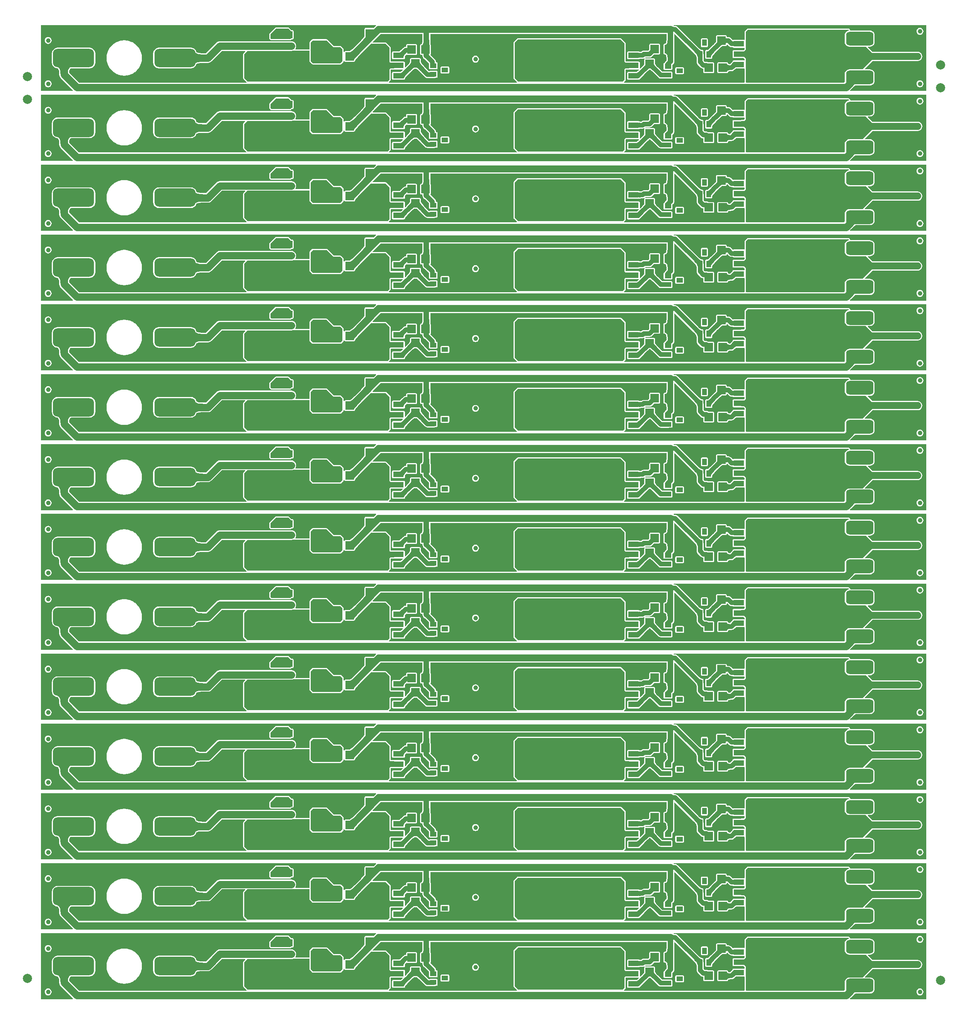
<source format=gtl>
G04 Layer_Physical_Order=1*
G04 Layer_Color=255*
%FSLAX44Y44*%
%MOMM*%
G71*
G01*
G75*
%ADD10C,2.0000*%
G04:AMPARAMS|DCode=11|XSize=9mm|YSize=4mm|CornerRadius=1mm|HoleSize=0mm|Usage=FLASHONLY|Rotation=180.000|XOffset=0mm|YOffset=0mm|HoleType=Round|Shape=RoundedRectangle|*
%AMROUNDEDRECTD11*
21,1,9.0000,2.0000,0,0,180.0*
21,1,7.0000,4.0000,0,0,180.0*
1,1,2.0000,-3.5000,1.0000*
1,1,2.0000,3.5000,1.0000*
1,1,2.0000,3.5000,-1.0000*
1,1,2.0000,-3.5000,-1.0000*
%
%ADD11ROUNDEDRECTD11*%
%ADD12R,1.8500X1.8500*%
%ADD13R,1.8500X1.8500*%
%ADD14R,1.8500X1.9500*%
%ADD15R,2.3000X1.2000*%
%ADD16R,2.0000X4.0000*%
%ADD17R,1.4000X1.0000*%
%ADD18R,1.0000X1.4000*%
%ADD19R,2.0000X1.5000*%
G04:AMPARAMS|DCode=20|XSize=6mm|YSize=3mm|CornerRadius=0.75mm|HoleSize=0mm|Usage=FLASHONLY|Rotation=0.000|XOffset=0mm|YOffset=0mm|HoleType=Round|Shape=RoundedRectangle|*
%AMROUNDEDRECTD20*
21,1,6.0000,1.5000,0,0,0.0*
21,1,4.5000,3.0000,0,0,0.0*
1,1,1.5000,2.2500,-0.7500*
1,1,1.5000,-2.2500,-0.7500*
1,1,1.5000,-2.2500,0.7500*
1,1,1.5000,2.2500,0.7500*
%
%ADD20ROUNDEDRECTD20*%
%ADD21C,1.0000*%
%ADD22C,1.0000*%
%ADD23C,1.6000*%
%ADD24C,1.5000*%
%ADD25C,1.2000*%
G36*
X1438112Y2134256D02*
X1438451Y2134097D01*
X1438855Y2133957D01*
X1439323Y2133836D01*
X1439857Y2133733D01*
X1441119Y2133584D01*
X1441848Y2133538D01*
X1443500Y2133500D01*
Y2123500D01*
X1442641Y2123491D01*
X1440455Y2123351D01*
X1439857Y2123267D01*
X1438855Y2123044D01*
X1438451Y2122904D01*
X1438112Y2122745D01*
X1437839Y2122568D01*
Y2134433D01*
X1438112Y2134256D01*
D02*
G37*
G36*
X799803Y2123197D02*
X796842Y2120252D01*
X784376Y2109124D01*
X784183Y2108647D01*
X783638Y2107852D01*
X782742Y2106738D01*
X777943Y2101487D01*
X769980Y2093374D01*
X755176Y2099783D01*
X758359Y2103072D01*
X763310Y2108871D01*
X765078Y2111382D01*
X766374Y2113633D01*
X767199Y2115624D01*
X767552Y2117357D01*
X767434Y2118829D01*
X766844Y2120043D01*
X765783Y2120997D01*
X784217Y2109283D01*
Y2128717D01*
X784248Y2128768D01*
X784382Y2128921D01*
X787370Y2131973D01*
X789197Y2133804D01*
X799803Y2123197D01*
D02*
G37*
G36*
X1554250Y2109540D02*
X1554439Y2109321D01*
X1554755Y2109129D01*
X1555197Y2108962D01*
X1555765Y2108821D01*
X1556459Y2108706D01*
X1557280Y2108616D01*
X1559301Y2108513D01*
X1560500Y2108500D01*
Y2098500D01*
X1559301Y2098488D01*
X1556459Y2098295D01*
X1555765Y2098180D01*
X1555197Y2098038D01*
X1554755Y2097872D01*
X1554439Y2097679D01*
X1554250Y2097461D01*
X1554187Y2097217D01*
Y2109783D01*
X1554250Y2109540D01*
D02*
G37*
G36*
X1439217Y2094467D02*
X1421250Y2094437D01*
X1422390Y2094559D01*
X1423410Y2094921D01*
X1424310Y2095524D01*
X1425090Y2096367D01*
X1425750Y2097450D01*
X1426290Y2098773D01*
X1426710Y2100336D01*
X1427010Y2102140D01*
X1427190Y2104183D01*
X1427250Y2106467D01*
X1439250D01*
X1439217Y2094467D01*
D02*
G37*
G36*
X1548019Y2094283D02*
X1547598Y2094416D01*
X1547048Y2094362D01*
X1546370Y2094121D01*
X1545564Y2093694D01*
X1544630Y2093080D01*
X1543567Y2092280D01*
X1541057Y2090119D01*
X1538033Y2087212D01*
X1529505Y2092826D01*
X1531019Y2094369D01*
X1535106Y2099156D01*
X1535636Y2100006D01*
X1535968Y2100718D01*
X1536103Y2101290D01*
X1536042Y2101724D01*
X1535783Y2102019D01*
X1548019Y2094283D01*
D02*
G37*
G36*
X904765Y2103187D02*
X905278Y2095387D01*
X905469Y2094547D01*
X905689Y2093947D01*
X905938Y2093587D01*
X906217Y2093467D01*
X887783D01*
X888727Y2093587D01*
X889571Y2093947D01*
X890316Y2094547D01*
X890962Y2095387D01*
X891508Y2096467D01*
X891955Y2097787D01*
X892303Y2099347D01*
X892551Y2101147D01*
X892700Y2103187D01*
X892750Y2105467D01*
X904750D01*
X904765Y2103187D01*
D02*
G37*
G36*
X1529288Y2078467D02*
X1527660Y2076801D01*
X1523999Y2072570D01*
X1523186Y2071415D01*
X1522578Y2070389D01*
X1522174Y2069491D01*
X1521974Y2068721D01*
X1521978Y2068079D01*
X1522186Y2067565D01*
X1513314Y2080437D01*
X1513701Y2080102D01*
X1514243Y2079998D01*
X1514939Y2080123D01*
X1515790Y2080479D01*
X1516794Y2081066D01*
X1517953Y2081883D01*
X1519267Y2082930D01*
X1522357Y2085716D01*
X1524133Y2087454D01*
X1529288Y2078467D01*
D02*
G37*
G36*
X788578Y2136611D02*
X787339Y2135661D01*
X787339Y2135661D01*
X783019Y2131340D01*
X765750D01*
X764759Y2131143D01*
X763919Y2130582D01*
X763357Y2129741D01*
X763160Y2128750D01*
Y2113241D01*
X762892Y2112776D01*
X761262Y2110461D01*
X756442Y2104815D01*
X754895Y2103217D01*
X741676Y2089998D01*
X736497Y2085182D01*
X733959Y2083145D01*
X731668Y2081545D01*
X730440Y2080840D01*
X721250D01*
X720259Y2080643D01*
X719419Y2080082D01*
X718857Y2079241D01*
X717590Y2079379D01*
Y2084000D01*
X717393Y2084991D01*
X716831Y2085832D01*
X711831Y2090832D01*
X710991Y2091393D01*
X710000Y2091590D01*
X696073D01*
X681831Y2105832D01*
X680991Y2106393D01*
X680000Y2106590D01*
X650000D01*
X649009Y2106393D01*
X648169Y2105832D01*
X643169Y2100832D01*
X642607Y2099991D01*
X642410Y2099000D01*
Y2084090D01*
X611785Y2084090D01*
X611223Y2085229D01*
X611957Y2086185D01*
X613019Y2088749D01*
X613381Y2091500D01*
X613019Y2094252D01*
X611957Y2096816D01*
X610267Y2099018D01*
X608065Y2100707D01*
X605502Y2101769D01*
X602750Y2102131D01*
X446250D01*
X443499Y2101769D01*
X440935Y2100707D01*
X438733Y2099018D01*
X415597Y2075881D01*
X407037D01*
X405487Y2075918D01*
X402596Y2076144D01*
X400108Y2076514D01*
X398035Y2077011D01*
X396390Y2077611D01*
X395178Y2078274D01*
X395015Y2078410D01*
X394967Y2078774D01*
X393704Y2081824D01*
X391694Y2084444D01*
X389074Y2086454D01*
X386024Y2087717D01*
X382750Y2088148D01*
X312750D01*
X309476Y2087717D01*
X306426Y2086454D01*
X303806Y2084444D01*
X301796Y2081824D01*
X300533Y2078774D01*
X300102Y2075500D01*
Y2055500D01*
X300533Y2052227D01*
X301796Y2049176D01*
X303806Y2046557D01*
X306426Y2044547D01*
X309476Y2043283D01*
X312750Y2042852D01*
X382750D01*
X386024Y2043283D01*
X389074Y2044547D01*
X391694Y2046557D01*
X393704Y2049176D01*
X394967Y2052227D01*
X394969Y2052243D01*
X396165Y2052881D01*
X397857Y2053486D01*
X399977Y2053986D01*
X402510Y2054356D01*
X405444Y2054583D01*
X407016Y2054619D01*
X420000D01*
X422752Y2054982D01*
X425316Y2056044D01*
X427517Y2057733D01*
X450653Y2080869D01*
X501547D01*
X502033Y2079696D01*
X498169Y2075832D01*
X497608Y2074992D01*
X497411Y2074001D01*
X497410Y2021501D01*
X497607Y2020510D01*
X498169Y2019669D01*
X504897Y2012941D01*
X504371Y2011671D01*
X137364D01*
X115746Y2033289D01*
X115891Y2034941D01*
X116254Y2037127D01*
X116739Y2038934D01*
X117319Y2040356D01*
X117955Y2041397D01*
X118609Y2042101D01*
X119282Y2042548D01*
X120044Y2042814D01*
X120420Y2042852D01*
X160750D01*
X164024Y2043283D01*
X167074Y2044547D01*
X169694Y2046557D01*
X171704Y2049176D01*
X172967Y2052227D01*
X173398Y2055500D01*
Y2075500D01*
X172967Y2078774D01*
X171704Y2081824D01*
X169694Y2084444D01*
X167074Y2086454D01*
X164024Y2087717D01*
X160750Y2088148D01*
X90750D01*
X87476Y2087717D01*
X84426Y2086454D01*
X81806Y2084444D01*
X79796Y2081824D01*
X78533Y2078774D01*
X78102Y2075500D01*
Y2055500D01*
X78533Y2052227D01*
X79796Y2049176D01*
X81806Y2046557D01*
X84426Y2044547D01*
X87476Y2043283D01*
X88670Y2043126D01*
X88715Y2043112D01*
X89140Y2043064D01*
X89998Y2042951D01*
X90695Y2042699D01*
X91375Y2042237D01*
X92036Y2041514D01*
X92677Y2040452D01*
X93259Y2039010D01*
X93745Y2037183D01*
X94109Y2034978D01*
X94333Y2032407D01*
X94369Y2031031D01*
Y2029000D01*
X94731Y2026249D01*
X95793Y2023685D01*
X97483Y2021483D01*
X124577Y1994389D01*
X124050Y1993120D01*
X54119D01*
Y2137881D01*
X788147D01*
X788578Y2136611D01*
D02*
G37*
G36*
X755627Y2079021D02*
X752604Y2075965D01*
X741149Y2062912D01*
X740353Y2061618D01*
X739876Y2060575D01*
X739717Y2059783D01*
X723004Y2078187D01*
X724122Y2077296D01*
X725463Y2076839D01*
X727027Y2076816D01*
X728814Y2077228D01*
X730824Y2078075D01*
X733057Y2079356D01*
X735512Y2081071D01*
X738191Y2083221D01*
X744217Y2088824D01*
X755627Y2079021D01*
D02*
G37*
G36*
X1492923Y2086195D02*
X1495554Y2083932D01*
X1496797Y2083013D01*
X1497990Y2082235D01*
X1499133Y2081599D01*
X1500228Y2081104D01*
X1501273Y2080750D01*
X1502270Y2080538D01*
X1503217Y2080467D01*
X1493283Y2066533D01*
X1493212Y2067576D01*
X1493000Y2068657D01*
X1492647Y2069777D01*
X1492152Y2070937D01*
X1491515Y2072136D01*
X1490737Y2073374D01*
X1489818Y2074651D01*
X1488758Y2075967D01*
X1486212Y2078717D01*
X1491533Y2087538D01*
X1492923Y2086195D01*
D02*
G37*
G36*
X1364052Y2077284D02*
X1364308Y2077119D01*
X1364735Y2076974D01*
X1365332Y2076848D01*
X1366100Y2076742D01*
X1368148Y2076587D01*
X1372500Y2076500D01*
Y2066500D01*
X1370879Y2066491D01*
X1365332Y2066152D01*
X1364735Y2066026D01*
X1364308Y2065882D01*
X1364052Y2065717D01*
X1363967Y2065533D01*
Y2077467D01*
X1364052Y2077284D01*
D02*
G37*
G36*
X1439250Y2064033D02*
X1427250D01*
X1427190Y2066313D01*
X1427010Y2068353D01*
X1426710Y2070153D01*
X1426290Y2071713D01*
X1425750Y2073033D01*
X1425090Y2074113D01*
X1424310Y2074953D01*
X1423410Y2075553D01*
X1422390Y2075913D01*
X1421250Y2076033D01*
X1439217D01*
X1439250Y2064033D01*
D02*
G37*
G36*
X818000Y2088250D02*
Y2057000D01*
X820000Y2055000D01*
X828000D01*
Y2043000D01*
X820000D01*
X818000Y2041000D01*
Y2018000D01*
X814000Y2014000D01*
X731000Y2014000D01*
X507501D01*
X500000Y2021501D01*
X500000Y2074001D01*
X506869Y2080869D01*
X602750D01*
X605502Y2081232D01*
X606150Y2081500D01*
X642410Y2081500D01*
X642410Y2059000D01*
X642607Y2058009D01*
X643169Y2057169D01*
X648169Y2052169D01*
X649009Y2051608D01*
X650000Y2051411D01*
X710000D01*
X710991Y2051608D01*
X711831Y2052169D01*
X716831Y2057169D01*
X717393Y2058009D01*
X717590Y2059000D01*
X718826Y2058918D01*
X718857Y2058759D01*
X719419Y2057919D01*
X720259Y2057358D01*
X721250Y2057161D01*
X739750D01*
X740161Y2057242D01*
X740217Y2057242D01*
X740269Y2057264D01*
X740741Y2057358D01*
X741133Y2057619D01*
X741151Y2057627D01*
X741166Y2057642D01*
X741581Y2057919D01*
X741853Y2058326D01*
X741867Y2058340D01*
X741875Y2058359D01*
X742143Y2058759D01*
X742235Y2059221D01*
X742256Y2059273D01*
X742356Y2059770D01*
X742643Y2060396D01*
X743240Y2061369D01*
X754360Y2074039D01*
X777071Y2096750D01*
X809500Y2096750D01*
X818000Y2088250D01*
D02*
G37*
G36*
X695000Y2089000D02*
X710000D01*
X715000Y2084000D01*
Y2059000D01*
X710000Y2054000D01*
X650000D01*
X645000Y2059000D01*
X645000Y2099000D01*
X650000Y2104000D01*
X680000D01*
X695000Y2089000D01*
D02*
G37*
G36*
X1436785Y2054215D02*
X1434967Y2052217D01*
X1421033D01*
X1421050Y2052308D01*
X1421256Y2052580D01*
X1421652Y2053033D01*
X1427995Y2059563D01*
X1429715Y2061286D01*
X1436785Y2054215D01*
D02*
G37*
G36*
X1578081Y2045564D02*
X1577860Y2045807D01*
X1577526Y2045889D01*
X1577079Y2045810D01*
X1576520Y2045568D01*
X1575847Y2045165D01*
X1575062Y2044600D01*
X1574164Y2043874D01*
X1572031Y2041935D01*
X1570795Y2040724D01*
X1567259Y2044259D01*
Y2039259D01*
X1565371Y2039217D01*
X1563683Y2039091D01*
X1562192Y2038880D01*
X1560901Y2038585D01*
X1559808Y2038205D01*
X1558914Y2037741D01*
X1558219Y2037193D01*
X1557722Y2036560D01*
X1557424Y2035844D01*
X1557324Y2035042D01*
Y2053476D01*
X1557424Y2052675D01*
X1557722Y2051958D01*
X1558219Y2051326D01*
X1558914Y2050777D01*
X1559808Y2050314D01*
X1560901Y2049934D01*
X1562192Y2049639D01*
X1563683Y2049428D01*
X1565228Y2049312D01*
X1565302Y2049387D01*
X1571701Y2056644D01*
X1571950Y2057125D01*
X1572033Y2057467D01*
X1578081Y2045564D01*
D02*
G37*
G36*
X391065Y2079715D02*
X391586Y2078358D01*
X392469Y2077161D01*
X393713Y2076123D01*
X395319Y2075246D01*
X397286Y2074527D01*
X399614Y2073969D01*
X402304Y2073570D01*
X405355Y2073330D01*
X408768Y2073250D01*
Y2057250D01*
X405314Y2057171D01*
X402222Y2056931D01*
X399491Y2056532D01*
X397122Y2055974D01*
X395114Y2055255D01*
X393467Y2054377D01*
X392182Y2053340D01*
X391258Y2052143D01*
X390695Y2050786D01*
X390494Y2049270D01*
X390905Y2081231D01*
X391065Y2079715D01*
D02*
G37*
G36*
X1396629Y2056670D02*
X1396328Y2055768D01*
X1396316Y2054720D01*
X1396591Y2053526D01*
X1397155Y2052185D01*
X1398006Y2050697D01*
X1399144Y2049063D01*
X1400571Y2047283D01*
X1404288Y2043283D01*
X1396717Y2036712D01*
X1394689Y2038670D01*
X1391042Y2041751D01*
X1389423Y2042875D01*
X1388273Y2043531D01*
X1387017Y2042815D01*
X1385406Y2041698D01*
X1383663Y2040309D01*
X1381789Y2038647D01*
X1379783Y2036712D01*
X1371712Y2042783D01*
X1373737Y2044879D01*
X1376908Y2048616D01*
X1378055Y2050257D01*
X1378908Y2051747D01*
X1379469Y2053086D01*
X1379736Y2054273D01*
X1379711Y2055308D01*
X1379394Y2056193D01*
X1378783Y2056926D01*
X1388049Y2048884D01*
X1397217Y2057426D01*
X1396629Y2056670D01*
D02*
G37*
G36*
X883271Y2059753D02*
X883185Y2058642D01*
X883427Y2057344D01*
X883998Y2055858D01*
X884898Y2054184D01*
X886125Y2052323D01*
X887682Y2050273D01*
X891781Y2045611D01*
X894324Y2042998D01*
X886217Y2036962D01*
X884051Y2039057D01*
X880221Y2042325D01*
X878557Y2043496D01*
X877059Y2044360D01*
X876577Y2044562D01*
X876925Y2044064D01*
X876338Y2044662D01*
X875728Y2044917D01*
X874614Y2045155D01*
X874500Y2045161D01*
X874386Y2045155D01*
X873272Y2044917D01*
X872662Y2044662D01*
X872075Y2044064D01*
X872423Y2044562D01*
X871941Y2044360D01*
X870444Y2043496D01*
X868779Y2042325D01*
X866947Y2040845D01*
X862783Y2036962D01*
X854676Y2042998D01*
X857219Y2045611D01*
X862875Y2052322D01*
X864103Y2054184D01*
X865002Y2055858D01*
X865573Y2057344D01*
X865815Y2058642D01*
X865729Y2059753D01*
X865313Y2060676D01*
X874500Y2047533D01*
X883687Y2060676D01*
X883271Y2059753D01*
D02*
G37*
G36*
X856038Y2030217D02*
X854695Y2028848D01*
X850735Y2024261D01*
X850098Y2023337D01*
X849603Y2022502D01*
X849250Y2021757D01*
X849038Y2021100D01*
X848967Y2020533D01*
X837075Y2032437D01*
X837850Y2031874D01*
X838766Y2031594D01*
X839826Y2031597D01*
X841027Y2031883D01*
X842370Y2032451D01*
X843855Y2033303D01*
X845482Y2034437D01*
X847252Y2035855D01*
X851217Y2039538D01*
X856038Y2030217D01*
D02*
G37*
G36*
X1374574Y2031503D02*
X1363967Y2020533D01*
X1354325Y2032437D01*
X1355033Y2031808D01*
X1355899Y2031476D01*
X1356921Y2031442D01*
X1358100Y2031706D01*
X1359436Y2032267D01*
X1360928Y2033126D01*
X1362578Y2034283D01*
X1364384Y2035737D01*
X1368467Y2039538D01*
X1374574Y2031503D01*
D02*
G37*
G36*
X121000Y2045513D02*
X119480Y2045361D01*
X118120Y2044886D01*
X116920Y2044088D01*
X115880Y2042969D01*
X115000Y2041527D01*
X114280Y2039763D01*
X113720Y2037676D01*
X113320Y2035267D01*
X113080Y2032536D01*
X113000Y2029483D01*
X97000D01*
X96920Y2032553D01*
X96680Y2035302D01*
X96280Y2037728D01*
X95721Y2039832D01*
X95001Y2041613D01*
X94121Y2043072D01*
X93082Y2044209D01*
X91882Y2045023D01*
X90522Y2045515D01*
X89003Y2045685D01*
X121000Y2045513D01*
D02*
G37*
G36*
X1333000Y2097000D02*
X1333000Y2057000D01*
X1335000Y2055000D01*
X1343000D01*
Y2043000D01*
X1335000D01*
X1333000Y2041000D01*
Y2018000D01*
X1329000Y2014000D01*
X1100000Y2014000D01*
X1092499Y2021501D01*
X1092500Y2099013D01*
X1099476Y2106000D01*
X1324000Y2106000D01*
X1333000Y2097000D01*
D02*
G37*
G36*
X1823748Y2127500D02*
X1824469Y2126615D01*
X1824038Y2125435D01*
X1822879Y2125282D01*
X1820437Y2124270D01*
X1818339Y2122661D01*
X1816730Y2120564D01*
X1815719Y2118121D01*
X1815373Y2115500D01*
Y2100500D01*
X1815719Y2097879D01*
X1816730Y2095437D01*
X1818339Y2093340D01*
X1820437Y2091730D01*
X1822879Y2090719D01*
X1825500Y2090374D01*
X1861126D01*
X1875000Y2076501D01*
X1875000Y2061505D01*
X1854158Y2040627D01*
X1825500D01*
X1822879Y2040282D01*
X1820437Y2039270D01*
X1818339Y2037661D01*
X1816730Y2035564D01*
X1815719Y2033121D01*
X1815373Y2030500D01*
Y2015500D01*
X1815580Y2013928D01*
X1813651Y2011671D01*
X1599987D01*
X1598750Y2012908D01*
X1598750Y2064125D01*
X1594875Y2068000D01*
X1588750D01*
Y2080125D01*
X1594875D01*
X1598750Y2084000D01*
X1598750Y2123250D01*
X1603000Y2127500D01*
X1823748Y2127500D01*
D02*
G37*
G36*
X1993881Y1993120D02*
X1827192D01*
X1826666Y1994389D01*
X1828608Y1996332D01*
X1833272Y2000821D01*
X1836360Y2003505D01*
X1837542Y2004425D01*
X1838479Y2005071D01*
X1839016Y2005374D01*
X1870500D01*
X1873121Y2005719D01*
X1875563Y2006730D01*
X1877661Y2008340D01*
X1879270Y2010437D01*
X1880282Y2012879D01*
X1880627Y2015500D01*
Y2030500D01*
X1880282Y2033121D01*
X1879270Y2035564D01*
X1877661Y2037661D01*
X1875563Y2039270D01*
X1873121Y2040282D01*
X1870500Y2040627D01*
X1859475D01*
X1858989Y2041800D01*
X1876033Y2058874D01*
X1975000D01*
X1977621Y2059219D01*
X1980063Y2060230D01*
X1982161Y2061840D01*
X1983770Y2063937D01*
X1984782Y2066379D01*
X1985127Y2069000D01*
X1984782Y2071621D01*
X1983770Y2074064D01*
X1982161Y2076161D01*
X1980063Y2077770D01*
X1977621Y2078782D01*
X1975000Y2079127D01*
X1876036D01*
X1865962Y2089200D01*
X1866448Y2090374D01*
X1870500D01*
X1873121Y2090719D01*
X1875563Y2091730D01*
X1877661Y2093340D01*
X1879270Y2095437D01*
X1880282Y2097879D01*
X1880627Y2100500D01*
Y2115500D01*
X1880282Y2118121D01*
X1879270Y2120564D01*
X1877661Y2122661D01*
X1875563Y2124270D01*
X1873121Y2125282D01*
X1870500Y2125627D01*
X1828171D01*
X1828082Y2125658D01*
X1827584Y2125991D01*
X1827056Y2126726D01*
X1826980Y2127038D01*
X1826950Y2127358D01*
X1826861Y2127525D01*
X1826817Y2127708D01*
X1826627Y2127967D01*
X1826476Y2128251D01*
X1825756Y2129135D01*
X1825653Y2129220D01*
X1825579Y2129331D01*
X1825267Y2129540D01*
X1824977Y2129779D01*
X1824850Y2129819D01*
X1824739Y2129892D01*
X1824370Y2129966D01*
X1824011Y2130076D01*
X1823879Y2130064D01*
X1823748Y2130090D01*
X1603000Y2130090D01*
X1602009Y2129893D01*
X1601169Y2129332D01*
X1596919Y2125081D01*
X1596919Y2125081D01*
X1596357Y2124241D01*
X1596160Y2123250D01*
X1596160Y2106154D01*
X1595032Y2105120D01*
X1594890Y2105090D01*
X1572000D01*
X1571009Y2104893D01*
X1570322Y2104434D01*
X1565878Y2108878D01*
X1564303Y2110087D01*
X1562468Y2110846D01*
X1560500Y2111105D01*
X1559318D01*
X1557487Y2111198D01*
X1556840Y2111269D01*
Y2112750D01*
X1556643Y2113741D01*
X1556081Y2114582D01*
X1555241Y2115143D01*
X1554250Y2115340D01*
X1535750D01*
X1534759Y2115143D01*
X1533919Y2114582D01*
X1533357Y2113741D01*
X1533160Y2112750D01*
Y2100931D01*
X1533011Y2100690D01*
X1529108Y2096119D01*
X1528900Y2095908D01*
X1528824Y2095877D01*
X1527249Y2094668D01*
X1522291Y2089709D01*
X1521082Y2088134D01*
X1521053Y2088064D01*
X1520583Y2087604D01*
X1517591Y2084906D01*
X1516399Y2083956D01*
X1515393Y2083247D01*
X1515125Y2083090D01*
X1512250D01*
X1511259Y2082893D01*
X1510419Y2082332D01*
X1509857Y2081491D01*
X1509660Y2080500D01*
Y2073617D01*
X1509645Y2073500D01*
X1509660Y2073384D01*
Y2066500D01*
X1509857Y2065509D01*
X1510419Y2064669D01*
X1511259Y2064108D01*
X1512250Y2063911D01*
X1522250D01*
X1523241Y2064108D01*
X1524081Y2064669D01*
X1524643Y2065509D01*
X1524840Y2066500D01*
Y2069104D01*
X1524880Y2069194D01*
X1525363Y2070008D01*
X1526042Y2070973D01*
X1529567Y2075047D01*
X1530202Y2075697D01*
X1533046Y2078541D01*
X1534255Y2080116D01*
X1534288Y2080196D01*
X1536763Y2082671D01*
X1536843Y2082704D01*
X1538418Y2083913D01*
X1540407Y2085902D01*
X1542800Y2088203D01*
X1545192Y2090262D01*
X1546121Y2090961D01*
X1546884Y2091463D01*
X1547258Y2091661D01*
X1554250D01*
X1555241Y2091858D01*
X1556081Y2092419D01*
X1556643Y2093259D01*
X1556840Y2094250D01*
Y2094609D01*
X1558110Y2095135D01*
X1562122Y2091123D01*
X1563698Y2089914D01*
X1564457Y2089599D01*
X1565532Y2089154D01*
X1567500Y2088895D01*
X1570018D01*
X1570169Y2088669D01*
X1571009Y2088108D01*
X1572000Y2087911D01*
X1595000D01*
X1596160Y2086846D01*
X1596160Y2085073D01*
X1593802Y2082715D01*
X1588750D01*
X1588122Y2082590D01*
X1572000D01*
X1571009Y2082393D01*
X1570169Y2081832D01*
X1569607Y2080991D01*
X1569410Y2080000D01*
Y2068000D01*
X1569607Y2067009D01*
X1570169Y2066169D01*
X1571009Y2065608D01*
X1572000Y2065411D01*
X1593802D01*
X1596160Y2063053D01*
X1596160Y2061154D01*
X1595000Y2060090D01*
X1572000D01*
X1571671Y2060025D01*
X1571635Y2060026D01*
X1571582Y2060007D01*
X1571009Y2059893D01*
X1570693Y2059682D01*
X1570686Y2059679D01*
X1570677Y2059671D01*
X1570169Y2059332D01*
X1569947Y2059000D01*
X1569942Y2058995D01*
X1569937Y2058985D01*
X1569607Y2058491D01*
X1569532Y2058112D01*
X1569521Y2058088D01*
X1564145Y2051990D01*
X1563961Y2052004D01*
X1562663Y2052188D01*
X1561616Y2052427D01*
X1560834Y2052699D01*
X1560325Y2052963D01*
X1560064Y2053168D01*
X1559977Y2053279D01*
X1559950Y2053344D01*
X1559947Y2053370D01*
Y2053509D01*
X1559901Y2053740D01*
X1559895Y2053795D01*
X1559884Y2053826D01*
X1559750Y2054500D01*
X1559189Y2055341D01*
X1558348Y2055902D01*
X1558027Y2055966D01*
X1558013Y2055973D01*
X1557981Y2055975D01*
X1557357Y2056099D01*
X1538857D01*
X1537866Y2055902D01*
X1537026Y2055341D01*
X1536465Y2054500D01*
X1536268Y2053509D01*
Y2035009D01*
X1536465Y2034018D01*
X1537026Y2033178D01*
X1537866Y2032617D01*
X1538857Y2032420D01*
X1557357D01*
X1557980Y2032543D01*
X1558013Y2032546D01*
X1558027Y2032553D01*
X1558348Y2032617D01*
X1559189Y2033178D01*
X1559750Y2034018D01*
X1559884Y2034692D01*
X1559895Y2034724D01*
X1559901Y2034779D01*
X1559947Y2035009D01*
Y2035148D01*
X1559950Y2035175D01*
X1559977Y2035239D01*
X1560065Y2035350D01*
X1560324Y2035555D01*
X1560834Y2035820D01*
X1561616Y2036092D01*
X1562663Y2036331D01*
X1563961Y2036514D01*
X1565497Y2036629D01*
X1566603Y2036654D01*
X1567259D01*
X1569227Y2036913D01*
X1571062Y2037673D01*
X1572637Y2038882D01*
X1573710Y2039955D01*
X1573808Y2040051D01*
X1575851Y2041907D01*
X1576635Y2042541D01*
X1577148Y2042911D01*
X1594890D01*
X1595032Y2042881D01*
X1596160Y2041846D01*
X1596160Y2012909D01*
X1595111Y2011671D01*
X1332130D01*
X1331604Y2012941D01*
X1334831Y2016169D01*
X1335393Y2017009D01*
X1335590Y2018000D01*
Y2039928D01*
X1336073Y2040411D01*
X1363739D01*
X1364136Y2039784D01*
X1364270Y2039169D01*
X1362688Y2037696D01*
X1361021Y2036354D01*
X1359536Y2035313D01*
X1359149Y2035090D01*
X1341000D01*
X1340009Y2034893D01*
X1339169Y2034332D01*
X1338607Y2033491D01*
X1338410Y2032500D01*
Y2020500D01*
X1338607Y2019509D01*
X1339169Y2018669D01*
X1340009Y2018108D01*
X1341000Y2017911D01*
X1364000D01*
X1364702Y2018050D01*
X1364703Y2018050D01*
X1364703Y2018050D01*
X1364991Y2018108D01*
X1365831Y2018669D01*
X1365975Y2018885D01*
X1375788Y2029033D01*
X1382212Y2035457D01*
X1383547Y2036745D01*
X1385330Y2038327D01*
X1386952Y2039619D01*
X1388263Y2040527D01*
X1389464Y2039693D01*
X1392952Y2036747D01*
X1394282Y2035463D01*
X1406872Y2022873D01*
X1408448Y2021664D01*
X1410282Y2020904D01*
X1412250Y2020645D01*
X1430000D01*
X1430116Y2020661D01*
X1435000D01*
X1435991Y2020858D01*
X1436831Y2021419D01*
X1437393Y2022259D01*
X1437590Y2023250D01*
Y2028134D01*
X1437605Y2028250D01*
X1437590Y2028367D01*
Y2033250D01*
X1437393Y2034241D01*
X1436831Y2035082D01*
X1435991Y2035643D01*
X1435000Y2035840D01*
X1430116D01*
X1430000Y2035855D01*
X1415400D01*
X1405869Y2045387D01*
X1402533Y2048977D01*
X1401220Y2050615D01*
X1400196Y2052084D01*
X1399840Y2052706D01*
Y2062250D01*
X1399643Y2063241D01*
X1399081Y2064082D01*
X1398241Y2064643D01*
X1397250Y2064840D01*
X1379193D01*
X1378578Y2065817D01*
X1378532Y2066080D01*
X1378766Y2066395D01*
X1387750D01*
X1389718Y2066654D01*
X1391553Y2067414D01*
X1393128Y2068623D01*
X1397915Y2073411D01*
X1408250D01*
X1409241Y2073608D01*
X1410081Y2074169D01*
X1410643Y2075009D01*
X1410840Y2076000D01*
Y2094500D01*
X1410643Y2095491D01*
X1410081Y2096332D01*
X1409241Y2096893D01*
X1408250Y2097090D01*
X1389750D01*
X1388759Y2096893D01*
X1387919Y2096332D01*
X1387357Y2095491D01*
X1387160Y2094500D01*
Y2084166D01*
X1384600Y2081605D01*
X1375000D01*
X1373032Y2081346D01*
X1371198Y2080587D01*
X1369622Y2079378D01*
X1369397Y2079153D01*
X1368271Y2079175D01*
X1366376Y2079318D01*
X1365777Y2079401D01*
X1365704Y2079417D01*
X1364991Y2079893D01*
X1364000Y2080090D01*
X1341000D01*
X1340009Y2079893D01*
X1339169Y2079332D01*
X1338607Y2078491D01*
X1338410Y2077500D01*
Y2065500D01*
X1338607Y2064509D01*
X1339169Y2063669D01*
X1340009Y2063108D01*
X1341000Y2062911D01*
X1364000D01*
X1364991Y2063108D01*
X1365698Y2063580D01*
X1370865Y2063895D01*
X1372500D01*
X1374468Y2064154D01*
X1375812Y2064711D01*
X1376654Y2063685D01*
X1376357Y2063241D01*
X1376160Y2062250D01*
Y2052161D01*
X1375865Y2051645D01*
X1374855Y2050199D01*
X1371816Y2046618D01*
X1370485Y2045240D01*
X1367795Y2042551D01*
X1366920Y2042877D01*
X1366590Y2043141D01*
Y2055000D01*
X1366393Y2055991D01*
X1365831Y2056832D01*
X1364991Y2057393D01*
X1364000Y2057590D01*
X1343000D01*
X1343000Y2057590D01*
X1336073D01*
X1335590Y2058073D01*
X1335590Y2097000D01*
X1335393Y2097991D01*
X1334831Y2098832D01*
X1334831Y2098832D01*
X1325831Y2107832D01*
X1324991Y2108393D01*
X1324000Y2108590D01*
X1099476Y2108590D01*
X1099474Y2108590D01*
X1099473Y2108590D01*
X1098984Y2108492D01*
X1098484Y2108393D01*
X1098484Y2108392D01*
X1098483Y2108392D01*
X1098064Y2108112D01*
X1097644Y2107832D01*
X1097644Y2107831D01*
X1097643Y2107830D01*
X1090667Y2100843D01*
X1090388Y2100425D01*
X1090107Y2100004D01*
X1090107Y2100003D01*
X1090107Y2100002D01*
X1090009Y2099507D01*
X1089910Y2099013D01*
X1089910Y2021501D01*
X1090107Y2020510D01*
X1090668Y2019670D01*
X1097397Y2012941D01*
X1096870Y2011671D01*
X817130D01*
X816603Y2012941D01*
X819831Y2016169D01*
X820393Y2017009D01*
X820590Y2018000D01*
Y2039928D01*
X821073Y2040411D01*
X846614D01*
X847078Y2039229D01*
X845558Y2037817D01*
X843931Y2036513D01*
X842468Y2035493D01*
X841766Y2035090D01*
X826000D01*
X825009Y2034893D01*
X824169Y2034332D01*
X823607Y2033491D01*
X823410Y2032500D01*
Y2020500D01*
X823607Y2019509D01*
X824169Y2018669D01*
X825009Y2018108D01*
X826000Y2017911D01*
X849000D01*
X849621Y2018034D01*
X849654Y2018036D01*
X849669Y2018044D01*
X849991Y2018108D01*
X850831Y2018669D01*
X851393Y2019509D01*
X851526Y2020181D01*
X851537Y2020213D01*
X851544Y2020271D01*
X851590Y2020500D01*
Y2020576D01*
X851662Y2020800D01*
X851892Y2021284D01*
X852281Y2021940D01*
X852787Y2022675D01*
X856601Y2027093D01*
X856766Y2027262D01*
X864902Y2035397D01*
X868646Y2038888D01*
X870340Y2040256D01*
X871839Y2041311D01*
X871984Y2041395D01*
X877016D01*
X877161Y2041312D01*
X878632Y2040276D01*
X882309Y2037140D01*
X883736Y2035759D01*
X895872Y2023623D01*
X897448Y2022414D01*
X898207Y2022099D01*
X899282Y2021654D01*
X901250Y2021395D01*
X915500D01*
X917468Y2021654D01*
X918690Y2022161D01*
X920750D01*
X921741Y2022358D01*
X922581Y2022919D01*
X923143Y2023759D01*
X923340Y2024750D01*
Y2034750D01*
X923143Y2035741D01*
X922581Y2036582D01*
X921741Y2037143D01*
X920750Y2037340D01*
X906750D01*
X905759Y2037143D01*
X904955Y2036605D01*
X904400D01*
X895387Y2045619D01*
X893683Y2047370D01*
X889688Y2051913D01*
X888240Y2053820D01*
X887124Y2055513D01*
X886357Y2056940D01*
X886340Y2056984D01*
Y2062500D01*
X886143Y2063491D01*
X885581Y2064332D01*
X884741Y2064893D01*
X883750Y2065090D01*
X865250D01*
X864259Y2064893D01*
X863419Y2064332D01*
X862857Y2063491D01*
X862660Y2062500D01*
Y2056984D01*
X862643Y2056939D01*
X861877Y2055513D01*
X860796Y2053875D01*
X855298Y2047350D01*
X853614Y2045619D01*
X852763Y2044769D01*
X851590Y2045255D01*
Y2055000D01*
X851393Y2055991D01*
X850831Y2056832D01*
X849991Y2057393D01*
X849000Y2057590D01*
X828000D01*
X828000Y2057590D01*
X821073D01*
X820590Y2058073D01*
Y2088250D01*
X820393Y2089241D01*
X819831Y2090082D01*
X811331Y2098582D01*
X810491Y2099143D01*
X809500Y2099340D01*
X781320Y2099340D01*
X780834Y2100513D01*
X798695Y2118374D01*
X890136D01*
Y2104398D01*
X890113Y2103310D01*
X889975Y2101419D01*
X889752Y2099807D01*
X889458Y2098486D01*
X889114Y2097472D01*
X888761Y2096773D01*
X888451Y2096371D01*
X888226Y2096189D01*
X888043Y2096111D01*
X887878Y2096090D01*
X887750D01*
X887522Y2096045D01*
X887456Y2096036D01*
X887421Y2096025D01*
X886759Y2095893D01*
X885919Y2095332D01*
X885357Y2094491D01*
X885292Y2094164D01*
X885285Y2094149D01*
X885282Y2094112D01*
X885160Y2093500D01*
Y2075000D01*
X885357Y2074009D01*
X885919Y2073169D01*
X886759Y2072608D01*
X887750Y2072411D01*
X890136D01*
Y2070250D01*
X890430Y2068021D01*
X891290Y2065943D01*
X892659Y2064160D01*
X894443Y2062791D01*
X896170Y2062076D01*
X904216Y2054029D01*
X904160Y2053750D01*
Y2043750D01*
X904357Y2042759D01*
X904919Y2041919D01*
X905759Y2041358D01*
X906750Y2041161D01*
X920750D01*
X921741Y2041358D01*
X922581Y2041919D01*
X923143Y2042759D01*
X923340Y2043750D01*
Y2053750D01*
X923143Y2054741D01*
X922581Y2055582D01*
X921741Y2056143D01*
X920750Y2056340D01*
X919855D01*
Y2056750D01*
X919596Y2058719D01*
X918836Y2060553D01*
X917628Y2062128D01*
X908101Y2071655D01*
X908081Y2073169D01*
X908643Y2074009D01*
X908840Y2075000D01*
Y2093500D01*
X908643Y2094491D01*
X908081Y2095332D01*
X907922Y2095438D01*
X907849Y2095761D01*
X907364Y2103132D01*
Y2118374D01*
X1424636D01*
Y2105592D01*
X1424603Y2104331D01*
X1424439Y2102466D01*
X1424176Y2100886D01*
X1423831Y2099601D01*
X1423431Y2098620D01*
X1423013Y2097936D01*
X1422616Y2097507D01*
X1422238Y2097253D01*
X1421811Y2097101D01*
X1421704Y2097090D01*
X1420750D01*
X1419759Y2096893D01*
X1418919Y2096332D01*
X1418357Y2095491D01*
X1418160Y2094500D01*
Y2076000D01*
X1418357Y2075009D01*
X1418919Y2074169D01*
X1419759Y2073608D01*
X1420750Y2073411D01*
X1421427D01*
X1421816Y2073370D01*
X1422243Y2073219D01*
X1422620Y2072968D01*
X1423016Y2072541D01*
X1423432Y2071860D01*
X1423831Y2070883D01*
X1424176Y2069603D01*
X1424439Y2068026D01*
X1424603Y2066166D01*
X1424636Y2064907D01*
Y2059892D01*
X1421872Y2057128D01*
X1421322Y2056411D01*
X1419794Y2054838D01*
X1419756Y2054779D01*
X1419700Y2054736D01*
X1419305Y2054282D01*
X1419260Y2054204D01*
X1419193Y2054145D01*
X1418986Y2053873D01*
X1418947Y2053791D01*
X1418883Y2053726D01*
X1418810Y2053545D01*
X1418607Y2053241D01*
X1418557Y2052989D01*
X1418545Y2052964D01*
X1418542Y2052911D01*
X1418529Y2052848D01*
X1418506Y2052789D01*
X1418488Y2052699D01*
X1418489Y2052645D01*
X1418410Y2052250D01*
Y2042250D01*
X1418607Y2041259D01*
X1419169Y2040419D01*
X1420009Y2039858D01*
X1421000Y2039661D01*
X1427134D01*
X1427250Y2039645D01*
X1427366Y2039661D01*
X1435000D01*
X1435991Y2039858D01*
X1436831Y2040419D01*
X1437393Y2041259D01*
X1437590Y2042250D01*
Y2050316D01*
X1439341Y2051660D01*
X1440710Y2053443D01*
X1441570Y2055521D01*
X1441864Y2057750D01*
Y2117722D01*
X1443037Y2118208D01*
X1484615Y2076631D01*
X1486797Y2074273D01*
X1487757Y2073081D01*
X1488588Y2071927D01*
X1489272Y2070838D01*
X1489813Y2069819D01*
X1490215Y2068877D01*
X1490487Y2068016D01*
X1490640Y2067237D01*
X1490645Y2067158D01*
Y2056750D01*
X1490904Y2054782D01*
X1491664Y2052948D01*
X1492872Y2051373D01*
X1499872Y2044373D01*
X1501447Y2043164D01*
X1503282Y2042404D01*
X1505250Y2042145D01*
X1505268D01*
Y2035009D01*
X1505465Y2034018D01*
X1506026Y2033178D01*
X1506866Y2032617D01*
X1507857Y2032420D01*
X1526357D01*
X1527348Y2032617D01*
X1528189Y2033178D01*
X1528750Y2034018D01*
X1528947Y2035009D01*
Y2053509D01*
X1528750Y2054500D01*
X1528189Y2055341D01*
X1527348Y2055902D01*
X1526357Y2056099D01*
X1516362D01*
X1516053Y2056337D01*
X1514218Y2057096D01*
X1512250Y2057355D01*
X1508400D01*
X1505855Y2059901D01*
Y2073750D01*
X1505840Y2073867D01*
Y2080500D01*
X1505770Y2080852D01*
X1505771Y2080895D01*
X1505750Y2080951D01*
X1505643Y2081491D01*
X1505417Y2081829D01*
X1505413Y2081840D01*
X1505401Y2081853D01*
X1505081Y2082332D01*
X1504729Y2082567D01*
X1504720Y2082576D01*
X1504705Y2082583D01*
X1504241Y2082893D01*
X1503839Y2082973D01*
X1503799Y2082991D01*
X1503740Y2082993D01*
X1503250Y2083090D01*
X1502872D01*
X1502638Y2083108D01*
X1501960Y2083252D01*
X1501179Y2083516D01*
X1500298Y2083914D01*
X1499328Y2084454D01*
X1498275Y2085140D01*
X1497171Y2085958D01*
X1494668Y2088109D01*
X1494000Y2088755D01*
X1448878Y2133878D01*
X1447303Y2135087D01*
X1445468Y2135846D01*
X1443500Y2136105D01*
X1442851D01*
X1441960Y2136125D01*
X1441354Y2136164D01*
X1440253Y2136294D01*
X1440032Y2136611D01*
X1440679Y2137852D01*
X1440721Y2137878D01*
X1440731Y2137881D01*
X1993881D01*
Y1993120D01*
D02*
G37*
G36*
X1438112Y1981255D02*
X1438451Y1981097D01*
X1438855Y1980957D01*
X1439323Y1980836D01*
X1439857Y1980733D01*
X1441119Y1980584D01*
X1441848Y1980538D01*
X1443500Y1980500D01*
Y1970500D01*
X1442641Y1970491D01*
X1440455Y1970351D01*
X1439857Y1970267D01*
X1438855Y1970043D01*
X1438451Y1969904D01*
X1438112Y1969745D01*
X1437839Y1969568D01*
Y1981433D01*
X1438112Y1981255D01*
D02*
G37*
G36*
X799803Y1970197D02*
X796842Y1967252D01*
X784376Y1956124D01*
X784183Y1955647D01*
X783638Y1954851D01*
X782742Y1953738D01*
X777943Y1948488D01*
X769980Y1940373D01*
X755176Y1946783D01*
X758359Y1950072D01*
X763310Y1955871D01*
X765078Y1958382D01*
X766374Y1960633D01*
X767199Y1962624D01*
X767552Y1964357D01*
X767434Y1965829D01*
X766844Y1967043D01*
X765783Y1967997D01*
X784217Y1956283D01*
Y1975717D01*
X784248Y1975768D01*
X784382Y1975921D01*
X787370Y1978972D01*
X789197Y1980804D01*
X799803Y1970197D01*
D02*
G37*
G36*
X1554250Y1956540D02*
X1554439Y1956322D01*
X1554755Y1956129D01*
X1555197Y1955962D01*
X1555765Y1955821D01*
X1556459Y1955706D01*
X1557280Y1955616D01*
X1559301Y1955513D01*
X1560500Y1955500D01*
Y1945500D01*
X1559301Y1945488D01*
X1556459Y1945295D01*
X1555765Y1945179D01*
X1555197Y1945038D01*
X1554755Y1944872D01*
X1554439Y1944679D01*
X1554250Y1944461D01*
X1554187Y1944217D01*
Y1956783D01*
X1554250Y1956540D01*
D02*
G37*
G36*
X1439217Y1941467D02*
X1421250Y1941437D01*
X1422390Y1941559D01*
X1423410Y1941921D01*
X1424310Y1942524D01*
X1425090Y1943367D01*
X1425750Y1944450D01*
X1426290Y1945773D01*
X1426710Y1947336D01*
X1427010Y1949140D01*
X1427190Y1951183D01*
X1427250Y1953467D01*
X1439250D01*
X1439217Y1941467D01*
D02*
G37*
G36*
X1548019Y1941283D02*
X1547598Y1941416D01*
X1547048Y1941362D01*
X1546370Y1941121D01*
X1545564Y1940694D01*
X1544630Y1940080D01*
X1543567Y1939280D01*
X1541057Y1937119D01*
X1538033Y1934212D01*
X1529505Y1939826D01*
X1531019Y1941369D01*
X1535106Y1946156D01*
X1535636Y1947006D01*
X1535968Y1947718D01*
X1536103Y1948290D01*
X1536042Y1948724D01*
X1535783Y1949019D01*
X1548019Y1941283D01*
D02*
G37*
G36*
X904765Y1950187D02*
X905278Y1942387D01*
X905469Y1941547D01*
X905689Y1940947D01*
X905938Y1940587D01*
X906217Y1940467D01*
X887783D01*
X888727Y1940587D01*
X889571Y1940947D01*
X890316Y1941547D01*
X890962Y1942387D01*
X891508Y1943467D01*
X891955Y1944787D01*
X892303Y1946347D01*
X892551Y1948147D01*
X892700Y1950187D01*
X892750Y1952467D01*
X904750D01*
X904765Y1950187D01*
D02*
G37*
G36*
X1529288Y1925467D02*
X1527660Y1923801D01*
X1523999Y1919570D01*
X1523186Y1918415D01*
X1522578Y1917389D01*
X1522174Y1916491D01*
X1521974Y1915721D01*
X1521978Y1915078D01*
X1522186Y1914565D01*
X1513314Y1927437D01*
X1513701Y1927102D01*
X1514243Y1926997D01*
X1514939Y1927123D01*
X1515790Y1927480D01*
X1516794Y1928066D01*
X1517953Y1928883D01*
X1519267Y1929930D01*
X1522357Y1932716D01*
X1524133Y1934454D01*
X1529288Y1925467D01*
D02*
G37*
G36*
X788578Y1983611D02*
X787339Y1982661D01*
X787339Y1982661D01*
X783019Y1978340D01*
X765750D01*
X764759Y1978143D01*
X763919Y1977582D01*
X763357Y1976741D01*
X763160Y1975750D01*
Y1960242D01*
X762892Y1959776D01*
X761262Y1957461D01*
X756442Y1951815D01*
X754895Y1950217D01*
X741676Y1936998D01*
X736497Y1932182D01*
X733959Y1930145D01*
X731668Y1928545D01*
X730440Y1927840D01*
X721250D01*
X720259Y1927643D01*
X719419Y1927082D01*
X718857Y1926241D01*
X717590Y1926378D01*
Y1931000D01*
X717393Y1931991D01*
X716831Y1932832D01*
X711831Y1937832D01*
X710991Y1938393D01*
X710000Y1938590D01*
X696073D01*
X681831Y1952832D01*
X680991Y1953393D01*
X680000Y1953590D01*
X650000D01*
X649009Y1953393D01*
X648169Y1952832D01*
X643169Y1947832D01*
X642607Y1946991D01*
X642410Y1946000D01*
Y1931090D01*
X611785Y1931090D01*
X611223Y1932229D01*
X611957Y1933185D01*
X613019Y1935749D01*
X613381Y1938500D01*
X613019Y1941252D01*
X611957Y1943816D01*
X610267Y1946017D01*
X608065Y1947707D01*
X605502Y1948769D01*
X602750Y1949131D01*
X446250D01*
X443499Y1948769D01*
X440935Y1947707D01*
X438733Y1946017D01*
X415597Y1922881D01*
X407037D01*
X405487Y1922917D01*
X402596Y1923144D01*
X400108Y1923513D01*
X398035Y1924011D01*
X396390Y1924611D01*
X395178Y1925274D01*
X395015Y1925410D01*
X394967Y1925774D01*
X393704Y1928824D01*
X391694Y1931444D01*
X389074Y1933454D01*
X386024Y1934718D01*
X382750Y1935148D01*
X312750D01*
X309476Y1934718D01*
X306426Y1933454D01*
X303806Y1931444D01*
X301796Y1928824D01*
X300533Y1925774D01*
X300102Y1922500D01*
Y1902500D01*
X300533Y1899227D01*
X301796Y1896176D01*
X303806Y1893557D01*
X306426Y1891547D01*
X309476Y1890283D01*
X312750Y1889852D01*
X382750D01*
X386024Y1890283D01*
X389074Y1891547D01*
X391694Y1893557D01*
X393704Y1896176D01*
X394967Y1899227D01*
X394969Y1899243D01*
X396165Y1899881D01*
X397857Y1900486D01*
X399977Y1900986D01*
X402510Y1901356D01*
X405444Y1901583D01*
X407016Y1901619D01*
X420000D01*
X422752Y1901982D01*
X425316Y1903044D01*
X427517Y1904733D01*
X450653Y1927869D01*
X501547D01*
X502033Y1926696D01*
X498169Y1922832D01*
X497608Y1921992D01*
X497411Y1921001D01*
X497410Y1868501D01*
X497607Y1867509D01*
X498169Y1866669D01*
X504897Y1859941D01*
X504371Y1858671D01*
X137364D01*
X115746Y1880289D01*
X115891Y1881941D01*
X116254Y1884127D01*
X116739Y1885934D01*
X117319Y1887356D01*
X117955Y1888397D01*
X118609Y1889101D01*
X119282Y1889548D01*
X120044Y1889814D01*
X120420Y1889852D01*
X160750D01*
X164024Y1890283D01*
X167074Y1891547D01*
X169694Y1893557D01*
X171704Y1896176D01*
X172967Y1899227D01*
X173398Y1902500D01*
Y1922500D01*
X172967Y1925774D01*
X171704Y1928824D01*
X169694Y1931444D01*
X167074Y1933454D01*
X164024Y1934718D01*
X160750Y1935148D01*
X90750D01*
X87476Y1934718D01*
X84426Y1933454D01*
X81806Y1931444D01*
X79796Y1928824D01*
X78533Y1925774D01*
X78102Y1922500D01*
Y1902500D01*
X78533Y1899227D01*
X79796Y1896176D01*
X81806Y1893557D01*
X84426Y1891547D01*
X87476Y1890283D01*
X88670Y1890126D01*
X88715Y1890112D01*
X89140Y1890064D01*
X89998Y1889951D01*
X90695Y1889699D01*
X91375Y1889237D01*
X92036Y1888515D01*
X92677Y1887452D01*
X93259Y1886010D01*
X93745Y1884183D01*
X94109Y1881978D01*
X94333Y1879407D01*
X94369Y1878031D01*
Y1876000D01*
X94731Y1873249D01*
X95793Y1870685D01*
X97483Y1868483D01*
X124577Y1841389D01*
X124050Y1840119D01*
X54119D01*
Y1984881D01*
X788147D01*
X788578Y1983611D01*
D02*
G37*
G36*
X755627Y1926021D02*
X752604Y1922964D01*
X741149Y1909912D01*
X740353Y1908618D01*
X739876Y1907575D01*
X739717Y1906783D01*
X723004Y1925187D01*
X724122Y1924296D01*
X725463Y1923839D01*
X727027Y1923816D01*
X728814Y1924228D01*
X730824Y1925075D01*
X733057Y1926356D01*
X735512Y1928071D01*
X738191Y1930221D01*
X744217Y1935824D01*
X755627Y1926021D01*
D02*
G37*
G36*
X1492923Y1933195D02*
X1495554Y1930932D01*
X1496797Y1930013D01*
X1497990Y1929235D01*
X1499133Y1928599D01*
X1500228Y1928104D01*
X1501273Y1927750D01*
X1502270Y1927538D01*
X1503217Y1927467D01*
X1493283Y1913533D01*
X1493212Y1914576D01*
X1493000Y1915657D01*
X1492647Y1916777D01*
X1492152Y1917937D01*
X1491515Y1919136D01*
X1490737Y1920374D01*
X1489818Y1921651D01*
X1488758Y1922967D01*
X1486212Y1925717D01*
X1491533Y1934538D01*
X1492923Y1933195D01*
D02*
G37*
G36*
X1364052Y1924284D02*
X1364308Y1924119D01*
X1364735Y1923974D01*
X1365332Y1923849D01*
X1366100Y1923742D01*
X1368148Y1923587D01*
X1372500Y1923500D01*
Y1913500D01*
X1370879Y1913491D01*
X1365332Y1913152D01*
X1364735Y1913026D01*
X1364308Y1912881D01*
X1364052Y1912717D01*
X1363967Y1912533D01*
Y1924467D01*
X1364052Y1924284D01*
D02*
G37*
G36*
X1439250Y1911033D02*
X1427250D01*
X1427190Y1913313D01*
X1427010Y1915353D01*
X1426710Y1917153D01*
X1426290Y1918713D01*
X1425750Y1920033D01*
X1425090Y1921113D01*
X1424310Y1921953D01*
X1423410Y1922553D01*
X1422390Y1922913D01*
X1421250Y1923033D01*
X1439217D01*
X1439250Y1911033D01*
D02*
G37*
G36*
X818000Y1935250D02*
Y1904000D01*
X820000Y1902000D01*
X828000D01*
Y1890000D01*
X820000D01*
X818000Y1888000D01*
Y1865000D01*
X814000Y1861000D01*
X731000Y1861000D01*
X507501D01*
X500000Y1868501D01*
X500000Y1921001D01*
X506869Y1927869D01*
X602750D01*
X605502Y1928232D01*
X606150Y1928500D01*
X642410Y1928500D01*
X642410Y1906000D01*
X642607Y1905009D01*
X643169Y1904169D01*
X648169Y1899169D01*
X649009Y1898608D01*
X650000Y1898411D01*
X710000D01*
X710991Y1898608D01*
X711831Y1899169D01*
X716831Y1904169D01*
X717393Y1905009D01*
X717590Y1906000D01*
X718826Y1905918D01*
X718857Y1905759D01*
X719419Y1904919D01*
X720259Y1904358D01*
X721250Y1904161D01*
X739750D01*
X740161Y1904242D01*
X740217Y1904242D01*
X740269Y1904264D01*
X740741Y1904358D01*
X741133Y1904619D01*
X741151Y1904627D01*
X741166Y1904642D01*
X741581Y1904919D01*
X741853Y1905326D01*
X741867Y1905340D01*
X741875Y1905359D01*
X742143Y1905759D01*
X742235Y1906221D01*
X742256Y1906273D01*
X742356Y1906770D01*
X742643Y1907396D01*
X743240Y1908369D01*
X754360Y1921039D01*
X777071Y1943750D01*
X809500Y1943750D01*
X818000Y1935250D01*
D02*
G37*
G36*
X695000Y1936000D02*
X710000D01*
X715000Y1931000D01*
Y1906000D01*
X710000Y1901000D01*
X650000D01*
X645000Y1906000D01*
X645000Y1946000D01*
X650000Y1951000D01*
X680000D01*
X695000Y1936000D01*
D02*
G37*
G36*
X1436785Y1901215D02*
X1434967Y1899217D01*
X1421033D01*
X1421050Y1899308D01*
X1421256Y1899580D01*
X1421652Y1900034D01*
X1427995Y1906563D01*
X1429715Y1908286D01*
X1436785Y1901215D01*
D02*
G37*
G36*
X1578081Y1892564D02*
X1577860Y1892807D01*
X1577526Y1892889D01*
X1577079Y1892809D01*
X1576520Y1892568D01*
X1575847Y1892165D01*
X1575062Y1891600D01*
X1574164Y1890874D01*
X1572031Y1888935D01*
X1570795Y1887724D01*
X1567259Y1891259D01*
Y1886259D01*
X1565371Y1886217D01*
X1563683Y1886091D01*
X1562192Y1885880D01*
X1560901Y1885585D01*
X1559808Y1885205D01*
X1558914Y1884741D01*
X1558219Y1884193D01*
X1557722Y1883560D01*
X1557424Y1882843D01*
X1557324Y1882042D01*
Y1900476D01*
X1557424Y1899675D01*
X1557722Y1898958D01*
X1558219Y1898326D01*
X1558914Y1897777D01*
X1559808Y1897314D01*
X1560901Y1896934D01*
X1562192Y1896639D01*
X1563683Y1896428D01*
X1565228Y1896312D01*
X1565302Y1896387D01*
X1571701Y1903644D01*
X1571950Y1904125D01*
X1572033Y1904467D01*
X1578081Y1892564D01*
D02*
G37*
G36*
X391065Y1926715D02*
X391586Y1925358D01*
X392469Y1924161D01*
X393713Y1923123D01*
X395319Y1922245D01*
X397286Y1921527D01*
X399614Y1920969D01*
X402304Y1920569D01*
X405355Y1920330D01*
X408768Y1920250D01*
Y1904250D01*
X405314Y1904171D01*
X402222Y1903931D01*
X399491Y1903532D01*
X397122Y1902973D01*
X395114Y1902255D01*
X393467Y1901377D01*
X392182Y1900340D01*
X391258Y1899143D01*
X390695Y1897786D01*
X390494Y1896270D01*
X390905Y1928231D01*
X391065Y1926715D01*
D02*
G37*
G36*
X1396629Y1903670D02*
X1396328Y1902768D01*
X1396316Y1901720D01*
X1396591Y1900526D01*
X1397155Y1899185D01*
X1398006Y1897697D01*
X1399144Y1896063D01*
X1400571Y1894283D01*
X1404288Y1890283D01*
X1396717Y1883712D01*
X1394689Y1885670D01*
X1391042Y1888751D01*
X1389423Y1889875D01*
X1388273Y1890531D01*
X1387017Y1889815D01*
X1385406Y1888698D01*
X1383663Y1887309D01*
X1381789Y1885647D01*
X1379783Y1883712D01*
X1371712Y1889783D01*
X1373737Y1891879D01*
X1376908Y1895616D01*
X1378055Y1897257D01*
X1378908Y1898747D01*
X1379469Y1900086D01*
X1379736Y1901273D01*
X1379711Y1902308D01*
X1379394Y1903193D01*
X1378783Y1903925D01*
X1388049Y1895883D01*
X1397217Y1904426D01*
X1396629Y1903670D01*
D02*
G37*
G36*
X883271Y1906753D02*
X883185Y1905642D01*
X883427Y1904344D01*
X883998Y1902858D01*
X884898Y1901184D01*
X886125Y1899322D01*
X887682Y1897273D01*
X891781Y1892611D01*
X894324Y1889998D01*
X886217Y1883962D01*
X884051Y1886057D01*
X880221Y1889324D01*
X878557Y1890496D01*
X877059Y1891360D01*
X876577Y1891562D01*
X876925Y1891064D01*
X876338Y1891662D01*
X875728Y1891917D01*
X874614Y1892155D01*
X874500Y1892161D01*
X874386Y1892155D01*
X873272Y1891917D01*
X872662Y1891662D01*
X872075Y1891064D01*
X872423Y1891562D01*
X871941Y1891360D01*
X870444Y1890496D01*
X868779Y1889324D01*
X866947Y1887845D01*
X862783Y1883962D01*
X854676Y1889998D01*
X857219Y1892611D01*
X862875Y1899322D01*
X864103Y1901184D01*
X865002Y1902858D01*
X865573Y1904344D01*
X865815Y1905642D01*
X865729Y1906753D01*
X865313Y1907675D01*
X874500Y1894533D01*
X883687Y1907675D01*
X883271Y1906753D01*
D02*
G37*
G36*
X856038Y1877217D02*
X854695Y1875848D01*
X850735Y1871261D01*
X850098Y1870337D01*
X849603Y1869502D01*
X849250Y1868757D01*
X849038Y1868100D01*
X848967Y1867533D01*
X837075Y1879437D01*
X837850Y1878874D01*
X838766Y1878594D01*
X839826Y1878597D01*
X841027Y1878882D01*
X842370Y1879451D01*
X843855Y1880303D01*
X845482Y1881437D01*
X847252Y1882855D01*
X851217Y1886538D01*
X856038Y1877217D01*
D02*
G37*
G36*
X1374574Y1878503D02*
X1363967Y1867533D01*
X1354325Y1879437D01*
X1355033Y1878808D01*
X1355899Y1878476D01*
X1356921Y1878442D01*
X1358100Y1878706D01*
X1359436Y1879267D01*
X1360928Y1880126D01*
X1362578Y1881283D01*
X1364384Y1882737D01*
X1368467Y1886538D01*
X1374574Y1878503D01*
D02*
G37*
G36*
X121000Y1892513D02*
X119480Y1892361D01*
X118120Y1891886D01*
X116920Y1891088D01*
X115880Y1889969D01*
X115000Y1888527D01*
X114280Y1886763D01*
X113720Y1884676D01*
X113320Y1882267D01*
X113080Y1879536D01*
X113000Y1876483D01*
X97000D01*
X96920Y1879553D01*
X96680Y1882302D01*
X96280Y1884728D01*
X95721Y1886832D01*
X95001Y1888613D01*
X94121Y1890072D01*
X93082Y1891209D01*
X91882Y1892023D01*
X90522Y1892516D01*
X89003Y1892685D01*
X121000Y1892513D01*
D02*
G37*
G36*
X1333000Y1944000D02*
X1333000Y1904000D01*
X1335000Y1902000D01*
X1343000D01*
Y1890000D01*
X1335000D01*
X1333000Y1888000D01*
Y1865000D01*
X1329000Y1861000D01*
X1100000Y1861000D01*
X1092499Y1868501D01*
X1092500Y1946013D01*
X1099476Y1953000D01*
X1324000Y1953000D01*
X1333000Y1944000D01*
D02*
G37*
G36*
X1823748Y1974500D02*
X1824469Y1973615D01*
X1824038Y1972434D01*
X1822879Y1972282D01*
X1820437Y1971270D01*
X1818339Y1969661D01*
X1816730Y1967564D01*
X1815719Y1965121D01*
X1815373Y1962500D01*
Y1947500D01*
X1815719Y1944879D01*
X1816730Y1942437D01*
X1818339Y1940340D01*
X1820437Y1938730D01*
X1822879Y1937719D01*
X1825500Y1937374D01*
X1861126D01*
X1875000Y1923501D01*
X1875000Y1908505D01*
X1854158Y1887627D01*
X1825500D01*
X1822879Y1887282D01*
X1820437Y1886270D01*
X1818339Y1884661D01*
X1816730Y1882564D01*
X1815719Y1880121D01*
X1815373Y1877500D01*
Y1862500D01*
X1815580Y1860928D01*
X1813651Y1858671D01*
X1599987D01*
X1598750Y1859908D01*
X1598750Y1911125D01*
X1594875Y1915000D01*
X1588750D01*
Y1927125D01*
X1594875D01*
X1598750Y1931000D01*
X1598750Y1970250D01*
X1603000Y1974500D01*
X1823748Y1974500D01*
D02*
G37*
G36*
X1993881Y1840119D02*
X1827192D01*
X1826666Y1841389D01*
X1828608Y1843332D01*
X1833272Y1847821D01*
X1836360Y1850505D01*
X1837542Y1851425D01*
X1838479Y1852071D01*
X1839016Y1852374D01*
X1870500D01*
X1873121Y1852719D01*
X1875563Y1853730D01*
X1877661Y1855340D01*
X1879270Y1857437D01*
X1880282Y1859879D01*
X1880627Y1862500D01*
Y1877500D01*
X1880282Y1880121D01*
X1879270Y1882564D01*
X1877661Y1884661D01*
X1875563Y1886270D01*
X1873121Y1887282D01*
X1870500Y1887627D01*
X1859475D01*
X1858989Y1888800D01*
X1876033Y1905874D01*
X1975000D01*
X1977621Y1906219D01*
X1980063Y1907230D01*
X1982161Y1908840D01*
X1983770Y1910937D01*
X1984782Y1913379D01*
X1985127Y1916000D01*
X1984782Y1918621D01*
X1983770Y1921064D01*
X1982161Y1923161D01*
X1980063Y1924770D01*
X1977621Y1925782D01*
X1975000Y1926127D01*
X1876036D01*
X1865962Y1936200D01*
X1866448Y1937374D01*
X1870500D01*
X1873121Y1937719D01*
X1875563Y1938730D01*
X1877661Y1940340D01*
X1879270Y1942437D01*
X1880282Y1944879D01*
X1880627Y1947500D01*
Y1962500D01*
X1880282Y1965121D01*
X1879270Y1967564D01*
X1877661Y1969661D01*
X1875563Y1971270D01*
X1873121Y1972282D01*
X1870500Y1972627D01*
X1828171D01*
X1828082Y1972657D01*
X1827584Y1972991D01*
X1827056Y1973726D01*
X1826980Y1974038D01*
X1826950Y1974358D01*
X1826861Y1974525D01*
X1826817Y1974708D01*
X1826627Y1974967D01*
X1826476Y1975251D01*
X1825756Y1976136D01*
X1825653Y1976220D01*
X1825579Y1976331D01*
X1825267Y1976540D01*
X1824977Y1976779D01*
X1824850Y1976819D01*
X1824739Y1976893D01*
X1824370Y1976966D01*
X1824011Y1977076D01*
X1823879Y1977064D01*
X1823748Y1977090D01*
X1603000Y1977090D01*
X1602009Y1976893D01*
X1601169Y1976332D01*
X1596919Y1972081D01*
X1596919Y1972081D01*
X1596357Y1971241D01*
X1596160Y1970250D01*
X1596160Y1953154D01*
X1595032Y1952120D01*
X1594890Y1952090D01*
X1572000D01*
X1571009Y1951893D01*
X1570322Y1951434D01*
X1565878Y1955878D01*
X1564303Y1957086D01*
X1562468Y1957846D01*
X1560500Y1958105D01*
X1559318D01*
X1557487Y1958198D01*
X1556840Y1958269D01*
Y1959750D01*
X1556643Y1960741D01*
X1556081Y1961582D01*
X1555241Y1962143D01*
X1554250Y1962340D01*
X1535750D01*
X1534759Y1962143D01*
X1533919Y1961582D01*
X1533357Y1960741D01*
X1533160Y1959750D01*
Y1947930D01*
X1533011Y1947690D01*
X1529108Y1943119D01*
X1528900Y1942908D01*
X1528824Y1942876D01*
X1527249Y1941668D01*
X1522291Y1936709D01*
X1521082Y1935134D01*
X1521053Y1935064D01*
X1520583Y1934604D01*
X1517591Y1931906D01*
X1516399Y1930956D01*
X1515393Y1930247D01*
X1515125Y1930090D01*
X1512250D01*
X1511259Y1929893D01*
X1510419Y1929332D01*
X1509857Y1928491D01*
X1509660Y1927500D01*
Y1920617D01*
X1509645Y1920500D01*
X1509660Y1920384D01*
Y1913500D01*
X1509857Y1912509D01*
X1510419Y1911669D01*
X1511259Y1911108D01*
X1512250Y1910911D01*
X1522250D01*
X1523241Y1911108D01*
X1524081Y1911669D01*
X1524643Y1912509D01*
X1524840Y1913500D01*
Y1916104D01*
X1524880Y1916194D01*
X1525363Y1917008D01*
X1526042Y1917973D01*
X1529567Y1922047D01*
X1530202Y1922697D01*
X1533046Y1925541D01*
X1534255Y1927116D01*
X1534288Y1927196D01*
X1536763Y1929671D01*
X1536843Y1929704D01*
X1538418Y1930913D01*
X1540407Y1932902D01*
X1542800Y1935203D01*
X1545192Y1937262D01*
X1546121Y1937961D01*
X1546884Y1938463D01*
X1547258Y1938661D01*
X1554250D01*
X1555241Y1938858D01*
X1556081Y1939419D01*
X1556643Y1940259D01*
X1556840Y1941250D01*
Y1941609D01*
X1558110Y1942135D01*
X1562122Y1938123D01*
X1563698Y1936914D01*
X1564457Y1936599D01*
X1565532Y1936154D01*
X1567500Y1935895D01*
X1570018D01*
X1570169Y1935669D01*
X1571009Y1935108D01*
X1572000Y1934911D01*
X1595000D01*
X1596160Y1933846D01*
X1596160Y1932073D01*
X1593802Y1929715D01*
X1588750D01*
X1588122Y1929590D01*
X1572000D01*
X1571009Y1929393D01*
X1570169Y1928831D01*
X1569607Y1927991D01*
X1569410Y1927000D01*
Y1915000D01*
X1569607Y1914009D01*
X1570169Y1913169D01*
X1571009Y1912608D01*
X1572000Y1912411D01*
X1593802D01*
X1596160Y1910052D01*
X1596160Y1908154D01*
X1595000Y1907090D01*
X1572000D01*
X1571671Y1907025D01*
X1571635Y1907026D01*
X1571582Y1907007D01*
X1571009Y1906893D01*
X1570693Y1906682D01*
X1570686Y1906679D01*
X1570677Y1906671D01*
X1570169Y1906331D01*
X1569947Y1906000D01*
X1569942Y1905995D01*
X1569937Y1905985D01*
X1569607Y1905491D01*
X1569532Y1905112D01*
X1569521Y1905088D01*
X1564145Y1898990D01*
X1563961Y1899004D01*
X1562663Y1899188D01*
X1561616Y1899427D01*
X1560834Y1899699D01*
X1560325Y1899963D01*
X1560064Y1900168D01*
X1559977Y1900279D01*
X1559950Y1900344D01*
X1559947Y1900370D01*
Y1900509D01*
X1559901Y1900740D01*
X1559895Y1900795D01*
X1559884Y1900826D01*
X1559750Y1901500D01*
X1559189Y1902341D01*
X1558348Y1902902D01*
X1558027Y1902966D01*
X1558013Y1902973D01*
X1557981Y1902975D01*
X1557357Y1903099D01*
X1538857D01*
X1537866Y1902902D01*
X1537026Y1902341D01*
X1536465Y1901500D01*
X1536268Y1900509D01*
Y1882009D01*
X1536465Y1881018D01*
X1537026Y1880178D01*
X1537866Y1879617D01*
X1538857Y1879420D01*
X1557357D01*
X1557980Y1879543D01*
X1558013Y1879546D01*
X1558027Y1879553D01*
X1558348Y1879617D01*
X1559189Y1880178D01*
X1559750Y1881018D01*
X1559884Y1881692D01*
X1559895Y1881724D01*
X1559901Y1881779D01*
X1559947Y1882009D01*
Y1882148D01*
X1559950Y1882175D01*
X1559977Y1882239D01*
X1560065Y1882350D01*
X1560324Y1882555D01*
X1560834Y1882820D01*
X1561616Y1883092D01*
X1562663Y1883331D01*
X1563961Y1883515D01*
X1565497Y1883629D01*
X1566603Y1883654D01*
X1567259D01*
X1569227Y1883913D01*
X1571062Y1884673D01*
X1572637Y1885882D01*
X1573710Y1886955D01*
X1573808Y1887051D01*
X1575851Y1888907D01*
X1576635Y1889541D01*
X1577148Y1889911D01*
X1594890D01*
X1595032Y1889881D01*
X1596160Y1888846D01*
X1596160Y1859908D01*
X1595111Y1858671D01*
X1332130D01*
X1331604Y1859941D01*
X1334831Y1863169D01*
X1335393Y1864009D01*
X1335590Y1865000D01*
Y1886928D01*
X1336073Y1887411D01*
X1363739D01*
X1364136Y1886784D01*
X1364270Y1886169D01*
X1362688Y1884696D01*
X1361021Y1883354D01*
X1359536Y1882313D01*
X1359149Y1882090D01*
X1341000D01*
X1340009Y1881893D01*
X1339169Y1881331D01*
X1338607Y1880491D01*
X1338410Y1879500D01*
Y1867500D01*
X1338607Y1866509D01*
X1339169Y1865669D01*
X1340009Y1865108D01*
X1341000Y1864911D01*
X1364000D01*
X1364702Y1865050D01*
X1364703Y1865050D01*
X1364703Y1865050D01*
X1364991Y1865108D01*
X1365831Y1865669D01*
X1365975Y1865885D01*
X1375788Y1876033D01*
X1382212Y1882457D01*
X1383547Y1883746D01*
X1385330Y1885327D01*
X1386952Y1886619D01*
X1388263Y1887527D01*
X1389464Y1886694D01*
X1392952Y1883747D01*
X1394282Y1882463D01*
X1406872Y1869873D01*
X1408448Y1868664D01*
X1410282Y1867904D01*
X1412250Y1867645D01*
X1430000D01*
X1430116Y1867661D01*
X1435000D01*
X1435991Y1867858D01*
X1436831Y1868419D01*
X1437393Y1869259D01*
X1437590Y1870250D01*
Y1875134D01*
X1437605Y1875250D01*
X1437590Y1875367D01*
Y1880250D01*
X1437393Y1881241D01*
X1436831Y1882082D01*
X1435991Y1882643D01*
X1435000Y1882840D01*
X1430116D01*
X1430000Y1882855D01*
X1415400D01*
X1405869Y1892387D01*
X1402533Y1895977D01*
X1401220Y1897615D01*
X1400196Y1899084D01*
X1399840Y1899706D01*
Y1909250D01*
X1399643Y1910241D01*
X1399081Y1911082D01*
X1398241Y1911643D01*
X1397250Y1911840D01*
X1379193D01*
X1378578Y1912817D01*
X1378532Y1913080D01*
X1378766Y1913395D01*
X1387750D01*
X1389718Y1913654D01*
X1391553Y1914414D01*
X1393128Y1915623D01*
X1397915Y1920411D01*
X1408250D01*
X1409241Y1920608D01*
X1410081Y1921169D01*
X1410643Y1922009D01*
X1410840Y1923000D01*
Y1941500D01*
X1410643Y1942491D01*
X1410081Y1943332D01*
X1409241Y1943893D01*
X1408250Y1944090D01*
X1389750D01*
X1388759Y1943893D01*
X1387919Y1943332D01*
X1387357Y1942491D01*
X1387160Y1941500D01*
Y1931166D01*
X1384600Y1928605D01*
X1375000D01*
X1373032Y1928346D01*
X1371198Y1927587D01*
X1369622Y1926378D01*
X1369397Y1926153D01*
X1368271Y1926175D01*
X1366376Y1926318D01*
X1365777Y1926401D01*
X1365704Y1926417D01*
X1364991Y1926893D01*
X1364000Y1927090D01*
X1341000D01*
X1340009Y1926893D01*
X1339169Y1926332D01*
X1338607Y1925491D01*
X1338410Y1924500D01*
Y1912500D01*
X1338607Y1911509D01*
X1339169Y1910669D01*
X1340009Y1910108D01*
X1341000Y1909911D01*
X1364000D01*
X1364991Y1910108D01*
X1365698Y1910580D01*
X1370865Y1910895D01*
X1372500D01*
X1374468Y1911154D01*
X1375812Y1911711D01*
X1376654Y1910685D01*
X1376357Y1910241D01*
X1376160Y1909250D01*
Y1899161D01*
X1375865Y1898645D01*
X1374855Y1897199D01*
X1371816Y1893618D01*
X1370485Y1892240D01*
X1367795Y1889551D01*
X1366920Y1889877D01*
X1366590Y1890141D01*
Y1902000D01*
X1366393Y1902991D01*
X1365831Y1903831D01*
X1364991Y1904393D01*
X1364000Y1904590D01*
X1343000D01*
X1343000Y1904590D01*
X1336073D01*
X1335590Y1905073D01*
X1335590Y1944000D01*
X1335393Y1944991D01*
X1334831Y1945832D01*
X1334831Y1945832D01*
X1325831Y1954832D01*
X1324991Y1955393D01*
X1324000Y1955590D01*
X1099476Y1955590D01*
X1099474Y1955590D01*
X1099473Y1955590D01*
X1098984Y1955492D01*
X1098484Y1955393D01*
X1098484Y1955392D01*
X1098483Y1955392D01*
X1098064Y1955112D01*
X1097644Y1954832D01*
X1097644Y1954831D01*
X1097643Y1954830D01*
X1090667Y1947843D01*
X1090388Y1947425D01*
X1090107Y1947004D01*
X1090107Y1947003D01*
X1090107Y1947002D01*
X1090009Y1946507D01*
X1089910Y1946013D01*
X1089910Y1868501D01*
X1090107Y1867510D01*
X1090668Y1866670D01*
X1097397Y1859941D01*
X1096870Y1858671D01*
X817130D01*
X816603Y1859941D01*
X819831Y1863169D01*
X820393Y1864009D01*
X820590Y1865000D01*
Y1886928D01*
X821073Y1887411D01*
X846614D01*
X847078Y1886228D01*
X845558Y1884817D01*
X843931Y1883513D01*
X842468Y1882493D01*
X841766Y1882090D01*
X826000D01*
X825009Y1881893D01*
X824169Y1881331D01*
X823607Y1880491D01*
X823410Y1879500D01*
Y1867500D01*
X823607Y1866509D01*
X824169Y1865669D01*
X825009Y1865108D01*
X826000Y1864911D01*
X849000D01*
X849621Y1865034D01*
X849654Y1865036D01*
X849669Y1865044D01*
X849991Y1865108D01*
X850831Y1865669D01*
X851393Y1866509D01*
X851526Y1867181D01*
X851537Y1867213D01*
X851544Y1867271D01*
X851590Y1867500D01*
Y1867576D01*
X851662Y1867800D01*
X851892Y1868284D01*
X852281Y1868940D01*
X852787Y1869675D01*
X856601Y1874093D01*
X856766Y1874261D01*
X864902Y1882397D01*
X868646Y1885888D01*
X870340Y1887256D01*
X871839Y1888311D01*
X871984Y1888395D01*
X877016D01*
X877161Y1888311D01*
X878632Y1887276D01*
X882309Y1884140D01*
X883736Y1882759D01*
X895872Y1870623D01*
X897448Y1869414D01*
X898207Y1869099D01*
X899282Y1868654D01*
X901250Y1868395D01*
X915500D01*
X917468Y1868654D01*
X918690Y1869161D01*
X920750D01*
X921741Y1869358D01*
X922581Y1869919D01*
X923143Y1870759D01*
X923340Y1871750D01*
Y1881750D01*
X923143Y1882741D01*
X922581Y1883582D01*
X921741Y1884143D01*
X920750Y1884340D01*
X906750D01*
X905759Y1884143D01*
X904955Y1883605D01*
X904400D01*
X895387Y1892619D01*
X893683Y1894370D01*
X889688Y1898913D01*
X888240Y1900820D01*
X887124Y1902513D01*
X886357Y1903940D01*
X886340Y1903984D01*
Y1909500D01*
X886143Y1910491D01*
X885581Y1911332D01*
X884741Y1911893D01*
X883750Y1912090D01*
X865250D01*
X864259Y1911893D01*
X863419Y1911332D01*
X862857Y1910491D01*
X862660Y1909500D01*
Y1903984D01*
X862643Y1903939D01*
X861877Y1902513D01*
X860796Y1900875D01*
X855298Y1894350D01*
X853614Y1892619D01*
X852763Y1891769D01*
X851590Y1892255D01*
Y1902000D01*
X851393Y1902991D01*
X850831Y1903831D01*
X849991Y1904393D01*
X849000Y1904590D01*
X828000D01*
X828000Y1904590D01*
X821073D01*
X820590Y1905073D01*
Y1935250D01*
X820393Y1936241D01*
X819831Y1937082D01*
X811331Y1945582D01*
X810491Y1946143D01*
X809500Y1946340D01*
X781320Y1946340D01*
X780834Y1947513D01*
X798695Y1965374D01*
X890136D01*
Y1951398D01*
X890113Y1950310D01*
X889975Y1948419D01*
X889752Y1946807D01*
X889458Y1945486D01*
X889114Y1944472D01*
X888761Y1943773D01*
X888451Y1943371D01*
X888226Y1943189D01*
X888043Y1943111D01*
X887878Y1943090D01*
X887750D01*
X887522Y1943045D01*
X887456Y1943036D01*
X887421Y1943025D01*
X886759Y1942893D01*
X885919Y1942332D01*
X885357Y1941491D01*
X885292Y1941165D01*
X885285Y1941149D01*
X885282Y1941112D01*
X885160Y1940500D01*
Y1922000D01*
X885357Y1921009D01*
X885919Y1920169D01*
X886759Y1919608D01*
X887750Y1919411D01*
X890136D01*
Y1917250D01*
X890430Y1915021D01*
X891290Y1912944D01*
X892659Y1911160D01*
X894443Y1909791D01*
X896170Y1909075D01*
X904216Y1901029D01*
X904160Y1900750D01*
Y1890750D01*
X904357Y1889759D01*
X904919Y1888919D01*
X905759Y1888358D01*
X906750Y1888161D01*
X920750D01*
X921741Y1888358D01*
X922581Y1888919D01*
X923143Y1889759D01*
X923340Y1890750D01*
Y1900750D01*
X923143Y1901741D01*
X922581Y1902582D01*
X921741Y1903143D01*
X920750Y1903340D01*
X919855D01*
Y1903750D01*
X919596Y1905719D01*
X918836Y1907553D01*
X917628Y1909128D01*
X908101Y1918655D01*
X908081Y1920169D01*
X908643Y1921009D01*
X908840Y1922000D01*
Y1940500D01*
X908643Y1941491D01*
X908081Y1942332D01*
X907922Y1942438D01*
X907849Y1942761D01*
X907364Y1950132D01*
Y1965374D01*
X1424636D01*
Y1952592D01*
X1424603Y1951331D01*
X1424439Y1949466D01*
X1424176Y1947886D01*
X1423831Y1946601D01*
X1423431Y1945620D01*
X1423013Y1944936D01*
X1422616Y1944507D01*
X1422238Y1944253D01*
X1421811Y1944102D01*
X1421704Y1944090D01*
X1420750D01*
X1419759Y1943893D01*
X1418919Y1943332D01*
X1418357Y1942491D01*
X1418160Y1941500D01*
Y1923000D01*
X1418357Y1922009D01*
X1418919Y1921169D01*
X1419759Y1920608D01*
X1420750Y1920411D01*
X1421427D01*
X1421816Y1920370D01*
X1422243Y1920219D01*
X1422620Y1919968D01*
X1423016Y1919541D01*
X1423432Y1918860D01*
X1423831Y1917883D01*
X1424176Y1916602D01*
X1424439Y1915026D01*
X1424603Y1913166D01*
X1424636Y1911907D01*
Y1906892D01*
X1421872Y1904128D01*
X1421322Y1903410D01*
X1419794Y1901838D01*
X1419756Y1901779D01*
X1419700Y1901736D01*
X1419305Y1901282D01*
X1419260Y1901204D01*
X1419193Y1901145D01*
X1418986Y1900873D01*
X1418947Y1900791D01*
X1418883Y1900726D01*
X1418810Y1900545D01*
X1418607Y1900241D01*
X1418557Y1899989D01*
X1418545Y1899964D01*
X1418542Y1899911D01*
X1418529Y1899848D01*
X1418506Y1899789D01*
X1418488Y1899698D01*
X1418489Y1899645D01*
X1418410Y1899250D01*
Y1889250D01*
X1418607Y1888259D01*
X1419169Y1887419D01*
X1420009Y1886858D01*
X1421000Y1886661D01*
X1427134D01*
X1427250Y1886645D01*
X1427366Y1886661D01*
X1435000D01*
X1435991Y1886858D01*
X1436831Y1887419D01*
X1437393Y1888259D01*
X1437590Y1889250D01*
Y1897316D01*
X1439341Y1898660D01*
X1440710Y1900444D01*
X1441570Y1902521D01*
X1441864Y1904750D01*
Y1964722D01*
X1443037Y1965208D01*
X1484615Y1923631D01*
X1486797Y1921273D01*
X1487757Y1920081D01*
X1488588Y1918927D01*
X1489272Y1917838D01*
X1489813Y1916819D01*
X1490215Y1915877D01*
X1490487Y1915016D01*
X1490640Y1914237D01*
X1490645Y1914158D01*
Y1903750D01*
X1490904Y1901782D01*
X1491664Y1899948D01*
X1492872Y1898373D01*
X1499872Y1891373D01*
X1501447Y1890164D01*
X1503282Y1889404D01*
X1505250Y1889145D01*
X1505268D01*
Y1882009D01*
X1505465Y1881018D01*
X1506026Y1880178D01*
X1506866Y1879617D01*
X1507857Y1879420D01*
X1526357D01*
X1527348Y1879617D01*
X1528189Y1880178D01*
X1528750Y1881018D01*
X1528947Y1882009D01*
Y1900509D01*
X1528750Y1901500D01*
X1528189Y1902341D01*
X1527348Y1902902D01*
X1526357Y1903099D01*
X1516362D01*
X1516053Y1903336D01*
X1514218Y1904096D01*
X1512250Y1904355D01*
X1508400D01*
X1505855Y1906900D01*
Y1920750D01*
X1505840Y1920867D01*
Y1927500D01*
X1505770Y1927852D01*
X1505771Y1927895D01*
X1505750Y1927951D01*
X1505643Y1928491D01*
X1505417Y1928829D01*
X1505413Y1928840D01*
X1505401Y1928853D01*
X1505081Y1929332D01*
X1504729Y1929567D01*
X1504720Y1929576D01*
X1504705Y1929583D01*
X1504241Y1929893D01*
X1503839Y1929973D01*
X1503799Y1929991D01*
X1503740Y1929993D01*
X1503250Y1930090D01*
X1502872D01*
X1502638Y1930108D01*
X1501960Y1930252D01*
X1501179Y1930516D01*
X1500298Y1930914D01*
X1499328Y1931454D01*
X1498275Y1932140D01*
X1497171Y1932958D01*
X1494668Y1935109D01*
X1494000Y1935755D01*
X1448878Y1980878D01*
X1447303Y1982086D01*
X1445468Y1982846D01*
X1443500Y1983105D01*
X1442851D01*
X1441960Y1983125D01*
X1441354Y1983164D01*
X1440253Y1983294D01*
X1440032Y1983611D01*
X1440679Y1984852D01*
X1440721Y1984878D01*
X1440731Y1984881D01*
X1993881D01*
Y1840119D01*
D02*
G37*
G36*
X1438112Y1828255D02*
X1438451Y1828097D01*
X1438855Y1827957D01*
X1439323Y1827836D01*
X1439857Y1827733D01*
X1441119Y1827584D01*
X1441848Y1827538D01*
X1443500Y1827500D01*
Y1817500D01*
X1442641Y1817491D01*
X1440455Y1817351D01*
X1439857Y1817267D01*
X1438855Y1817043D01*
X1438451Y1816904D01*
X1438112Y1816745D01*
X1437839Y1816568D01*
Y1828433D01*
X1438112Y1828255D01*
D02*
G37*
G36*
X799803Y1817197D02*
X796842Y1814252D01*
X784376Y1803124D01*
X784183Y1802647D01*
X783638Y1801851D01*
X782742Y1800738D01*
X777943Y1795488D01*
X769980Y1787373D01*
X755176Y1793783D01*
X758359Y1797072D01*
X763310Y1802871D01*
X765078Y1805382D01*
X766374Y1807633D01*
X767199Y1809624D01*
X767552Y1811357D01*
X767434Y1812829D01*
X766844Y1814043D01*
X765783Y1814996D01*
X784217Y1803283D01*
Y1822717D01*
X784248Y1822768D01*
X784382Y1822921D01*
X787370Y1825972D01*
X789197Y1827804D01*
X799803Y1817197D01*
D02*
G37*
G36*
X1554250Y1803539D02*
X1554439Y1803321D01*
X1554755Y1803129D01*
X1555197Y1802962D01*
X1555765Y1802821D01*
X1556459Y1802706D01*
X1557280Y1802616D01*
X1559301Y1802513D01*
X1560500Y1802500D01*
Y1792500D01*
X1559301Y1792487D01*
X1556459Y1792295D01*
X1555765Y1792180D01*
X1555197Y1792038D01*
X1554755Y1791872D01*
X1554439Y1791679D01*
X1554250Y1791461D01*
X1554187Y1791217D01*
Y1803783D01*
X1554250Y1803539D01*
D02*
G37*
G36*
X1439217Y1788467D02*
X1421250Y1788437D01*
X1422390Y1788559D01*
X1423410Y1788921D01*
X1424310Y1789524D01*
X1425090Y1790367D01*
X1425750Y1791450D01*
X1426290Y1792773D01*
X1426710Y1794336D01*
X1427010Y1796140D01*
X1427190Y1798183D01*
X1427250Y1800467D01*
X1439250D01*
X1439217Y1788467D01*
D02*
G37*
G36*
X1548019Y1788283D02*
X1547598Y1788416D01*
X1547048Y1788362D01*
X1546370Y1788121D01*
X1545564Y1787694D01*
X1544630Y1787080D01*
X1543567Y1786280D01*
X1541057Y1784119D01*
X1538033Y1781212D01*
X1529505Y1786826D01*
X1531019Y1788369D01*
X1535106Y1793156D01*
X1535636Y1794006D01*
X1535968Y1794718D01*
X1536103Y1795290D01*
X1536042Y1795724D01*
X1535783Y1796019D01*
X1548019Y1788283D01*
D02*
G37*
G36*
X904765Y1797187D02*
X905278Y1789387D01*
X905469Y1788547D01*
X905689Y1787947D01*
X905938Y1787587D01*
X906217Y1787467D01*
X887783D01*
X888727Y1787587D01*
X889571Y1787947D01*
X890316Y1788547D01*
X890962Y1789387D01*
X891508Y1790467D01*
X891955Y1791787D01*
X892303Y1793347D01*
X892551Y1795147D01*
X892700Y1797187D01*
X892750Y1799467D01*
X904750D01*
X904765Y1797187D01*
D02*
G37*
G36*
X1529288Y1772467D02*
X1527660Y1770801D01*
X1523999Y1766570D01*
X1523186Y1765415D01*
X1522578Y1764389D01*
X1522174Y1763491D01*
X1521974Y1762721D01*
X1521978Y1762079D01*
X1522186Y1761564D01*
X1513314Y1774437D01*
X1513701Y1774102D01*
X1514243Y1773997D01*
X1514939Y1774123D01*
X1515790Y1774480D01*
X1516794Y1775066D01*
X1517953Y1775883D01*
X1519267Y1776930D01*
X1522357Y1779716D01*
X1524133Y1781454D01*
X1529288Y1772467D01*
D02*
G37*
G36*
X788578Y1830611D02*
X787339Y1829661D01*
X787339Y1829661D01*
X783019Y1825340D01*
X765750D01*
X764759Y1825143D01*
X763919Y1824581D01*
X763357Y1823741D01*
X763160Y1822750D01*
Y1807242D01*
X762892Y1806776D01*
X761262Y1804461D01*
X756442Y1798815D01*
X754895Y1797216D01*
X741676Y1783998D01*
X736497Y1779182D01*
X733959Y1777145D01*
X731668Y1775545D01*
X730440Y1774840D01*
X721250D01*
X720259Y1774643D01*
X719419Y1774082D01*
X718857Y1773241D01*
X717590Y1773378D01*
Y1778000D01*
X717393Y1778991D01*
X716831Y1779832D01*
X711831Y1784832D01*
X710991Y1785393D01*
X710000Y1785590D01*
X696073D01*
X681831Y1799832D01*
X680991Y1800393D01*
X680000Y1800590D01*
X650000D01*
X649009Y1800393D01*
X648169Y1799832D01*
X643169Y1794832D01*
X642607Y1793991D01*
X642410Y1793000D01*
Y1778090D01*
X611785Y1778090D01*
X611223Y1779229D01*
X611957Y1780185D01*
X613019Y1782749D01*
X613381Y1785500D01*
X613019Y1788252D01*
X611957Y1790816D01*
X610267Y1793017D01*
X608065Y1794707D01*
X605502Y1795769D01*
X602750Y1796131D01*
X446250D01*
X443499Y1795769D01*
X440935Y1794707D01*
X438733Y1793017D01*
X415597Y1769881D01*
X407037D01*
X405487Y1769917D01*
X402596Y1770144D01*
X400108Y1770513D01*
X398035Y1771011D01*
X396390Y1771611D01*
X395178Y1772274D01*
X395015Y1772410D01*
X394967Y1772774D01*
X393704Y1775824D01*
X391694Y1778444D01*
X389074Y1780454D01*
X386024Y1781718D01*
X382750Y1782148D01*
X312750D01*
X309476Y1781718D01*
X306426Y1780454D01*
X303806Y1778444D01*
X301796Y1775824D01*
X300533Y1772774D01*
X300102Y1769500D01*
Y1749500D01*
X300533Y1746227D01*
X301796Y1743176D01*
X303806Y1740557D01*
X306426Y1738547D01*
X309476Y1737283D01*
X312750Y1736852D01*
X382750D01*
X386024Y1737283D01*
X389074Y1738547D01*
X391694Y1740557D01*
X393704Y1743176D01*
X394967Y1746227D01*
X394969Y1746243D01*
X396165Y1746881D01*
X397857Y1747486D01*
X399977Y1747986D01*
X402510Y1748356D01*
X405444Y1748583D01*
X407016Y1748619D01*
X420000D01*
X422752Y1748982D01*
X425316Y1750044D01*
X427517Y1751733D01*
X450653Y1774869D01*
X501547D01*
X502033Y1773696D01*
X498169Y1769832D01*
X497608Y1768992D01*
X497411Y1768001D01*
X497410Y1715501D01*
X497607Y1714509D01*
X498169Y1713669D01*
X504897Y1706941D01*
X504371Y1705671D01*
X137364D01*
X115746Y1727289D01*
X115891Y1728941D01*
X116254Y1731127D01*
X116739Y1732935D01*
X117319Y1734356D01*
X117955Y1735397D01*
X118609Y1736101D01*
X119282Y1736548D01*
X120044Y1736814D01*
X120420Y1736852D01*
X160750D01*
X164024Y1737283D01*
X167074Y1738547D01*
X169694Y1740557D01*
X171704Y1743176D01*
X172967Y1746227D01*
X173398Y1749500D01*
Y1769500D01*
X172967Y1772774D01*
X171704Y1775824D01*
X169694Y1778444D01*
X167074Y1780454D01*
X164024Y1781718D01*
X160750Y1782148D01*
X90750D01*
X87476Y1781718D01*
X84426Y1780454D01*
X81806Y1778444D01*
X79796Y1775824D01*
X78533Y1772774D01*
X78102Y1769500D01*
Y1749500D01*
X78533Y1746227D01*
X79796Y1743176D01*
X81806Y1740557D01*
X84426Y1738547D01*
X87476Y1737283D01*
X88670Y1737126D01*
X88715Y1737112D01*
X89140Y1737064D01*
X89998Y1736951D01*
X90695Y1736699D01*
X91375Y1736237D01*
X92036Y1735514D01*
X92677Y1734452D01*
X93259Y1733010D01*
X93745Y1731183D01*
X94109Y1728978D01*
X94333Y1726407D01*
X94369Y1725031D01*
Y1723000D01*
X94731Y1720249D01*
X95793Y1717685D01*
X97483Y1715483D01*
X124577Y1688389D01*
X124050Y1687119D01*
X54119D01*
Y1831881D01*
X788147D01*
X788578Y1830611D01*
D02*
G37*
G36*
X755627Y1773021D02*
X752604Y1769964D01*
X741149Y1756912D01*
X740353Y1755618D01*
X739876Y1754575D01*
X739717Y1753783D01*
X723004Y1772187D01*
X724122Y1771295D01*
X725463Y1770839D01*
X727027Y1770816D01*
X728814Y1771228D01*
X730824Y1772075D01*
X733057Y1773356D01*
X735512Y1775071D01*
X738191Y1777221D01*
X744217Y1782824D01*
X755627Y1773021D01*
D02*
G37*
G36*
X1492923Y1780195D02*
X1495554Y1777932D01*
X1496797Y1777013D01*
X1497990Y1776235D01*
X1499133Y1775599D01*
X1500228Y1775104D01*
X1501273Y1774750D01*
X1502270Y1774538D01*
X1503217Y1774467D01*
X1493283Y1760533D01*
X1493212Y1761575D01*
X1493000Y1762657D01*
X1492647Y1763777D01*
X1492152Y1764937D01*
X1491515Y1766136D01*
X1490737Y1767374D01*
X1489818Y1768651D01*
X1488758Y1769967D01*
X1486212Y1772717D01*
X1491533Y1781538D01*
X1492923Y1780195D01*
D02*
G37*
G36*
X1364052Y1771284D02*
X1364308Y1771119D01*
X1364735Y1770974D01*
X1365332Y1770848D01*
X1366100Y1770742D01*
X1368148Y1770587D01*
X1372500Y1770500D01*
Y1760500D01*
X1370879Y1760491D01*
X1365332Y1760152D01*
X1364735Y1760027D01*
X1364308Y1759881D01*
X1364052Y1759717D01*
X1363967Y1759533D01*
Y1771467D01*
X1364052Y1771284D01*
D02*
G37*
G36*
X1439250Y1758033D02*
X1427250D01*
X1427190Y1760313D01*
X1427010Y1762353D01*
X1426710Y1764153D01*
X1426290Y1765713D01*
X1425750Y1767033D01*
X1425090Y1768113D01*
X1424310Y1768953D01*
X1423410Y1769553D01*
X1422390Y1769913D01*
X1421250Y1770033D01*
X1439217D01*
X1439250Y1758033D01*
D02*
G37*
G36*
X818000Y1782250D02*
Y1751000D01*
X820000Y1749000D01*
X828000D01*
Y1737000D01*
X820000D01*
X818000Y1735000D01*
Y1712000D01*
X814000Y1708000D01*
X731000Y1708000D01*
X507501D01*
X500000Y1715501D01*
X500000Y1768001D01*
X506869Y1774869D01*
X602750D01*
X605502Y1775232D01*
X606150Y1775500D01*
X642410Y1775500D01*
X642410Y1753000D01*
X642607Y1752009D01*
X643169Y1751169D01*
X648169Y1746169D01*
X649009Y1745608D01*
X650000Y1745411D01*
X710000D01*
X710991Y1745608D01*
X711831Y1746169D01*
X716831Y1751169D01*
X717393Y1752009D01*
X717590Y1753000D01*
X718826Y1752918D01*
X718857Y1752759D01*
X719419Y1751919D01*
X720259Y1751358D01*
X721250Y1751161D01*
X739750D01*
X740161Y1751242D01*
X740217Y1751242D01*
X740269Y1751264D01*
X740741Y1751358D01*
X741133Y1751619D01*
X741151Y1751627D01*
X741166Y1751642D01*
X741581Y1751919D01*
X741853Y1752326D01*
X741867Y1752340D01*
X741875Y1752359D01*
X742143Y1752759D01*
X742235Y1753221D01*
X742256Y1753273D01*
X742356Y1753770D01*
X742643Y1754396D01*
X743240Y1755369D01*
X754360Y1768039D01*
X777071Y1790750D01*
X809500Y1790750D01*
X818000Y1782250D01*
D02*
G37*
G36*
X695000Y1783000D02*
X710000D01*
X715000Y1778000D01*
Y1753000D01*
X710000Y1748000D01*
X650000D01*
X645000Y1753000D01*
X645000Y1793000D01*
X650000Y1798000D01*
X680000D01*
X695000Y1783000D01*
D02*
G37*
G36*
X1436785Y1748215D02*
X1434967Y1746217D01*
X1421033D01*
X1421050Y1746308D01*
X1421256Y1746580D01*
X1421652Y1747034D01*
X1427995Y1753563D01*
X1429715Y1755286D01*
X1436785Y1748215D01*
D02*
G37*
G36*
X1578081Y1739564D02*
X1577860Y1739807D01*
X1577526Y1739889D01*
X1577079Y1739810D01*
X1576520Y1739568D01*
X1575847Y1739165D01*
X1575062Y1738600D01*
X1574164Y1737874D01*
X1572031Y1735935D01*
X1570795Y1734724D01*
X1567259Y1738259D01*
Y1733259D01*
X1565371Y1733217D01*
X1563683Y1733091D01*
X1562192Y1732880D01*
X1560901Y1732585D01*
X1559808Y1732205D01*
X1558914Y1731741D01*
X1558219Y1731193D01*
X1557722Y1730560D01*
X1557424Y1729843D01*
X1557324Y1729042D01*
Y1747476D01*
X1557424Y1746675D01*
X1557722Y1745958D01*
X1558219Y1745326D01*
X1558914Y1744777D01*
X1559808Y1744314D01*
X1560901Y1743934D01*
X1562192Y1743639D01*
X1563683Y1743428D01*
X1565228Y1743312D01*
X1565302Y1743387D01*
X1571701Y1750644D01*
X1571950Y1751125D01*
X1572033Y1751467D01*
X1578081Y1739564D01*
D02*
G37*
G36*
X391065Y1773715D02*
X391586Y1772358D01*
X392469Y1771161D01*
X393713Y1770123D01*
X395319Y1769245D01*
X397286Y1768527D01*
X399614Y1767968D01*
X402304Y1767569D01*
X405355Y1767330D01*
X408768Y1767250D01*
Y1751250D01*
X405314Y1751171D01*
X402222Y1750931D01*
X399491Y1750532D01*
X397122Y1749973D01*
X395114Y1749255D01*
X393467Y1748377D01*
X392182Y1747340D01*
X391258Y1746143D01*
X390695Y1744786D01*
X390494Y1743270D01*
X390905Y1775231D01*
X391065Y1773715D01*
D02*
G37*
G36*
X1396629Y1750670D02*
X1396328Y1749768D01*
X1396316Y1748720D01*
X1396591Y1747526D01*
X1397155Y1746185D01*
X1398006Y1744697D01*
X1399144Y1743063D01*
X1400571Y1741283D01*
X1404288Y1737283D01*
X1396717Y1730712D01*
X1394689Y1732670D01*
X1391042Y1735751D01*
X1389423Y1736875D01*
X1388273Y1737531D01*
X1387017Y1736815D01*
X1385406Y1735698D01*
X1383663Y1734309D01*
X1381789Y1732647D01*
X1379783Y1730712D01*
X1371712Y1736783D01*
X1373737Y1738879D01*
X1376908Y1742616D01*
X1378055Y1744257D01*
X1378908Y1745747D01*
X1379469Y1747086D01*
X1379736Y1748273D01*
X1379711Y1749308D01*
X1379394Y1750193D01*
X1378783Y1750925D01*
X1388049Y1742883D01*
X1397217Y1751425D01*
X1396629Y1750670D01*
D02*
G37*
G36*
X883271Y1753753D02*
X883185Y1752642D01*
X883427Y1751344D01*
X883998Y1749858D01*
X884898Y1748184D01*
X886125Y1746322D01*
X887682Y1744273D01*
X891781Y1739611D01*
X894324Y1736998D01*
X886217Y1730962D01*
X884051Y1733057D01*
X880221Y1736324D01*
X878557Y1737496D01*
X877059Y1738360D01*
X876577Y1738562D01*
X876925Y1738064D01*
X876338Y1738662D01*
X875728Y1738917D01*
X874614Y1739155D01*
X874500Y1739161D01*
X874386Y1739155D01*
X873272Y1738917D01*
X872662Y1738662D01*
X872075Y1738064D01*
X872423Y1738562D01*
X871941Y1738360D01*
X870444Y1737496D01*
X868779Y1736324D01*
X866947Y1734845D01*
X862783Y1730962D01*
X854676Y1736998D01*
X857219Y1739611D01*
X862875Y1746322D01*
X864103Y1748184D01*
X865002Y1749858D01*
X865573Y1751344D01*
X865815Y1752642D01*
X865729Y1753753D01*
X865313Y1754675D01*
X874500Y1741533D01*
X883687Y1754675D01*
X883271Y1753753D01*
D02*
G37*
G36*
X856038Y1724217D02*
X854695Y1722848D01*
X850735Y1718261D01*
X850098Y1717337D01*
X849603Y1716502D01*
X849250Y1715757D01*
X849038Y1715101D01*
X848967Y1714533D01*
X837075Y1726437D01*
X837850Y1725874D01*
X838766Y1725594D01*
X839826Y1725597D01*
X841027Y1725883D01*
X842370Y1726451D01*
X843855Y1727303D01*
X845482Y1728437D01*
X847252Y1729855D01*
X851217Y1733538D01*
X856038Y1724217D01*
D02*
G37*
G36*
X1374574Y1725503D02*
X1363967Y1714533D01*
X1354325Y1726437D01*
X1355033Y1725808D01*
X1355899Y1725476D01*
X1356921Y1725442D01*
X1358100Y1725706D01*
X1359436Y1726267D01*
X1360928Y1727126D01*
X1362578Y1728283D01*
X1364384Y1729737D01*
X1368467Y1733538D01*
X1374574Y1725503D01*
D02*
G37*
G36*
X121000Y1739513D02*
X119480Y1739361D01*
X118120Y1738886D01*
X116920Y1738088D01*
X115880Y1736969D01*
X115000Y1735527D01*
X114280Y1733763D01*
X113720Y1731676D01*
X113320Y1729267D01*
X113080Y1726536D01*
X113000Y1723483D01*
X97000D01*
X96920Y1726553D01*
X96680Y1729302D01*
X96280Y1731728D01*
X95721Y1733832D01*
X95001Y1735613D01*
X94121Y1737072D01*
X93082Y1738209D01*
X91882Y1739023D01*
X90522Y1739516D01*
X89003Y1739685D01*
X121000Y1739513D01*
D02*
G37*
G36*
X1333000Y1791000D02*
X1333000Y1751000D01*
X1335000Y1749000D01*
X1343000D01*
Y1737000D01*
X1335000D01*
X1333000Y1735000D01*
Y1712000D01*
X1329000Y1708000D01*
X1100000Y1708000D01*
X1092499Y1715501D01*
X1092500Y1793013D01*
X1099476Y1800000D01*
X1324000Y1800000D01*
X1333000Y1791000D01*
D02*
G37*
G36*
X1823748Y1821500D02*
X1824469Y1820615D01*
X1824038Y1819434D01*
X1822879Y1819282D01*
X1820437Y1818270D01*
X1818339Y1816661D01*
X1816730Y1814564D01*
X1815719Y1812121D01*
X1815373Y1809500D01*
Y1794500D01*
X1815719Y1791879D01*
X1816730Y1789437D01*
X1818339Y1787340D01*
X1820437Y1785730D01*
X1822879Y1784719D01*
X1825500Y1784374D01*
X1861126D01*
X1875000Y1770501D01*
X1875000Y1755505D01*
X1854158Y1734627D01*
X1825500D01*
X1822879Y1734282D01*
X1820437Y1733270D01*
X1818339Y1731661D01*
X1816730Y1729564D01*
X1815719Y1727121D01*
X1815373Y1724500D01*
Y1709500D01*
X1815580Y1707928D01*
X1813651Y1705671D01*
X1599987D01*
X1598750Y1706909D01*
X1598750Y1758125D01*
X1594875Y1762000D01*
X1588750D01*
Y1774125D01*
X1594875D01*
X1598750Y1778000D01*
X1598750Y1817250D01*
X1603000Y1821500D01*
X1823748Y1821500D01*
D02*
G37*
G36*
X1993881Y1687119D02*
X1827192D01*
X1826666Y1688389D01*
X1828608Y1690332D01*
X1833272Y1694821D01*
X1836360Y1697505D01*
X1837542Y1698425D01*
X1838479Y1699071D01*
X1839016Y1699374D01*
X1870500D01*
X1873121Y1699719D01*
X1875563Y1700730D01*
X1877661Y1702340D01*
X1879270Y1704437D01*
X1880282Y1706879D01*
X1880627Y1709500D01*
Y1724500D01*
X1880282Y1727121D01*
X1879270Y1729564D01*
X1877661Y1731661D01*
X1875563Y1733270D01*
X1873121Y1734282D01*
X1870500Y1734627D01*
X1859475D01*
X1858989Y1735800D01*
X1876033Y1752874D01*
X1975000D01*
X1977621Y1753219D01*
X1980063Y1754230D01*
X1982161Y1755840D01*
X1983770Y1757937D01*
X1984782Y1760379D01*
X1985127Y1763000D01*
X1984782Y1765621D01*
X1983770Y1768064D01*
X1982161Y1770161D01*
X1980063Y1771770D01*
X1977621Y1772782D01*
X1975000Y1773127D01*
X1876036D01*
X1865962Y1783200D01*
X1866448Y1784374D01*
X1870500D01*
X1873121Y1784719D01*
X1875563Y1785730D01*
X1877661Y1787340D01*
X1879270Y1789437D01*
X1880282Y1791879D01*
X1880627Y1794500D01*
Y1809500D01*
X1880282Y1812121D01*
X1879270Y1814564D01*
X1877661Y1816661D01*
X1875563Y1818270D01*
X1873121Y1819282D01*
X1870500Y1819627D01*
X1828171D01*
X1828082Y1819657D01*
X1827584Y1819991D01*
X1827056Y1820726D01*
X1826980Y1821038D01*
X1826950Y1821358D01*
X1826861Y1821525D01*
X1826817Y1821708D01*
X1826627Y1821967D01*
X1826476Y1822251D01*
X1825756Y1823135D01*
X1825653Y1823220D01*
X1825579Y1823331D01*
X1825267Y1823540D01*
X1824977Y1823779D01*
X1824850Y1823819D01*
X1824739Y1823893D01*
X1824370Y1823966D01*
X1824011Y1824076D01*
X1823879Y1824064D01*
X1823748Y1824090D01*
X1603000Y1824090D01*
X1602009Y1823893D01*
X1601169Y1823331D01*
X1596919Y1819081D01*
X1596919Y1819081D01*
X1596357Y1818241D01*
X1596160Y1817250D01*
X1596160Y1800154D01*
X1595032Y1799120D01*
X1594890Y1799090D01*
X1572000D01*
X1571009Y1798893D01*
X1570322Y1798434D01*
X1565878Y1802878D01*
X1564303Y1804086D01*
X1562468Y1804846D01*
X1560500Y1805105D01*
X1559318D01*
X1557487Y1805198D01*
X1556840Y1805269D01*
Y1806750D01*
X1556643Y1807741D01*
X1556081Y1808582D01*
X1555241Y1809143D01*
X1554250Y1809340D01*
X1535750D01*
X1534759Y1809143D01*
X1533919Y1808582D01*
X1533357Y1807741D01*
X1533160Y1806750D01*
Y1794931D01*
X1533011Y1794690D01*
X1529108Y1790119D01*
X1528900Y1789908D01*
X1528824Y1789877D01*
X1527249Y1788668D01*
X1522291Y1783710D01*
X1521082Y1782134D01*
X1521053Y1782064D01*
X1520583Y1781604D01*
X1517591Y1778906D01*
X1516399Y1777955D01*
X1515393Y1777247D01*
X1515125Y1777090D01*
X1512250D01*
X1511259Y1776893D01*
X1510419Y1776331D01*
X1509857Y1775491D01*
X1509660Y1774500D01*
Y1767617D01*
X1509645Y1767500D01*
X1509660Y1767384D01*
Y1760500D01*
X1509857Y1759509D01*
X1510419Y1758669D01*
X1511259Y1758108D01*
X1512250Y1757911D01*
X1522250D01*
X1523241Y1758108D01*
X1524081Y1758669D01*
X1524643Y1759509D01*
X1524840Y1760500D01*
Y1763104D01*
X1524880Y1763194D01*
X1525363Y1764008D01*
X1526042Y1764973D01*
X1529567Y1769047D01*
X1530202Y1769697D01*
X1533046Y1772541D01*
X1534255Y1774116D01*
X1534288Y1774196D01*
X1536763Y1776671D01*
X1536843Y1776704D01*
X1538418Y1777913D01*
X1540407Y1779902D01*
X1542800Y1782203D01*
X1545192Y1784262D01*
X1546121Y1784961D01*
X1546884Y1785463D01*
X1547258Y1785661D01*
X1554250D01*
X1555241Y1785858D01*
X1556081Y1786419D01*
X1556643Y1787259D01*
X1556840Y1788250D01*
Y1788609D01*
X1558110Y1789135D01*
X1562122Y1785123D01*
X1563698Y1783914D01*
X1564457Y1783599D01*
X1565532Y1783154D01*
X1567500Y1782895D01*
X1570018D01*
X1570169Y1782669D01*
X1571009Y1782108D01*
X1572000Y1781911D01*
X1595000D01*
X1596160Y1780847D01*
X1596160Y1779073D01*
X1593802Y1776715D01*
X1588750D01*
X1588122Y1776590D01*
X1572000D01*
X1571009Y1776393D01*
X1570169Y1775831D01*
X1569607Y1774991D01*
X1569410Y1774000D01*
Y1762000D01*
X1569607Y1761009D01*
X1570169Y1760169D01*
X1571009Y1759608D01*
X1572000Y1759411D01*
X1593802D01*
X1596160Y1757052D01*
X1596160Y1755154D01*
X1595000Y1754090D01*
X1572000D01*
X1571671Y1754025D01*
X1571635Y1754026D01*
X1571582Y1754007D01*
X1571009Y1753893D01*
X1570693Y1753681D01*
X1570686Y1753679D01*
X1570677Y1753671D01*
X1570169Y1753331D01*
X1569947Y1753000D01*
X1569942Y1752995D01*
X1569937Y1752985D01*
X1569607Y1752491D01*
X1569532Y1752112D01*
X1569521Y1752088D01*
X1564145Y1745990D01*
X1563961Y1746004D01*
X1562663Y1746188D01*
X1561616Y1746427D01*
X1560834Y1746698D01*
X1560325Y1746963D01*
X1560064Y1747168D01*
X1559977Y1747279D01*
X1559950Y1747344D01*
X1559947Y1747370D01*
Y1747509D01*
X1559901Y1747740D01*
X1559895Y1747795D01*
X1559884Y1747826D01*
X1559750Y1748500D01*
X1559189Y1749341D01*
X1558348Y1749902D01*
X1558027Y1749966D01*
X1558013Y1749973D01*
X1557981Y1749975D01*
X1557357Y1750099D01*
X1538857D01*
X1537866Y1749902D01*
X1537026Y1749341D01*
X1536465Y1748500D01*
X1536268Y1747509D01*
Y1729009D01*
X1536465Y1728018D01*
X1537026Y1727178D01*
X1537866Y1726617D01*
X1538857Y1726420D01*
X1557357D01*
X1557980Y1726543D01*
X1558013Y1726546D01*
X1558027Y1726553D01*
X1558348Y1726617D01*
X1559189Y1727178D01*
X1559750Y1728018D01*
X1559884Y1728692D01*
X1559895Y1728724D01*
X1559901Y1728779D01*
X1559947Y1729009D01*
Y1729149D01*
X1559950Y1729175D01*
X1559977Y1729239D01*
X1560065Y1729350D01*
X1560324Y1729555D01*
X1560834Y1729820D01*
X1561616Y1730092D01*
X1562663Y1730331D01*
X1563961Y1730514D01*
X1565497Y1730629D01*
X1566603Y1730654D01*
X1567259D01*
X1569227Y1730913D01*
X1571062Y1731673D01*
X1572637Y1732882D01*
X1573710Y1733955D01*
X1573808Y1734051D01*
X1575851Y1735907D01*
X1576635Y1736541D01*
X1577148Y1736911D01*
X1594890D01*
X1595032Y1736881D01*
X1596160Y1735847D01*
X1596160Y1706909D01*
X1595111Y1705671D01*
X1332130D01*
X1331604Y1706941D01*
X1334831Y1710169D01*
X1335393Y1711009D01*
X1335590Y1712000D01*
Y1733928D01*
X1336073Y1734411D01*
X1363739D01*
X1364136Y1733784D01*
X1364270Y1733169D01*
X1362688Y1731696D01*
X1361021Y1730354D01*
X1359536Y1729313D01*
X1359149Y1729090D01*
X1341000D01*
X1340009Y1728893D01*
X1339169Y1728331D01*
X1338607Y1727491D01*
X1338410Y1726500D01*
Y1714500D01*
X1338607Y1713509D01*
X1339169Y1712669D01*
X1340009Y1712108D01*
X1341000Y1711911D01*
X1364000D01*
X1364702Y1712050D01*
X1364703Y1712050D01*
X1364703Y1712050D01*
X1364991Y1712108D01*
X1365831Y1712669D01*
X1365975Y1712885D01*
X1375788Y1723033D01*
X1382212Y1729457D01*
X1383547Y1730745D01*
X1385330Y1732326D01*
X1386952Y1733619D01*
X1388263Y1734527D01*
X1389464Y1733694D01*
X1392952Y1730747D01*
X1394282Y1729463D01*
X1406872Y1716873D01*
X1408448Y1715664D01*
X1410282Y1714904D01*
X1412250Y1714645D01*
X1430000D01*
X1430116Y1714661D01*
X1435000D01*
X1435991Y1714858D01*
X1436831Y1715419D01*
X1437393Y1716259D01*
X1437590Y1717250D01*
Y1722134D01*
X1437605Y1722250D01*
X1437590Y1722367D01*
Y1727250D01*
X1437393Y1728241D01*
X1436831Y1729082D01*
X1435991Y1729643D01*
X1435000Y1729840D01*
X1430116D01*
X1430000Y1729855D01*
X1415400D01*
X1405869Y1739387D01*
X1402533Y1742977D01*
X1401220Y1744615D01*
X1400196Y1746084D01*
X1399840Y1746706D01*
Y1756250D01*
X1399643Y1757241D01*
X1399081Y1758082D01*
X1398241Y1758643D01*
X1397250Y1758840D01*
X1379193D01*
X1378578Y1759817D01*
X1378532Y1760080D01*
X1378766Y1760395D01*
X1387750D01*
X1389718Y1760654D01*
X1391553Y1761414D01*
X1393128Y1762623D01*
X1397915Y1767411D01*
X1408250D01*
X1409241Y1767608D01*
X1410081Y1768169D01*
X1410643Y1769009D01*
X1410840Y1770000D01*
Y1788500D01*
X1410643Y1789491D01*
X1410081Y1790332D01*
X1409241Y1790893D01*
X1408250Y1791090D01*
X1389750D01*
X1388759Y1790893D01*
X1387919Y1790332D01*
X1387357Y1789491D01*
X1387160Y1788500D01*
Y1778166D01*
X1384600Y1775605D01*
X1375000D01*
X1373032Y1775346D01*
X1371198Y1774586D01*
X1369622Y1773378D01*
X1369397Y1773153D01*
X1368271Y1773175D01*
X1366376Y1773318D01*
X1365777Y1773401D01*
X1365704Y1773417D01*
X1364991Y1773893D01*
X1364000Y1774090D01*
X1341000D01*
X1340009Y1773893D01*
X1339169Y1773331D01*
X1338607Y1772491D01*
X1338410Y1771500D01*
Y1759500D01*
X1338607Y1758509D01*
X1339169Y1757669D01*
X1340009Y1757108D01*
X1341000Y1756911D01*
X1364000D01*
X1364991Y1757108D01*
X1365698Y1757580D01*
X1370865Y1757895D01*
X1372500D01*
X1374468Y1758154D01*
X1375812Y1758711D01*
X1376654Y1757685D01*
X1376357Y1757241D01*
X1376160Y1756250D01*
Y1746161D01*
X1375865Y1745645D01*
X1374855Y1744199D01*
X1371816Y1740618D01*
X1370485Y1739240D01*
X1367795Y1736551D01*
X1366920Y1736877D01*
X1366590Y1737141D01*
Y1749000D01*
X1366393Y1749991D01*
X1365831Y1750831D01*
X1364991Y1751393D01*
X1364000Y1751590D01*
X1343000D01*
X1343000Y1751590D01*
X1336073D01*
X1335590Y1752073D01*
X1335590Y1791000D01*
X1335393Y1791991D01*
X1334831Y1792832D01*
X1334831Y1792832D01*
X1325831Y1801832D01*
X1324991Y1802393D01*
X1324000Y1802590D01*
X1099476Y1802590D01*
X1099474Y1802590D01*
X1099473Y1802590D01*
X1098984Y1802492D01*
X1098484Y1802393D01*
X1098484Y1802392D01*
X1098483Y1802392D01*
X1098064Y1802112D01*
X1097644Y1801832D01*
X1097644Y1801831D01*
X1097643Y1801830D01*
X1090667Y1794843D01*
X1090388Y1794425D01*
X1090107Y1794004D01*
X1090107Y1794003D01*
X1090107Y1794002D01*
X1090009Y1793507D01*
X1089910Y1793013D01*
X1089910Y1715501D01*
X1090107Y1714510D01*
X1090668Y1713670D01*
X1097397Y1706941D01*
X1096870Y1705671D01*
X817130D01*
X816603Y1706941D01*
X819831Y1710169D01*
X820393Y1711009D01*
X820590Y1712000D01*
Y1733928D01*
X821073Y1734411D01*
X846614D01*
X847078Y1733228D01*
X845558Y1731817D01*
X843931Y1730513D01*
X842468Y1729493D01*
X841766Y1729090D01*
X826000D01*
X825009Y1728893D01*
X824169Y1728331D01*
X823607Y1727491D01*
X823410Y1726500D01*
Y1714500D01*
X823607Y1713509D01*
X824169Y1712669D01*
X825009Y1712108D01*
X826000Y1711911D01*
X849000D01*
X849621Y1712034D01*
X849654Y1712036D01*
X849669Y1712043D01*
X849991Y1712108D01*
X850831Y1712669D01*
X851393Y1713509D01*
X851526Y1714181D01*
X851537Y1714213D01*
X851544Y1714271D01*
X851590Y1714500D01*
Y1714576D01*
X851662Y1714800D01*
X851892Y1715284D01*
X852281Y1715940D01*
X852787Y1716675D01*
X856601Y1721093D01*
X856766Y1721261D01*
X864902Y1729397D01*
X868646Y1732888D01*
X870340Y1734256D01*
X871839Y1735311D01*
X871984Y1735395D01*
X877016D01*
X877161Y1735311D01*
X878632Y1734276D01*
X882309Y1731140D01*
X883736Y1729759D01*
X895872Y1717623D01*
X897448Y1716414D01*
X898207Y1716099D01*
X899282Y1715654D01*
X901250Y1715395D01*
X915500D01*
X917468Y1715654D01*
X918690Y1716161D01*
X920750D01*
X921741Y1716358D01*
X922581Y1716919D01*
X923143Y1717759D01*
X923340Y1718750D01*
Y1728750D01*
X923143Y1729741D01*
X922581Y1730582D01*
X921741Y1731143D01*
X920750Y1731340D01*
X906750D01*
X905759Y1731143D01*
X904955Y1730605D01*
X904400D01*
X895387Y1739619D01*
X893683Y1741370D01*
X889688Y1745913D01*
X888240Y1747820D01*
X887124Y1749512D01*
X886357Y1750939D01*
X886340Y1750984D01*
Y1756500D01*
X886143Y1757491D01*
X885581Y1758331D01*
X884741Y1758893D01*
X883750Y1759090D01*
X865250D01*
X864259Y1758893D01*
X863419Y1758331D01*
X862857Y1757491D01*
X862660Y1756500D01*
Y1750984D01*
X862643Y1750939D01*
X861877Y1749513D01*
X860796Y1747875D01*
X855298Y1741350D01*
X853614Y1739619D01*
X852763Y1738769D01*
X851590Y1739255D01*
Y1749000D01*
X851393Y1749991D01*
X850831Y1750831D01*
X849991Y1751393D01*
X849000Y1751590D01*
X828000D01*
X828000Y1751590D01*
X821073D01*
X820590Y1752073D01*
Y1782250D01*
X820393Y1783241D01*
X819831Y1784082D01*
X811331Y1792581D01*
X810491Y1793143D01*
X809500Y1793340D01*
X781320Y1793340D01*
X780834Y1794513D01*
X798695Y1812374D01*
X890136D01*
Y1798398D01*
X890113Y1797310D01*
X889975Y1795419D01*
X889752Y1793807D01*
X889458Y1792486D01*
X889114Y1791472D01*
X888761Y1790773D01*
X888451Y1790371D01*
X888226Y1790189D01*
X888043Y1790111D01*
X887878Y1790090D01*
X887750D01*
X887522Y1790045D01*
X887456Y1790036D01*
X887421Y1790025D01*
X886759Y1789893D01*
X885919Y1789332D01*
X885357Y1788491D01*
X885292Y1788164D01*
X885285Y1788149D01*
X885282Y1788112D01*
X885160Y1787500D01*
Y1769000D01*
X885357Y1768009D01*
X885919Y1767169D01*
X886759Y1766608D01*
X887750Y1766411D01*
X890136D01*
Y1764250D01*
X890430Y1762021D01*
X891290Y1759944D01*
X892659Y1758159D01*
X894443Y1756791D01*
X896170Y1756075D01*
X904216Y1748029D01*
X904160Y1747750D01*
Y1737750D01*
X904357Y1736759D01*
X904919Y1735919D01*
X905759Y1735358D01*
X906750Y1735161D01*
X920750D01*
X921741Y1735358D01*
X922581Y1735919D01*
X923143Y1736759D01*
X923340Y1737750D01*
Y1747750D01*
X923143Y1748741D01*
X922581Y1749581D01*
X921741Y1750143D01*
X920750Y1750340D01*
X919855D01*
Y1750750D01*
X919596Y1752719D01*
X918836Y1754553D01*
X917628Y1756128D01*
X908101Y1765655D01*
X908081Y1767169D01*
X908643Y1768009D01*
X908840Y1769000D01*
Y1787500D01*
X908643Y1788491D01*
X908081Y1789332D01*
X907922Y1789438D01*
X907849Y1789761D01*
X907364Y1797132D01*
Y1812374D01*
X1424636D01*
Y1799592D01*
X1424603Y1798331D01*
X1424439Y1796466D01*
X1424176Y1794886D01*
X1423831Y1793601D01*
X1423431Y1792620D01*
X1423013Y1791936D01*
X1422616Y1791506D01*
X1422238Y1791253D01*
X1421811Y1791102D01*
X1421704Y1791090D01*
X1420750D01*
X1419759Y1790893D01*
X1418919Y1790332D01*
X1418357Y1789491D01*
X1418160Y1788500D01*
Y1770000D01*
X1418357Y1769009D01*
X1418919Y1768169D01*
X1419759Y1767608D01*
X1420750Y1767411D01*
X1421427D01*
X1421816Y1767370D01*
X1422243Y1767219D01*
X1422620Y1766968D01*
X1423016Y1766541D01*
X1423432Y1765860D01*
X1423831Y1764883D01*
X1424176Y1763602D01*
X1424439Y1762026D01*
X1424603Y1760166D01*
X1424636Y1758907D01*
Y1753892D01*
X1421872Y1751128D01*
X1421322Y1750410D01*
X1419794Y1748838D01*
X1419756Y1748779D01*
X1419700Y1748736D01*
X1419305Y1748282D01*
X1419260Y1748204D01*
X1419193Y1748145D01*
X1418986Y1747872D01*
X1418947Y1747791D01*
X1418883Y1747726D01*
X1418810Y1747545D01*
X1418607Y1747241D01*
X1418557Y1746989D01*
X1418545Y1746964D01*
X1418542Y1746911D01*
X1418529Y1746848D01*
X1418506Y1746789D01*
X1418488Y1746698D01*
X1418489Y1746645D01*
X1418410Y1746250D01*
Y1736250D01*
X1418607Y1735259D01*
X1419169Y1734419D01*
X1420009Y1733858D01*
X1421000Y1733661D01*
X1427134D01*
X1427250Y1733645D01*
X1427366Y1733661D01*
X1435000D01*
X1435991Y1733858D01*
X1436831Y1734419D01*
X1437393Y1735259D01*
X1437590Y1736250D01*
Y1744316D01*
X1439341Y1745659D01*
X1440710Y1747443D01*
X1441570Y1749521D01*
X1441864Y1751750D01*
Y1811722D01*
X1443037Y1812208D01*
X1484615Y1770630D01*
X1486797Y1768273D01*
X1487757Y1767081D01*
X1488588Y1765927D01*
X1489272Y1764838D01*
X1489813Y1763819D01*
X1490215Y1762877D01*
X1490487Y1762016D01*
X1490640Y1761237D01*
X1490645Y1761158D01*
Y1750750D01*
X1490904Y1748782D01*
X1491664Y1746948D01*
X1492872Y1745373D01*
X1499872Y1738373D01*
X1501447Y1737164D01*
X1503282Y1736404D01*
X1505250Y1736145D01*
X1505268D01*
Y1729009D01*
X1505465Y1728018D01*
X1506026Y1727178D01*
X1506866Y1726617D01*
X1507857Y1726420D01*
X1526357D01*
X1527348Y1726617D01*
X1528189Y1727178D01*
X1528750Y1728018D01*
X1528947Y1729009D01*
Y1747509D01*
X1528750Y1748500D01*
X1528189Y1749341D01*
X1527348Y1749902D01*
X1526357Y1750099D01*
X1516362D01*
X1516053Y1750336D01*
X1514218Y1751096D01*
X1512250Y1751355D01*
X1508400D01*
X1505855Y1753900D01*
Y1767750D01*
X1505840Y1767867D01*
Y1774500D01*
X1505770Y1774852D01*
X1505771Y1774895D01*
X1505750Y1774951D01*
X1505643Y1775491D01*
X1505417Y1775829D01*
X1505413Y1775840D01*
X1505401Y1775853D01*
X1505081Y1776331D01*
X1504729Y1776567D01*
X1504720Y1776576D01*
X1504705Y1776583D01*
X1504241Y1776893D01*
X1503839Y1776973D01*
X1503799Y1776991D01*
X1503740Y1776993D01*
X1503250Y1777090D01*
X1502872D01*
X1502638Y1777108D01*
X1501960Y1777252D01*
X1501179Y1777516D01*
X1500298Y1777914D01*
X1499328Y1778454D01*
X1498275Y1779140D01*
X1497171Y1779957D01*
X1494668Y1782109D01*
X1494000Y1782755D01*
X1448878Y1827878D01*
X1447303Y1829086D01*
X1445468Y1829846D01*
X1443500Y1830105D01*
X1442851D01*
X1441960Y1830125D01*
X1441354Y1830164D01*
X1440253Y1830294D01*
X1440032Y1830611D01*
X1440679Y1831852D01*
X1440721Y1831877D01*
X1440731Y1831881D01*
X1993881D01*
Y1687119D01*
D02*
G37*
G36*
X1438112Y1675255D02*
X1438451Y1675097D01*
X1438855Y1674957D01*
X1439323Y1674836D01*
X1439857Y1674733D01*
X1441119Y1674584D01*
X1441848Y1674538D01*
X1443500Y1674500D01*
Y1664500D01*
X1442641Y1664491D01*
X1440455Y1664351D01*
X1439857Y1664267D01*
X1438855Y1664043D01*
X1438451Y1663904D01*
X1438112Y1663745D01*
X1437839Y1663568D01*
Y1675432D01*
X1438112Y1675255D01*
D02*
G37*
G36*
X799803Y1664197D02*
X796842Y1661252D01*
X784376Y1650124D01*
X784183Y1649647D01*
X783638Y1648851D01*
X782742Y1647738D01*
X777943Y1642487D01*
X769980Y1634373D01*
X755176Y1640783D01*
X758359Y1644072D01*
X763310Y1649871D01*
X765078Y1652382D01*
X766374Y1654633D01*
X767199Y1656624D01*
X767552Y1658356D01*
X767434Y1659829D01*
X766844Y1661043D01*
X765783Y1661996D01*
X784217Y1650283D01*
Y1669717D01*
X784248Y1669768D01*
X784382Y1669921D01*
X787370Y1672973D01*
X789197Y1674804D01*
X799803Y1664197D01*
D02*
G37*
G36*
X1554250Y1650540D02*
X1554439Y1650321D01*
X1554755Y1650129D01*
X1555197Y1649962D01*
X1555765Y1649821D01*
X1556459Y1649706D01*
X1557280Y1649616D01*
X1559301Y1649513D01*
X1560500Y1649500D01*
Y1639500D01*
X1559301Y1639487D01*
X1556459Y1639295D01*
X1555765Y1639180D01*
X1555197Y1639038D01*
X1554755Y1638872D01*
X1554439Y1638679D01*
X1554250Y1638461D01*
X1554187Y1638217D01*
Y1650783D01*
X1554250Y1650540D01*
D02*
G37*
G36*
X1439217Y1635467D02*
X1421250Y1635437D01*
X1422390Y1635559D01*
X1423410Y1635921D01*
X1424310Y1636524D01*
X1425090Y1637367D01*
X1425750Y1638450D01*
X1426290Y1639773D01*
X1426710Y1641336D01*
X1427010Y1643140D01*
X1427190Y1645183D01*
X1427250Y1647467D01*
X1439250D01*
X1439217Y1635467D01*
D02*
G37*
G36*
X1548019Y1635283D02*
X1547598Y1635416D01*
X1547048Y1635362D01*
X1546370Y1635121D01*
X1545564Y1634694D01*
X1544630Y1634080D01*
X1543567Y1633280D01*
X1541057Y1631119D01*
X1538033Y1628212D01*
X1529505Y1633826D01*
X1531019Y1635369D01*
X1535106Y1640156D01*
X1535636Y1641006D01*
X1535968Y1641718D01*
X1536103Y1642290D01*
X1536042Y1642724D01*
X1535783Y1643019D01*
X1548019Y1635283D01*
D02*
G37*
G36*
X904765Y1644187D02*
X905278Y1636387D01*
X905469Y1635547D01*
X905689Y1634947D01*
X905938Y1634587D01*
X906217Y1634467D01*
X887783D01*
X888727Y1634587D01*
X889571Y1634947D01*
X890316Y1635547D01*
X890962Y1636387D01*
X891508Y1637467D01*
X891955Y1638787D01*
X892303Y1640347D01*
X892551Y1642147D01*
X892700Y1644187D01*
X892750Y1646467D01*
X904750D01*
X904765Y1644187D01*
D02*
G37*
G36*
X1529288Y1619467D02*
X1527660Y1617801D01*
X1523999Y1613570D01*
X1523186Y1612415D01*
X1522578Y1611389D01*
X1522174Y1610491D01*
X1521974Y1609721D01*
X1521978Y1609079D01*
X1522186Y1608564D01*
X1513314Y1621437D01*
X1513701Y1621102D01*
X1514243Y1620997D01*
X1514939Y1621123D01*
X1515790Y1621479D01*
X1516794Y1622066D01*
X1517953Y1622883D01*
X1519267Y1623930D01*
X1522357Y1626716D01*
X1524133Y1628454D01*
X1529288Y1619467D01*
D02*
G37*
G36*
X788578Y1677611D02*
X787339Y1676661D01*
X787339Y1676661D01*
X783019Y1672340D01*
X765750D01*
X764759Y1672143D01*
X763919Y1671582D01*
X763357Y1670741D01*
X763160Y1669750D01*
Y1654241D01*
X762892Y1653776D01*
X761262Y1651461D01*
X756442Y1645815D01*
X754895Y1644216D01*
X741676Y1630998D01*
X736497Y1626182D01*
X733959Y1624145D01*
X731668Y1622545D01*
X730440Y1621840D01*
X721250D01*
X720259Y1621643D01*
X719419Y1621082D01*
X718857Y1620241D01*
X717590Y1620378D01*
Y1625000D01*
X717393Y1625991D01*
X716831Y1626832D01*
X711831Y1631832D01*
X710991Y1632393D01*
X710000Y1632590D01*
X696073D01*
X681831Y1646832D01*
X680991Y1647393D01*
X680000Y1647590D01*
X650000D01*
X649009Y1647393D01*
X648169Y1646832D01*
X643169Y1641832D01*
X642607Y1640991D01*
X642410Y1640000D01*
Y1625090D01*
X611785Y1625090D01*
X611223Y1626229D01*
X611957Y1627185D01*
X613019Y1629749D01*
X613381Y1632500D01*
X613019Y1635252D01*
X611957Y1637816D01*
X610267Y1640018D01*
X608065Y1641707D01*
X605502Y1642769D01*
X602750Y1643131D01*
X446250D01*
X443499Y1642769D01*
X440935Y1641707D01*
X438733Y1640018D01*
X415597Y1616881D01*
X407037D01*
X405487Y1616917D01*
X402596Y1617144D01*
X400108Y1617513D01*
X398035Y1618011D01*
X396390Y1618611D01*
X395178Y1619274D01*
X395015Y1619410D01*
X394967Y1619774D01*
X393704Y1622824D01*
X391694Y1625444D01*
X389074Y1627454D01*
X386024Y1628717D01*
X382750Y1629149D01*
X312750D01*
X309476Y1628717D01*
X306426Y1627454D01*
X303806Y1625444D01*
X301796Y1622824D01*
X300533Y1619774D01*
X300102Y1616500D01*
Y1596500D01*
X300533Y1593227D01*
X301796Y1590176D01*
X303806Y1587557D01*
X306426Y1585547D01*
X309476Y1584283D01*
X312750Y1583852D01*
X382750D01*
X386024Y1584283D01*
X389074Y1585547D01*
X391694Y1587557D01*
X393704Y1590176D01*
X394967Y1593227D01*
X394969Y1593243D01*
X396165Y1593881D01*
X397857Y1594486D01*
X399977Y1594986D01*
X402510Y1595356D01*
X405444Y1595583D01*
X407016Y1595619D01*
X420000D01*
X422752Y1595982D01*
X425316Y1597044D01*
X427517Y1598733D01*
X450653Y1621869D01*
X501547D01*
X502033Y1620696D01*
X498169Y1616832D01*
X497608Y1615992D01*
X497411Y1615001D01*
X497410Y1562501D01*
X497607Y1561510D01*
X498169Y1560669D01*
X504897Y1553941D01*
X504371Y1552671D01*
X137364D01*
X115746Y1574289D01*
X115891Y1575941D01*
X116254Y1578127D01*
X116739Y1579935D01*
X117319Y1581356D01*
X117955Y1582397D01*
X118609Y1583101D01*
X119282Y1583548D01*
X120044Y1583814D01*
X120420Y1583852D01*
X160750D01*
X164024Y1584283D01*
X167074Y1585547D01*
X169694Y1587557D01*
X171704Y1590176D01*
X172967Y1593227D01*
X173398Y1596500D01*
Y1616500D01*
X172967Y1619774D01*
X171704Y1622824D01*
X169694Y1625444D01*
X167074Y1627454D01*
X164024Y1628717D01*
X160750Y1629149D01*
X90750D01*
X87476Y1628717D01*
X84426Y1627454D01*
X81806Y1625444D01*
X79796Y1622824D01*
X78533Y1619774D01*
X78102Y1616500D01*
Y1596500D01*
X78533Y1593227D01*
X79796Y1590176D01*
X81806Y1587557D01*
X84426Y1585547D01*
X87476Y1584283D01*
X88670Y1584126D01*
X88715Y1584111D01*
X89140Y1584064D01*
X89998Y1583951D01*
X90695Y1583699D01*
X91375Y1583237D01*
X92036Y1582514D01*
X92677Y1581452D01*
X93259Y1580010D01*
X93745Y1578183D01*
X94109Y1575978D01*
X94333Y1573407D01*
X94369Y1572031D01*
Y1570000D01*
X94731Y1567249D01*
X95793Y1564685D01*
X97483Y1562483D01*
X124577Y1535389D01*
X124050Y1534119D01*
X54119D01*
Y1678881D01*
X788147D01*
X788578Y1677611D01*
D02*
G37*
G36*
X755627Y1620021D02*
X752604Y1616964D01*
X741149Y1603912D01*
X740353Y1602617D01*
X739876Y1601575D01*
X739717Y1600783D01*
X723004Y1619187D01*
X724122Y1618295D01*
X725463Y1617839D01*
X727027Y1617816D01*
X728814Y1618228D01*
X730824Y1619075D01*
X733057Y1620356D01*
X735512Y1622071D01*
X738191Y1624221D01*
X744217Y1629824D01*
X755627Y1620021D01*
D02*
G37*
G36*
X1492923Y1627195D02*
X1495554Y1624932D01*
X1496797Y1624013D01*
X1497990Y1623235D01*
X1499133Y1622599D01*
X1500228Y1622104D01*
X1501273Y1621750D01*
X1502270Y1621538D01*
X1503217Y1621467D01*
X1493283Y1607533D01*
X1493212Y1608575D01*
X1493000Y1609657D01*
X1492647Y1610777D01*
X1492152Y1611937D01*
X1491515Y1613136D01*
X1490737Y1614374D01*
X1489818Y1615651D01*
X1488758Y1616967D01*
X1486212Y1619717D01*
X1491533Y1628538D01*
X1492923Y1627195D01*
D02*
G37*
G36*
X1364052Y1618284D02*
X1364308Y1618119D01*
X1364735Y1617974D01*
X1365332Y1617848D01*
X1366100Y1617742D01*
X1368148Y1617587D01*
X1372500Y1617500D01*
Y1607500D01*
X1370879Y1607491D01*
X1365332Y1607152D01*
X1364735Y1607027D01*
X1364308Y1606881D01*
X1364052Y1606717D01*
X1363967Y1606533D01*
Y1618467D01*
X1364052Y1618284D01*
D02*
G37*
G36*
X1439250Y1605033D02*
X1427250D01*
X1427190Y1607313D01*
X1427010Y1609353D01*
X1426710Y1611153D01*
X1426290Y1612713D01*
X1425750Y1614033D01*
X1425090Y1615113D01*
X1424310Y1615953D01*
X1423410Y1616553D01*
X1422390Y1616913D01*
X1421250Y1617033D01*
X1439217D01*
X1439250Y1605033D01*
D02*
G37*
G36*
X818000Y1629250D02*
Y1598000D01*
X820000Y1596000D01*
X828000D01*
Y1584000D01*
X820000D01*
X818000Y1582000D01*
Y1559000D01*
X814000Y1555000D01*
X731000Y1555000D01*
X507501D01*
X500000Y1562501D01*
X500000Y1615001D01*
X506869Y1621869D01*
X602750D01*
X605502Y1622232D01*
X606150Y1622500D01*
X642410Y1622500D01*
X642410Y1600000D01*
X642607Y1599009D01*
X643169Y1598169D01*
X648169Y1593169D01*
X649009Y1592608D01*
X650000Y1592410D01*
X710000D01*
X710991Y1592608D01*
X711831Y1593169D01*
X716831Y1598169D01*
X717393Y1599009D01*
X717590Y1600000D01*
X718826Y1599918D01*
X718857Y1599759D01*
X719419Y1598919D01*
X720259Y1598358D01*
X721250Y1598161D01*
X739750D01*
X740161Y1598242D01*
X740217Y1598242D01*
X740269Y1598264D01*
X740741Y1598358D01*
X741133Y1598619D01*
X741151Y1598627D01*
X741166Y1598642D01*
X741581Y1598919D01*
X741853Y1599326D01*
X741867Y1599340D01*
X741875Y1599359D01*
X742143Y1599759D01*
X742235Y1600221D01*
X742256Y1600273D01*
X742356Y1600770D01*
X742643Y1601396D01*
X743240Y1602369D01*
X754360Y1615039D01*
X777071Y1637750D01*
X809500Y1637750D01*
X818000Y1629250D01*
D02*
G37*
G36*
X695000Y1630000D02*
X710000D01*
X715000Y1625000D01*
Y1600000D01*
X710000Y1595000D01*
X650000D01*
X645000Y1600000D01*
X645000Y1640000D01*
X650000Y1645000D01*
X680000D01*
X695000Y1630000D01*
D02*
G37*
G36*
X1436785Y1595215D02*
X1434967Y1593217D01*
X1421033D01*
X1421050Y1593308D01*
X1421256Y1593580D01*
X1421652Y1594034D01*
X1427995Y1600563D01*
X1429715Y1602286D01*
X1436785Y1595215D01*
D02*
G37*
G36*
X1578081Y1586564D02*
X1577860Y1586807D01*
X1577526Y1586889D01*
X1577079Y1586810D01*
X1576520Y1586568D01*
X1575847Y1586165D01*
X1575062Y1585600D01*
X1574164Y1584874D01*
X1572031Y1582935D01*
X1570795Y1581724D01*
X1567259Y1585259D01*
Y1580259D01*
X1565371Y1580217D01*
X1563683Y1580091D01*
X1562192Y1579880D01*
X1560901Y1579585D01*
X1559808Y1579205D01*
X1558914Y1578741D01*
X1558219Y1578193D01*
X1557722Y1577560D01*
X1557424Y1576844D01*
X1557324Y1576042D01*
Y1594476D01*
X1557424Y1593675D01*
X1557722Y1592958D01*
X1558219Y1592326D01*
X1558914Y1591777D01*
X1559808Y1591313D01*
X1560901Y1590934D01*
X1562192Y1590639D01*
X1563683Y1590428D01*
X1565228Y1590312D01*
X1565302Y1590387D01*
X1571701Y1597644D01*
X1571950Y1598125D01*
X1572033Y1598467D01*
X1578081Y1586564D01*
D02*
G37*
G36*
X391065Y1620715D02*
X391586Y1619358D01*
X392469Y1618161D01*
X393713Y1617123D01*
X395319Y1616245D01*
X397286Y1615527D01*
X399614Y1614969D01*
X402304Y1614570D01*
X405355Y1614330D01*
X408768Y1614250D01*
Y1598250D01*
X405314Y1598170D01*
X402222Y1597931D01*
X399491Y1597532D01*
X397122Y1596973D01*
X395114Y1596255D01*
X393467Y1595377D01*
X392182Y1594340D01*
X391258Y1593143D01*
X390695Y1591786D01*
X390494Y1590270D01*
X390905Y1622231D01*
X391065Y1620715D01*
D02*
G37*
G36*
X1396629Y1597670D02*
X1396328Y1596768D01*
X1396316Y1595720D01*
X1396591Y1594526D01*
X1397155Y1593185D01*
X1398006Y1591697D01*
X1399144Y1590063D01*
X1400571Y1588283D01*
X1404288Y1584283D01*
X1396717Y1577712D01*
X1394689Y1579670D01*
X1391042Y1582751D01*
X1389423Y1583875D01*
X1388273Y1584531D01*
X1387017Y1583815D01*
X1385406Y1582698D01*
X1383663Y1581309D01*
X1381789Y1579647D01*
X1379783Y1577712D01*
X1371712Y1583783D01*
X1373737Y1585879D01*
X1376908Y1589616D01*
X1378055Y1591257D01*
X1378908Y1592747D01*
X1379469Y1594086D01*
X1379736Y1595273D01*
X1379711Y1596308D01*
X1379394Y1597193D01*
X1378783Y1597925D01*
X1388049Y1589883D01*
X1397217Y1598425D01*
X1396629Y1597670D01*
D02*
G37*
G36*
X883271Y1600753D02*
X883185Y1599642D01*
X883427Y1598344D01*
X883998Y1596858D01*
X884898Y1595184D01*
X886125Y1593322D01*
X887682Y1591273D01*
X891781Y1586611D01*
X894324Y1583998D01*
X886217Y1577962D01*
X884051Y1580057D01*
X880221Y1583324D01*
X878557Y1584496D01*
X877059Y1585360D01*
X876577Y1585562D01*
X876925Y1585064D01*
X876338Y1585662D01*
X875728Y1585917D01*
X874614Y1586154D01*
X874500Y1586161D01*
X874386Y1586154D01*
X873272Y1585917D01*
X872662Y1585662D01*
X872075Y1585064D01*
X872423Y1585562D01*
X871941Y1585360D01*
X870444Y1584496D01*
X868779Y1583324D01*
X866947Y1581845D01*
X862783Y1577962D01*
X854676Y1583998D01*
X857219Y1586611D01*
X862875Y1593322D01*
X864103Y1595184D01*
X865002Y1596858D01*
X865573Y1598344D01*
X865815Y1599642D01*
X865729Y1600753D01*
X865313Y1601675D01*
X874500Y1588533D01*
X883687Y1601675D01*
X883271Y1600753D01*
D02*
G37*
G36*
X856038Y1571217D02*
X854695Y1569848D01*
X850735Y1565261D01*
X850098Y1564337D01*
X849603Y1563502D01*
X849250Y1562757D01*
X849038Y1562100D01*
X848967Y1561533D01*
X837075Y1573437D01*
X837850Y1572874D01*
X838766Y1572594D01*
X839826Y1572597D01*
X841027Y1572883D01*
X842370Y1573451D01*
X843855Y1574303D01*
X845482Y1575437D01*
X847252Y1576855D01*
X851217Y1580538D01*
X856038Y1571217D01*
D02*
G37*
G36*
X1374574Y1572503D02*
X1363967Y1561533D01*
X1354325Y1573437D01*
X1355033Y1572808D01*
X1355899Y1572476D01*
X1356921Y1572442D01*
X1358100Y1572706D01*
X1359436Y1573267D01*
X1360928Y1574126D01*
X1362578Y1575283D01*
X1364384Y1576737D01*
X1368467Y1580538D01*
X1374574Y1572503D01*
D02*
G37*
G36*
X121000Y1586513D02*
X119480Y1586360D01*
X118120Y1585886D01*
X116920Y1585088D01*
X115880Y1583969D01*
X115000Y1582527D01*
X114280Y1580763D01*
X113720Y1578676D01*
X113320Y1576267D01*
X113080Y1573536D01*
X113000Y1570482D01*
X97000D01*
X96920Y1573553D01*
X96680Y1576302D01*
X96280Y1578728D01*
X95721Y1580832D01*
X95001Y1582613D01*
X94121Y1584072D01*
X93082Y1585209D01*
X91882Y1586023D01*
X90522Y1586515D01*
X89003Y1586685D01*
X121000Y1586513D01*
D02*
G37*
G36*
X1333000Y1638000D02*
X1333000Y1598000D01*
X1335000Y1596000D01*
X1343000D01*
Y1584000D01*
X1335000D01*
X1333000Y1582000D01*
Y1559000D01*
X1329000Y1555000D01*
X1100000Y1555000D01*
X1092499Y1562501D01*
X1092500Y1640013D01*
X1099476Y1647000D01*
X1324000Y1647000D01*
X1333000Y1638000D01*
D02*
G37*
G36*
X1823748Y1668500D02*
X1824469Y1667615D01*
X1824038Y1666434D01*
X1822879Y1666282D01*
X1820437Y1665270D01*
X1818339Y1663661D01*
X1816730Y1661564D01*
X1815719Y1659121D01*
X1815373Y1656500D01*
Y1641500D01*
X1815719Y1638879D01*
X1816730Y1636437D01*
X1818339Y1634340D01*
X1820437Y1632730D01*
X1822879Y1631719D01*
X1825500Y1631374D01*
X1861126D01*
X1875000Y1617501D01*
X1875000Y1602505D01*
X1854158Y1581627D01*
X1825500D01*
X1822879Y1581282D01*
X1820437Y1580270D01*
X1818339Y1578661D01*
X1816730Y1576564D01*
X1815719Y1574121D01*
X1815373Y1571500D01*
Y1556500D01*
X1815580Y1554928D01*
X1813651Y1552671D01*
X1599987D01*
X1598750Y1553909D01*
X1598750Y1605125D01*
X1594875Y1609000D01*
X1588750D01*
Y1621125D01*
X1594875D01*
X1598750Y1625000D01*
X1598750Y1664250D01*
X1603000Y1668500D01*
X1823748Y1668500D01*
D02*
G37*
G36*
X1993881Y1534119D02*
X1827192D01*
X1826666Y1535389D01*
X1828608Y1537332D01*
X1833272Y1541821D01*
X1836360Y1544505D01*
X1837542Y1545425D01*
X1838479Y1546071D01*
X1839016Y1546374D01*
X1870500D01*
X1873121Y1546719D01*
X1875563Y1547730D01*
X1877661Y1549340D01*
X1879270Y1551437D01*
X1880282Y1553879D01*
X1880627Y1556500D01*
Y1571500D01*
X1880282Y1574121D01*
X1879270Y1576564D01*
X1877661Y1578661D01*
X1875563Y1580270D01*
X1873121Y1581282D01*
X1870500Y1581627D01*
X1859475D01*
X1858989Y1582800D01*
X1876033Y1599874D01*
X1975000D01*
X1977621Y1600219D01*
X1980063Y1601230D01*
X1982161Y1602840D01*
X1983770Y1604937D01*
X1984782Y1607379D01*
X1985127Y1610000D01*
X1984782Y1612621D01*
X1983770Y1615064D01*
X1982161Y1617161D01*
X1980063Y1618770D01*
X1977621Y1619782D01*
X1975000Y1620127D01*
X1876036D01*
X1865962Y1630200D01*
X1866448Y1631374D01*
X1870500D01*
X1873121Y1631719D01*
X1875563Y1632730D01*
X1877661Y1634340D01*
X1879270Y1636437D01*
X1880282Y1638879D01*
X1880627Y1641500D01*
Y1656500D01*
X1880282Y1659121D01*
X1879270Y1661564D01*
X1877661Y1663661D01*
X1875563Y1665270D01*
X1873121Y1666282D01*
X1870500Y1666627D01*
X1828171D01*
X1828082Y1666657D01*
X1827584Y1666991D01*
X1827056Y1667726D01*
X1826980Y1668038D01*
X1826950Y1668358D01*
X1826861Y1668524D01*
X1826817Y1668708D01*
X1826627Y1668967D01*
X1826476Y1669251D01*
X1825756Y1670135D01*
X1825653Y1670220D01*
X1825579Y1670331D01*
X1825267Y1670540D01*
X1824977Y1670779D01*
X1824850Y1670818D01*
X1824739Y1670892D01*
X1824370Y1670966D01*
X1824011Y1671076D01*
X1823879Y1671064D01*
X1823748Y1671090D01*
X1603000Y1671090D01*
X1602009Y1670893D01*
X1601169Y1670332D01*
X1596919Y1666081D01*
X1596919Y1666081D01*
X1596357Y1665241D01*
X1596160Y1664250D01*
X1596160Y1647154D01*
X1595032Y1646120D01*
X1594890Y1646090D01*
X1572000D01*
X1571009Y1645893D01*
X1570322Y1645434D01*
X1565878Y1649878D01*
X1564303Y1651086D01*
X1562468Y1651846D01*
X1560500Y1652105D01*
X1559318D01*
X1557487Y1652198D01*
X1556840Y1652269D01*
Y1653750D01*
X1556643Y1654741D01*
X1556081Y1655582D01*
X1555241Y1656143D01*
X1554250Y1656340D01*
X1535750D01*
X1534759Y1656143D01*
X1533919Y1655582D01*
X1533357Y1654741D01*
X1533160Y1653750D01*
Y1641931D01*
X1533011Y1641690D01*
X1529108Y1637119D01*
X1528900Y1636908D01*
X1528824Y1636877D01*
X1527249Y1635668D01*
X1522291Y1630709D01*
X1521082Y1629134D01*
X1521053Y1629064D01*
X1520583Y1628604D01*
X1517591Y1625906D01*
X1516399Y1624955D01*
X1515393Y1624247D01*
X1515125Y1624090D01*
X1512250D01*
X1511259Y1623893D01*
X1510419Y1623331D01*
X1509857Y1622491D01*
X1509660Y1621500D01*
Y1614617D01*
X1509645Y1614500D01*
X1509660Y1614384D01*
Y1607500D01*
X1509857Y1606509D01*
X1510419Y1605669D01*
X1511259Y1605108D01*
X1512250Y1604910D01*
X1522250D01*
X1523241Y1605108D01*
X1524081Y1605669D01*
X1524643Y1606509D01*
X1524840Y1607500D01*
Y1610103D01*
X1524880Y1610194D01*
X1525363Y1611008D01*
X1526042Y1611973D01*
X1529567Y1616047D01*
X1530202Y1616697D01*
X1533046Y1619541D01*
X1534255Y1621116D01*
X1534288Y1621196D01*
X1536763Y1623671D01*
X1536843Y1623704D01*
X1538418Y1624913D01*
X1540407Y1626902D01*
X1542800Y1629203D01*
X1545192Y1631262D01*
X1546121Y1631961D01*
X1546884Y1632462D01*
X1547258Y1632661D01*
X1554250D01*
X1555241Y1632858D01*
X1556081Y1633419D01*
X1556643Y1634259D01*
X1556840Y1635250D01*
Y1635609D01*
X1558110Y1636135D01*
X1562122Y1632123D01*
X1563698Y1630914D01*
X1564457Y1630599D01*
X1565532Y1630154D01*
X1567500Y1629895D01*
X1570018D01*
X1570169Y1629669D01*
X1571009Y1629108D01*
X1572000Y1628911D01*
X1595000D01*
X1596160Y1627846D01*
X1596160Y1626073D01*
X1593802Y1623715D01*
X1588750D01*
X1588122Y1623590D01*
X1572000D01*
X1571009Y1623393D01*
X1570169Y1622832D01*
X1569607Y1621991D01*
X1569410Y1621000D01*
Y1609000D01*
X1569607Y1608009D01*
X1570169Y1607169D01*
X1571009Y1606608D01*
X1572000Y1606411D01*
X1593802D01*
X1596160Y1604052D01*
X1596160Y1602154D01*
X1595000Y1601090D01*
X1572000D01*
X1571671Y1601025D01*
X1571635Y1601026D01*
X1571582Y1601007D01*
X1571009Y1600893D01*
X1570693Y1600681D01*
X1570686Y1600679D01*
X1570677Y1600671D01*
X1570169Y1600332D01*
X1569947Y1600000D01*
X1569942Y1599995D01*
X1569937Y1599985D01*
X1569607Y1599491D01*
X1569532Y1599112D01*
X1569521Y1599088D01*
X1564145Y1592990D01*
X1563961Y1593004D01*
X1562663Y1593188D01*
X1561616Y1593427D01*
X1560834Y1593698D01*
X1560325Y1593963D01*
X1560064Y1594168D01*
X1559977Y1594279D01*
X1559950Y1594344D01*
X1559947Y1594370D01*
Y1594509D01*
X1559901Y1594740D01*
X1559895Y1594795D01*
X1559884Y1594826D01*
X1559750Y1595500D01*
X1559189Y1596340D01*
X1558348Y1596902D01*
X1558027Y1596966D01*
X1558013Y1596973D01*
X1557981Y1596975D01*
X1557357Y1597099D01*
X1538857D01*
X1537866Y1596902D01*
X1537026Y1596340D01*
X1536465Y1595500D01*
X1536268Y1594509D01*
Y1576009D01*
X1536465Y1575018D01*
X1537026Y1574178D01*
X1537866Y1573617D01*
X1538857Y1573419D01*
X1557357D01*
X1557980Y1573543D01*
X1558013Y1573546D01*
X1558027Y1573553D01*
X1558348Y1573617D01*
X1559189Y1574178D01*
X1559750Y1575018D01*
X1559884Y1575692D01*
X1559895Y1575724D01*
X1559901Y1575779D01*
X1559947Y1576009D01*
Y1576149D01*
X1559950Y1576175D01*
X1559977Y1576239D01*
X1560065Y1576350D01*
X1560324Y1576555D01*
X1560834Y1576820D01*
X1561616Y1577092D01*
X1562663Y1577331D01*
X1563961Y1577514D01*
X1565497Y1577629D01*
X1566603Y1577654D01*
X1567259D01*
X1569227Y1577913D01*
X1571062Y1578673D01*
X1572637Y1579882D01*
X1573710Y1580955D01*
X1573808Y1581051D01*
X1575851Y1582907D01*
X1576635Y1583541D01*
X1577148Y1583911D01*
X1594890D01*
X1595032Y1583881D01*
X1596160Y1582846D01*
X1596160Y1553909D01*
X1595111Y1552671D01*
X1332130D01*
X1331604Y1553941D01*
X1334831Y1557169D01*
X1335393Y1558009D01*
X1335590Y1559000D01*
Y1580928D01*
X1336073Y1581411D01*
X1363739D01*
X1364136Y1580784D01*
X1364270Y1580169D01*
X1362688Y1578696D01*
X1361021Y1577354D01*
X1359536Y1576313D01*
X1359149Y1576090D01*
X1341000D01*
X1340009Y1575893D01*
X1339169Y1575332D01*
X1338607Y1574491D01*
X1338410Y1573500D01*
Y1561500D01*
X1338607Y1560509D01*
X1339169Y1559669D01*
X1340009Y1559108D01*
X1341000Y1558911D01*
X1364000D01*
X1364702Y1559050D01*
X1364703Y1559050D01*
X1364703Y1559050D01*
X1364991Y1559108D01*
X1365831Y1559669D01*
X1365975Y1559884D01*
X1375788Y1570033D01*
X1382212Y1576457D01*
X1383547Y1577745D01*
X1385330Y1579326D01*
X1386952Y1580619D01*
X1388263Y1581528D01*
X1389464Y1580694D01*
X1392952Y1577747D01*
X1394282Y1576463D01*
X1406872Y1563873D01*
X1408448Y1562664D01*
X1410282Y1561904D01*
X1412250Y1561645D01*
X1430000D01*
X1430116Y1561661D01*
X1435000D01*
X1435991Y1561858D01*
X1436831Y1562419D01*
X1437393Y1563259D01*
X1437590Y1564250D01*
Y1569134D01*
X1437605Y1569250D01*
X1437590Y1569367D01*
Y1574250D01*
X1437393Y1575241D01*
X1436831Y1576082D01*
X1435991Y1576643D01*
X1435000Y1576840D01*
X1430116D01*
X1430000Y1576855D01*
X1415400D01*
X1405869Y1586387D01*
X1402533Y1589977D01*
X1401220Y1591615D01*
X1400196Y1593083D01*
X1399840Y1593706D01*
Y1603250D01*
X1399643Y1604241D01*
X1399081Y1605081D01*
X1398241Y1605643D01*
X1397250Y1605840D01*
X1379193D01*
X1378578Y1606817D01*
X1378532Y1607080D01*
X1378766Y1607395D01*
X1387750D01*
X1389718Y1607654D01*
X1391553Y1608414D01*
X1393128Y1609623D01*
X1397915Y1614411D01*
X1408250D01*
X1409241Y1614608D01*
X1410081Y1615169D01*
X1410643Y1616009D01*
X1410840Y1617000D01*
Y1635500D01*
X1410643Y1636491D01*
X1410081Y1637332D01*
X1409241Y1637893D01*
X1408250Y1638090D01*
X1389750D01*
X1388759Y1637893D01*
X1387919Y1637332D01*
X1387357Y1636491D01*
X1387160Y1635500D01*
Y1625166D01*
X1384600Y1622605D01*
X1375000D01*
X1373032Y1622346D01*
X1371198Y1621586D01*
X1369622Y1620378D01*
X1369397Y1620153D01*
X1368271Y1620175D01*
X1366376Y1620318D01*
X1365777Y1620401D01*
X1365704Y1620417D01*
X1364991Y1620893D01*
X1364000Y1621090D01*
X1341000D01*
X1340009Y1620893D01*
X1339169Y1620332D01*
X1338607Y1619491D01*
X1338410Y1618500D01*
Y1606500D01*
X1338607Y1605509D01*
X1339169Y1604669D01*
X1340009Y1604108D01*
X1341000Y1603911D01*
X1364000D01*
X1364991Y1604108D01*
X1365698Y1604580D01*
X1370865Y1604895D01*
X1372500D01*
X1374468Y1605154D01*
X1375812Y1605711D01*
X1376654Y1604685D01*
X1376357Y1604241D01*
X1376160Y1603250D01*
Y1593161D01*
X1375865Y1592645D01*
X1374855Y1591199D01*
X1371816Y1587618D01*
X1370485Y1586240D01*
X1367795Y1583551D01*
X1366920Y1583877D01*
X1366590Y1584141D01*
Y1596000D01*
X1366393Y1596991D01*
X1365831Y1597832D01*
X1364991Y1598393D01*
X1364000Y1598590D01*
X1343000D01*
X1343000Y1598590D01*
X1336073D01*
X1335590Y1599073D01*
X1335590Y1638000D01*
X1335393Y1638991D01*
X1334831Y1639832D01*
X1334831Y1639832D01*
X1325831Y1648831D01*
X1324991Y1649393D01*
X1324000Y1649590D01*
X1099476Y1649590D01*
X1099474Y1649590D01*
X1099473Y1649590D01*
X1098984Y1649492D01*
X1098484Y1649393D01*
X1098484Y1649392D01*
X1098483Y1649392D01*
X1098064Y1649112D01*
X1097644Y1648831D01*
X1097644Y1648831D01*
X1097643Y1648830D01*
X1090667Y1641843D01*
X1090388Y1641425D01*
X1090107Y1641004D01*
X1090107Y1641003D01*
X1090107Y1641002D01*
X1090009Y1640507D01*
X1089910Y1640013D01*
X1089910Y1562501D01*
X1090107Y1561510D01*
X1090668Y1560670D01*
X1097397Y1553941D01*
X1096870Y1552671D01*
X817130D01*
X816603Y1553941D01*
X819831Y1557169D01*
X820393Y1558009D01*
X820590Y1559000D01*
Y1580928D01*
X821073Y1581411D01*
X846614D01*
X847078Y1580228D01*
X845558Y1578817D01*
X843931Y1577513D01*
X842468Y1576493D01*
X841766Y1576090D01*
X826000D01*
X825009Y1575893D01*
X824169Y1575332D01*
X823607Y1574491D01*
X823410Y1573500D01*
Y1561500D01*
X823607Y1560509D01*
X824169Y1559669D01*
X825009Y1559108D01*
X826000Y1558911D01*
X849000D01*
X849621Y1559034D01*
X849654Y1559036D01*
X849669Y1559043D01*
X849991Y1559108D01*
X850831Y1559669D01*
X851393Y1560509D01*
X851526Y1561181D01*
X851537Y1561213D01*
X851544Y1561271D01*
X851590Y1561500D01*
Y1561576D01*
X851662Y1561800D01*
X851892Y1562284D01*
X852281Y1562940D01*
X852787Y1563675D01*
X856601Y1568093D01*
X856766Y1568261D01*
X864902Y1576397D01*
X868646Y1579888D01*
X870340Y1581256D01*
X871839Y1582311D01*
X871984Y1582395D01*
X877016D01*
X877161Y1582312D01*
X878632Y1581276D01*
X882309Y1578140D01*
X883736Y1576759D01*
X895872Y1564623D01*
X897448Y1563414D01*
X898207Y1563099D01*
X899282Y1562654D01*
X901250Y1562395D01*
X915500D01*
X917468Y1562654D01*
X918690Y1563161D01*
X920750D01*
X921741Y1563358D01*
X922581Y1563919D01*
X923143Y1564759D01*
X923340Y1565750D01*
Y1575750D01*
X923143Y1576741D01*
X922581Y1577581D01*
X921741Y1578143D01*
X920750Y1578340D01*
X906750D01*
X905759Y1578143D01*
X904955Y1577605D01*
X904400D01*
X895387Y1586619D01*
X893683Y1588370D01*
X889688Y1592913D01*
X888240Y1594820D01*
X887124Y1596512D01*
X886357Y1597939D01*
X886340Y1597984D01*
Y1603500D01*
X886143Y1604491D01*
X885581Y1605332D01*
X884741Y1605893D01*
X883750Y1606090D01*
X865250D01*
X864259Y1605893D01*
X863419Y1605332D01*
X862857Y1604491D01*
X862660Y1603500D01*
Y1597984D01*
X862643Y1597939D01*
X861877Y1596513D01*
X860796Y1594875D01*
X855298Y1588350D01*
X853614Y1586619D01*
X852763Y1585769D01*
X851590Y1586255D01*
Y1596000D01*
X851393Y1596991D01*
X850831Y1597832D01*
X849991Y1598393D01*
X849000Y1598590D01*
X828000D01*
X828000Y1598590D01*
X821073D01*
X820590Y1599073D01*
Y1629250D01*
X820393Y1630241D01*
X819831Y1631082D01*
X811331Y1639581D01*
X810491Y1640143D01*
X809500Y1640340D01*
X781320Y1640340D01*
X780834Y1641513D01*
X798695Y1659374D01*
X890136D01*
Y1645398D01*
X890113Y1644310D01*
X889975Y1642419D01*
X889752Y1640807D01*
X889458Y1639486D01*
X889114Y1638472D01*
X888761Y1637773D01*
X888451Y1637371D01*
X888226Y1637189D01*
X888043Y1637111D01*
X887878Y1637090D01*
X887750D01*
X887522Y1637045D01*
X887456Y1637036D01*
X887421Y1637025D01*
X886759Y1636893D01*
X885919Y1636331D01*
X885357Y1635491D01*
X885292Y1635164D01*
X885285Y1635149D01*
X885282Y1635112D01*
X885160Y1634500D01*
Y1616000D01*
X885357Y1615009D01*
X885919Y1614169D01*
X886759Y1613608D01*
X887750Y1613410D01*
X890136D01*
Y1611250D01*
X890430Y1609021D01*
X891290Y1606943D01*
X892659Y1605159D01*
X894443Y1603791D01*
X896170Y1603076D01*
X904216Y1595029D01*
X904160Y1594750D01*
Y1584750D01*
X904357Y1583759D01*
X904919Y1582919D01*
X905759Y1582358D01*
X906750Y1582160D01*
X920750D01*
X921741Y1582358D01*
X922581Y1582919D01*
X923143Y1583759D01*
X923340Y1584750D01*
Y1594750D01*
X923143Y1595741D01*
X922581Y1596582D01*
X921741Y1597143D01*
X920750Y1597340D01*
X919855D01*
Y1597750D01*
X919596Y1599719D01*
X918836Y1601553D01*
X917628Y1603128D01*
X908101Y1612655D01*
X908081Y1614169D01*
X908643Y1615009D01*
X908840Y1616000D01*
Y1634500D01*
X908643Y1635491D01*
X908081Y1636331D01*
X907922Y1636438D01*
X907849Y1636761D01*
X907364Y1644132D01*
Y1659374D01*
X1424636D01*
Y1646591D01*
X1424603Y1645331D01*
X1424439Y1643466D01*
X1424176Y1641886D01*
X1423831Y1640601D01*
X1423431Y1639620D01*
X1423013Y1638936D01*
X1422616Y1638506D01*
X1422238Y1638253D01*
X1421811Y1638102D01*
X1421704Y1638090D01*
X1420750D01*
X1419759Y1637893D01*
X1418919Y1637332D01*
X1418357Y1636491D01*
X1418160Y1635500D01*
Y1617000D01*
X1418357Y1616009D01*
X1418919Y1615169D01*
X1419759Y1614608D01*
X1420750Y1614411D01*
X1421427D01*
X1421816Y1614370D01*
X1422243Y1614219D01*
X1422620Y1613968D01*
X1423016Y1613541D01*
X1423432Y1612860D01*
X1423831Y1611883D01*
X1424176Y1610602D01*
X1424439Y1609026D01*
X1424603Y1607166D01*
X1424636Y1605907D01*
Y1600892D01*
X1421872Y1598128D01*
X1421322Y1597410D01*
X1419794Y1595838D01*
X1419756Y1595779D01*
X1419700Y1595735D01*
X1419305Y1595282D01*
X1419260Y1595204D01*
X1419193Y1595145D01*
X1418986Y1594872D01*
X1418947Y1594791D01*
X1418883Y1594726D01*
X1418810Y1594545D01*
X1418607Y1594241D01*
X1418557Y1593989D01*
X1418545Y1593964D01*
X1418542Y1593911D01*
X1418529Y1593848D01*
X1418506Y1593789D01*
X1418488Y1593698D01*
X1418489Y1593645D01*
X1418410Y1593250D01*
Y1583250D01*
X1418607Y1582259D01*
X1419169Y1581419D01*
X1420009Y1580858D01*
X1421000Y1580661D01*
X1427134D01*
X1427250Y1580645D01*
X1427366Y1580661D01*
X1435000D01*
X1435991Y1580858D01*
X1436831Y1581419D01*
X1437393Y1582259D01*
X1437590Y1583250D01*
Y1591316D01*
X1439341Y1592659D01*
X1440710Y1594443D01*
X1441570Y1596521D01*
X1441864Y1598750D01*
Y1658722D01*
X1443037Y1659208D01*
X1484615Y1617630D01*
X1486797Y1615273D01*
X1487757Y1614081D01*
X1488588Y1612927D01*
X1489272Y1611838D01*
X1489813Y1610819D01*
X1490215Y1609877D01*
X1490487Y1609016D01*
X1490640Y1608237D01*
X1490645Y1608158D01*
Y1597750D01*
X1490904Y1595782D01*
X1491664Y1593948D01*
X1492872Y1592373D01*
X1499872Y1585373D01*
X1501447Y1584164D01*
X1503282Y1583404D01*
X1505250Y1583145D01*
X1505268D01*
Y1576009D01*
X1505465Y1575018D01*
X1506026Y1574178D01*
X1506866Y1573617D01*
X1507857Y1573419D01*
X1526357D01*
X1527348Y1573617D01*
X1528189Y1574178D01*
X1528750Y1575018D01*
X1528947Y1576009D01*
Y1594509D01*
X1528750Y1595500D01*
X1528189Y1596340D01*
X1527348Y1596902D01*
X1526357Y1597099D01*
X1516362D01*
X1516053Y1597336D01*
X1514218Y1598096D01*
X1512250Y1598355D01*
X1508400D01*
X1505855Y1600900D01*
Y1614750D01*
X1505840Y1614867D01*
Y1621500D01*
X1505770Y1621852D01*
X1505771Y1621895D01*
X1505750Y1621951D01*
X1505643Y1622491D01*
X1505417Y1622829D01*
X1505413Y1622840D01*
X1505401Y1622852D01*
X1505081Y1623331D01*
X1504729Y1623567D01*
X1504720Y1623576D01*
X1504705Y1623583D01*
X1504241Y1623893D01*
X1503839Y1623973D01*
X1503799Y1623991D01*
X1503740Y1623993D01*
X1503250Y1624090D01*
X1502872D01*
X1502638Y1624108D01*
X1501960Y1624252D01*
X1501179Y1624516D01*
X1500298Y1624914D01*
X1499328Y1625454D01*
X1498275Y1626140D01*
X1497171Y1626958D01*
X1494668Y1629109D01*
X1494000Y1629755D01*
X1448878Y1674878D01*
X1447303Y1676086D01*
X1445468Y1676846D01*
X1443500Y1677105D01*
X1442851D01*
X1441960Y1677125D01*
X1441354Y1677164D01*
X1440253Y1677294D01*
X1440032Y1677611D01*
X1440679Y1678851D01*
X1440721Y1678878D01*
X1440731Y1678881D01*
X1993881D01*
Y1534119D01*
D02*
G37*
G36*
X1438112Y1522255D02*
X1438451Y1522097D01*
X1438855Y1521957D01*
X1439323Y1521836D01*
X1439857Y1521733D01*
X1441119Y1521584D01*
X1441848Y1521537D01*
X1443500Y1521500D01*
Y1511500D01*
X1442641Y1511491D01*
X1440455Y1511351D01*
X1439857Y1511267D01*
X1438855Y1511043D01*
X1438451Y1510904D01*
X1438112Y1510745D01*
X1437839Y1510568D01*
Y1522433D01*
X1438112Y1522255D01*
D02*
G37*
G36*
X799803Y1511197D02*
X796842Y1508252D01*
X784376Y1497124D01*
X784183Y1496647D01*
X783638Y1495851D01*
X782742Y1494738D01*
X777943Y1489487D01*
X769980Y1481373D01*
X755176Y1487783D01*
X758359Y1491072D01*
X763310Y1496871D01*
X765078Y1499382D01*
X766374Y1501633D01*
X767199Y1503624D01*
X767552Y1505356D01*
X767434Y1506829D01*
X766844Y1508043D01*
X765783Y1508996D01*
X784217Y1497283D01*
Y1516717D01*
X784248Y1516768D01*
X784382Y1516921D01*
X787370Y1519973D01*
X789197Y1521803D01*
X799803Y1511197D01*
D02*
G37*
G36*
X1554250Y1497540D02*
X1554439Y1497321D01*
X1554755Y1497129D01*
X1555197Y1496962D01*
X1555765Y1496821D01*
X1556459Y1496705D01*
X1557280Y1496616D01*
X1559301Y1496513D01*
X1560500Y1496500D01*
Y1486500D01*
X1559301Y1486487D01*
X1556459Y1486295D01*
X1555765Y1486180D01*
X1555197Y1486038D01*
X1554755Y1485872D01*
X1554439Y1485679D01*
X1554250Y1485461D01*
X1554187Y1485217D01*
Y1497783D01*
X1554250Y1497540D01*
D02*
G37*
G36*
X1439217Y1482467D02*
X1421250Y1482437D01*
X1422390Y1482559D01*
X1423410Y1482921D01*
X1424310Y1483524D01*
X1425090Y1484367D01*
X1425750Y1485450D01*
X1426290Y1486773D01*
X1426710Y1488336D01*
X1427010Y1490139D01*
X1427190Y1492183D01*
X1427250Y1494467D01*
X1439250D01*
X1439217Y1482467D01*
D02*
G37*
G36*
X1548019Y1482283D02*
X1547598Y1482416D01*
X1547048Y1482362D01*
X1546370Y1482121D01*
X1545564Y1481694D01*
X1544630Y1481080D01*
X1543567Y1480280D01*
X1541057Y1478119D01*
X1538033Y1475212D01*
X1529505Y1480826D01*
X1531019Y1482369D01*
X1535106Y1487156D01*
X1535636Y1488006D01*
X1535968Y1488718D01*
X1536103Y1489290D01*
X1536042Y1489724D01*
X1535783Y1490019D01*
X1548019Y1482283D01*
D02*
G37*
G36*
X904765Y1491187D02*
X905278Y1483387D01*
X905469Y1482547D01*
X905689Y1481947D01*
X905938Y1481587D01*
X906217Y1481467D01*
X887783D01*
X888727Y1481587D01*
X889571Y1481947D01*
X890316Y1482547D01*
X890962Y1483387D01*
X891508Y1484467D01*
X891955Y1485787D01*
X892303Y1487347D01*
X892551Y1489147D01*
X892700Y1491187D01*
X892750Y1493467D01*
X904750D01*
X904765Y1491187D01*
D02*
G37*
G36*
X1529288Y1466467D02*
X1527660Y1464801D01*
X1523999Y1460569D01*
X1523186Y1459415D01*
X1522578Y1458389D01*
X1522174Y1457491D01*
X1521974Y1456721D01*
X1521978Y1456078D01*
X1522186Y1455564D01*
X1513314Y1468437D01*
X1513701Y1468102D01*
X1514243Y1467997D01*
X1514939Y1468123D01*
X1515790Y1468479D01*
X1516794Y1469066D01*
X1517953Y1469883D01*
X1519267Y1470930D01*
X1522357Y1473716D01*
X1524133Y1475454D01*
X1529288Y1466467D01*
D02*
G37*
G36*
X788578Y1524611D02*
X787339Y1523661D01*
X787339Y1523661D01*
X783019Y1519340D01*
X765750D01*
X764759Y1519143D01*
X763919Y1518582D01*
X763357Y1517741D01*
X763160Y1516750D01*
Y1501241D01*
X762892Y1500776D01*
X761262Y1498461D01*
X756442Y1492815D01*
X754895Y1491216D01*
X741676Y1477998D01*
X736497Y1473182D01*
X733959Y1471145D01*
X731668Y1469545D01*
X730440Y1468840D01*
X721250D01*
X720259Y1468643D01*
X719419Y1468082D01*
X718857Y1467241D01*
X717590Y1467378D01*
Y1472000D01*
X717393Y1472991D01*
X716831Y1473831D01*
X711831Y1478831D01*
X710991Y1479393D01*
X710000Y1479590D01*
X696073D01*
X681831Y1493831D01*
X680991Y1494393D01*
X680000Y1494590D01*
X650000D01*
X649009Y1494393D01*
X648169Y1493831D01*
X643169Y1488831D01*
X642607Y1487991D01*
X642410Y1487000D01*
Y1472090D01*
X611785Y1472090D01*
X611223Y1473229D01*
X611957Y1474185D01*
X613019Y1476749D01*
X613381Y1479500D01*
X613019Y1482252D01*
X611957Y1484816D01*
X610267Y1487018D01*
X608065Y1488707D01*
X605502Y1489769D01*
X602750Y1490131D01*
X446250D01*
X443499Y1489769D01*
X440935Y1488707D01*
X438733Y1487018D01*
X415597Y1463881D01*
X407037D01*
X405487Y1463917D01*
X402596Y1464144D01*
X400108Y1464514D01*
X398035Y1465011D01*
X396390Y1465611D01*
X395178Y1466274D01*
X395015Y1466410D01*
X394967Y1466774D01*
X393704Y1469824D01*
X391694Y1472444D01*
X389074Y1474454D01*
X386024Y1475717D01*
X382750Y1476148D01*
X312750D01*
X309476Y1475717D01*
X306426Y1474454D01*
X303806Y1472444D01*
X301796Y1469824D01*
X300533Y1466774D01*
X300102Y1463500D01*
Y1443500D01*
X300533Y1440227D01*
X301796Y1437176D01*
X303806Y1434557D01*
X306426Y1432547D01*
X309476Y1431283D01*
X312750Y1430852D01*
X382750D01*
X386024Y1431283D01*
X389074Y1432547D01*
X391694Y1434557D01*
X393704Y1437176D01*
X394967Y1440227D01*
X394969Y1440243D01*
X396165Y1440881D01*
X397857Y1441486D01*
X399977Y1441986D01*
X402510Y1442356D01*
X405444Y1442583D01*
X407016Y1442619D01*
X420000D01*
X422752Y1442982D01*
X425316Y1444044D01*
X427517Y1445733D01*
X450653Y1468869D01*
X501547D01*
X502033Y1467696D01*
X498169Y1463832D01*
X497608Y1462992D01*
X497411Y1462001D01*
X497410Y1409500D01*
X497607Y1408510D01*
X498169Y1407669D01*
X504897Y1400941D01*
X504371Y1399671D01*
X137364D01*
X115746Y1421289D01*
X115891Y1422941D01*
X116254Y1425127D01*
X116739Y1426934D01*
X117319Y1428356D01*
X117955Y1429397D01*
X118609Y1430101D01*
X119282Y1430548D01*
X120044Y1430814D01*
X120420Y1430852D01*
X160750D01*
X164024Y1431283D01*
X167074Y1432547D01*
X169694Y1434557D01*
X171704Y1437176D01*
X172967Y1440227D01*
X173398Y1443500D01*
Y1463500D01*
X172967Y1466774D01*
X171704Y1469824D01*
X169694Y1472444D01*
X167074Y1474454D01*
X164024Y1475717D01*
X160750Y1476148D01*
X90750D01*
X87476Y1475717D01*
X84426Y1474454D01*
X81806Y1472444D01*
X79796Y1469824D01*
X78533Y1466774D01*
X78102Y1463500D01*
Y1443500D01*
X78533Y1440227D01*
X79796Y1437176D01*
X81806Y1434557D01*
X84426Y1432547D01*
X87476Y1431283D01*
X88670Y1431126D01*
X88715Y1431111D01*
X89140Y1431064D01*
X89998Y1430951D01*
X90695Y1430699D01*
X91375Y1430237D01*
X92036Y1429514D01*
X92677Y1428452D01*
X93259Y1427010D01*
X93745Y1425183D01*
X94109Y1422978D01*
X94333Y1420407D01*
X94369Y1419031D01*
Y1417000D01*
X94731Y1414249D01*
X95793Y1411685D01*
X97483Y1409483D01*
X124577Y1382389D01*
X124050Y1381119D01*
X54119D01*
Y1525881D01*
X788147D01*
X788578Y1524611D01*
D02*
G37*
G36*
X755627Y1467021D02*
X752604Y1463964D01*
X741149Y1450912D01*
X740353Y1449617D01*
X739876Y1448575D01*
X739717Y1447783D01*
X723004Y1466187D01*
X724122Y1465296D01*
X725463Y1464839D01*
X727027Y1464816D01*
X728814Y1465228D01*
X730824Y1466075D01*
X733057Y1467356D01*
X735512Y1469071D01*
X738191Y1471221D01*
X744217Y1476824D01*
X755627Y1467021D01*
D02*
G37*
G36*
X1492923Y1474195D02*
X1495554Y1471932D01*
X1496797Y1471013D01*
X1497990Y1470235D01*
X1499133Y1469599D01*
X1500228Y1469104D01*
X1501273Y1468750D01*
X1502270Y1468538D01*
X1503217Y1468467D01*
X1493283Y1454533D01*
X1493212Y1455575D01*
X1493000Y1456657D01*
X1492647Y1457777D01*
X1492152Y1458937D01*
X1491515Y1460136D01*
X1490737Y1461374D01*
X1489818Y1462651D01*
X1488758Y1463967D01*
X1486212Y1466717D01*
X1491533Y1475538D01*
X1492923Y1474195D01*
D02*
G37*
G36*
X1364052Y1465284D02*
X1364308Y1465119D01*
X1364735Y1464974D01*
X1365332Y1464848D01*
X1366100Y1464742D01*
X1368148Y1464587D01*
X1372500Y1464500D01*
Y1454500D01*
X1370879Y1454491D01*
X1365332Y1454152D01*
X1364735Y1454026D01*
X1364308Y1453881D01*
X1364052Y1453717D01*
X1363967Y1453533D01*
Y1465467D01*
X1364052Y1465284D01*
D02*
G37*
G36*
X1439250Y1452033D02*
X1427250D01*
X1427190Y1454313D01*
X1427010Y1456353D01*
X1426710Y1458153D01*
X1426290Y1459713D01*
X1425750Y1461033D01*
X1425090Y1462113D01*
X1424310Y1462953D01*
X1423410Y1463553D01*
X1422390Y1463913D01*
X1421250Y1464033D01*
X1439217D01*
X1439250Y1452033D01*
D02*
G37*
G36*
X818000Y1476250D02*
Y1445000D01*
X820000Y1443000D01*
X828000D01*
Y1431000D01*
X820000D01*
X818000Y1429000D01*
Y1406000D01*
X814000Y1402000D01*
X731000Y1402000D01*
X507501D01*
X500000Y1409501D01*
X500000Y1462000D01*
X506869Y1468869D01*
X602750D01*
X605502Y1469232D01*
X606150Y1469500D01*
X642410Y1469500D01*
X642410Y1447000D01*
X642607Y1446009D01*
X643169Y1445169D01*
X648169Y1440169D01*
X649009Y1439608D01*
X650000Y1439411D01*
X710000D01*
X710991Y1439608D01*
X711831Y1440169D01*
X716831Y1445169D01*
X717393Y1446009D01*
X717590Y1447000D01*
X718826Y1446918D01*
X718857Y1446759D01*
X719419Y1445919D01*
X720259Y1445358D01*
X721250Y1445161D01*
X739750D01*
X740161Y1445242D01*
X740217Y1445242D01*
X740269Y1445264D01*
X740741Y1445358D01*
X741133Y1445619D01*
X741151Y1445627D01*
X741166Y1445642D01*
X741581Y1445919D01*
X741853Y1446326D01*
X741867Y1446340D01*
X741875Y1446359D01*
X742143Y1446759D01*
X742235Y1447221D01*
X742256Y1447273D01*
X742356Y1447770D01*
X742643Y1448396D01*
X743240Y1449369D01*
X754360Y1462039D01*
X777071Y1484750D01*
X809500Y1484750D01*
X818000Y1476250D01*
D02*
G37*
G36*
X695000Y1477000D02*
X710000D01*
X715000Y1472000D01*
Y1447000D01*
X710000Y1442000D01*
X650000D01*
X645000Y1447000D01*
X645000Y1487000D01*
X650000Y1492000D01*
X680000D01*
X695000Y1477000D01*
D02*
G37*
G36*
X1436785Y1442215D02*
X1434967Y1440217D01*
X1421033D01*
X1421050Y1440308D01*
X1421256Y1440580D01*
X1421652Y1441033D01*
X1427995Y1447563D01*
X1429715Y1449286D01*
X1436785Y1442215D01*
D02*
G37*
G36*
X1578081Y1433564D02*
X1577860Y1433807D01*
X1577526Y1433889D01*
X1577079Y1433810D01*
X1576520Y1433568D01*
X1575847Y1433165D01*
X1575062Y1432600D01*
X1574164Y1431873D01*
X1572031Y1429935D01*
X1570795Y1428724D01*
X1567259Y1432259D01*
Y1427259D01*
X1565371Y1427217D01*
X1563683Y1427090D01*
X1562192Y1426880D01*
X1560901Y1426584D01*
X1559808Y1426205D01*
X1558914Y1425741D01*
X1558219Y1425193D01*
X1557722Y1424560D01*
X1557424Y1423843D01*
X1557324Y1423042D01*
Y1441476D01*
X1557424Y1440675D01*
X1557722Y1439958D01*
X1558219Y1439326D01*
X1558914Y1438777D01*
X1559808Y1438313D01*
X1560901Y1437934D01*
X1562192Y1437639D01*
X1563683Y1437428D01*
X1565228Y1437312D01*
X1565302Y1437387D01*
X1571701Y1444644D01*
X1571950Y1445125D01*
X1572033Y1445467D01*
X1578081Y1433564D01*
D02*
G37*
G36*
X391065Y1467715D02*
X391586Y1466358D01*
X392469Y1465161D01*
X393713Y1464123D01*
X395319Y1463245D01*
X397286Y1462527D01*
X399614Y1461969D01*
X402304Y1461570D01*
X405355Y1461330D01*
X408768Y1461250D01*
Y1445250D01*
X405314Y1445170D01*
X402222Y1444931D01*
X399491Y1444532D01*
X397122Y1443973D01*
X395114Y1443255D01*
X393467Y1442377D01*
X392182Y1441340D01*
X391258Y1440143D01*
X390695Y1438786D01*
X390494Y1437270D01*
X390905Y1469231D01*
X391065Y1467715D01*
D02*
G37*
G36*
X1396629Y1444670D02*
X1396328Y1443768D01*
X1396316Y1442720D01*
X1396591Y1441526D01*
X1397155Y1440185D01*
X1398006Y1438697D01*
X1399144Y1437063D01*
X1400571Y1435283D01*
X1404288Y1431283D01*
X1396717Y1424712D01*
X1394689Y1426670D01*
X1391042Y1429751D01*
X1389423Y1430875D01*
X1388273Y1431531D01*
X1387017Y1430815D01*
X1385406Y1429698D01*
X1383663Y1428309D01*
X1381789Y1426647D01*
X1379783Y1424712D01*
X1371712Y1430783D01*
X1373737Y1432879D01*
X1376908Y1436616D01*
X1378055Y1438257D01*
X1378908Y1439747D01*
X1379469Y1441086D01*
X1379736Y1442273D01*
X1379711Y1443308D01*
X1379394Y1444193D01*
X1378783Y1444925D01*
X1388049Y1436883D01*
X1397217Y1445425D01*
X1396629Y1444670D01*
D02*
G37*
G36*
X883271Y1447753D02*
X883185Y1446642D01*
X883427Y1445344D01*
X883998Y1443858D01*
X884898Y1442184D01*
X886125Y1440322D01*
X887682Y1438273D01*
X891781Y1433611D01*
X894324Y1430998D01*
X886217Y1424962D01*
X884051Y1427057D01*
X880221Y1430324D01*
X878557Y1431496D01*
X877059Y1432360D01*
X876577Y1432562D01*
X876925Y1432064D01*
X876338Y1432662D01*
X875728Y1432917D01*
X874614Y1433154D01*
X874500Y1433161D01*
X874386Y1433154D01*
X873272Y1432917D01*
X872662Y1432662D01*
X872075Y1432064D01*
X872423Y1432562D01*
X871941Y1432360D01*
X870444Y1431496D01*
X868779Y1430324D01*
X866947Y1428845D01*
X862783Y1424962D01*
X854676Y1430998D01*
X857219Y1433611D01*
X862875Y1440322D01*
X864103Y1442184D01*
X865002Y1443858D01*
X865573Y1445344D01*
X865815Y1446642D01*
X865729Y1447753D01*
X865313Y1448675D01*
X874500Y1435533D01*
X883687Y1448675D01*
X883271Y1447753D01*
D02*
G37*
G36*
X856038Y1418217D02*
X854695Y1416848D01*
X850735Y1412261D01*
X850098Y1411337D01*
X849603Y1410502D01*
X849250Y1409757D01*
X849038Y1409100D01*
X848967Y1408533D01*
X837075Y1420437D01*
X837850Y1419874D01*
X838766Y1419594D01*
X839826Y1419597D01*
X841027Y1419883D01*
X842370Y1420451D01*
X843855Y1421303D01*
X845482Y1422437D01*
X847252Y1423855D01*
X851217Y1427538D01*
X856038Y1418217D01*
D02*
G37*
G36*
X1374574Y1419503D02*
X1363967Y1408533D01*
X1354325Y1420437D01*
X1355033Y1419808D01*
X1355899Y1419476D01*
X1356921Y1419442D01*
X1358100Y1419706D01*
X1359436Y1420267D01*
X1360928Y1421126D01*
X1362578Y1422283D01*
X1364384Y1423737D01*
X1368467Y1427538D01*
X1374574Y1419503D01*
D02*
G37*
G36*
X121000Y1433513D02*
X119480Y1433360D01*
X118120Y1432886D01*
X116920Y1432088D01*
X115880Y1430969D01*
X115000Y1429527D01*
X114280Y1427763D01*
X113720Y1425676D01*
X113320Y1423267D01*
X113080Y1420536D01*
X113000Y1417482D01*
X97000D01*
X96920Y1420553D01*
X96680Y1423302D01*
X96280Y1425728D01*
X95721Y1427832D01*
X95001Y1429613D01*
X94121Y1431072D01*
X93082Y1432209D01*
X91882Y1433023D01*
X90522Y1433515D01*
X89003Y1433685D01*
X121000Y1433513D01*
D02*
G37*
G36*
X1333000Y1485000D02*
X1333000Y1445000D01*
X1335000Y1443000D01*
X1343000D01*
Y1431000D01*
X1335000D01*
X1333000Y1429000D01*
Y1406000D01*
X1329000Y1402000D01*
X1100000Y1402000D01*
X1092499Y1409501D01*
X1092500Y1487013D01*
X1099476Y1494000D01*
X1324000Y1494000D01*
X1333000Y1485000D01*
D02*
G37*
G36*
X1823748Y1515500D02*
X1824469Y1514615D01*
X1824038Y1513434D01*
X1822879Y1513282D01*
X1820437Y1512270D01*
X1818339Y1510661D01*
X1816730Y1508564D01*
X1815719Y1506121D01*
X1815373Y1503500D01*
Y1488500D01*
X1815719Y1485879D01*
X1816730Y1483437D01*
X1818339Y1481340D01*
X1820437Y1479730D01*
X1822879Y1478719D01*
X1825500Y1478374D01*
X1861126D01*
X1875000Y1464501D01*
X1875000Y1449505D01*
X1854158Y1428627D01*
X1825500D01*
X1822879Y1428282D01*
X1820437Y1427270D01*
X1818339Y1425661D01*
X1816730Y1423564D01*
X1815719Y1421121D01*
X1815373Y1418500D01*
Y1403500D01*
X1815580Y1401928D01*
X1813651Y1399671D01*
X1599987D01*
X1598750Y1400909D01*
X1598750Y1452125D01*
X1594875Y1456000D01*
X1588750D01*
Y1468125D01*
X1594875D01*
X1598750Y1472000D01*
X1598750Y1511250D01*
X1603000Y1515500D01*
X1823748Y1515500D01*
D02*
G37*
G36*
X1993881Y1381119D02*
X1827192D01*
X1826666Y1382389D01*
X1828608Y1384332D01*
X1833272Y1388821D01*
X1836360Y1391505D01*
X1837542Y1392425D01*
X1838479Y1393071D01*
X1839016Y1393374D01*
X1870500D01*
X1873121Y1393719D01*
X1875563Y1394730D01*
X1877661Y1396340D01*
X1879270Y1398437D01*
X1880282Y1400879D01*
X1880627Y1403500D01*
Y1418500D01*
X1880282Y1421121D01*
X1879270Y1423564D01*
X1877661Y1425661D01*
X1875563Y1427270D01*
X1873121Y1428282D01*
X1870500Y1428627D01*
X1859475D01*
X1858989Y1429800D01*
X1876033Y1446874D01*
X1975000D01*
X1977621Y1447219D01*
X1980063Y1448230D01*
X1982161Y1449840D01*
X1983770Y1451937D01*
X1984782Y1454379D01*
X1985127Y1457000D01*
X1984782Y1459621D01*
X1983770Y1462064D01*
X1982161Y1464161D01*
X1980063Y1465770D01*
X1977621Y1466782D01*
X1975000Y1467127D01*
X1876036D01*
X1865962Y1477200D01*
X1866448Y1478374D01*
X1870500D01*
X1873121Y1478719D01*
X1875563Y1479730D01*
X1877661Y1481340D01*
X1879270Y1483437D01*
X1880282Y1485879D01*
X1880627Y1488500D01*
Y1503500D01*
X1880282Y1506121D01*
X1879270Y1508564D01*
X1877661Y1510661D01*
X1875563Y1512270D01*
X1873121Y1513282D01*
X1870500Y1513627D01*
X1828171D01*
X1828082Y1513657D01*
X1827584Y1513991D01*
X1827056Y1514726D01*
X1826980Y1515038D01*
X1826950Y1515358D01*
X1826861Y1515524D01*
X1826817Y1515708D01*
X1826627Y1515967D01*
X1826476Y1516251D01*
X1825756Y1517135D01*
X1825653Y1517220D01*
X1825579Y1517331D01*
X1825267Y1517540D01*
X1824977Y1517779D01*
X1824850Y1517818D01*
X1824739Y1517892D01*
X1824370Y1517966D01*
X1824011Y1518076D01*
X1823879Y1518064D01*
X1823748Y1518089D01*
X1603000Y1518090D01*
X1602009Y1517893D01*
X1601169Y1517332D01*
X1596919Y1513081D01*
X1596919Y1513081D01*
X1596357Y1512241D01*
X1596160Y1511250D01*
X1596160Y1494154D01*
X1595032Y1493120D01*
X1594890Y1493090D01*
X1572000D01*
X1571009Y1492893D01*
X1570322Y1492434D01*
X1565878Y1496878D01*
X1564303Y1498086D01*
X1562468Y1498846D01*
X1560500Y1499105D01*
X1559318D01*
X1557487Y1499198D01*
X1556840Y1499269D01*
Y1500750D01*
X1556643Y1501741D01*
X1556081Y1502581D01*
X1555241Y1503143D01*
X1554250Y1503340D01*
X1535750D01*
X1534759Y1503143D01*
X1533919Y1502581D01*
X1533357Y1501741D01*
X1533160Y1500750D01*
Y1488931D01*
X1533011Y1488690D01*
X1529108Y1484119D01*
X1528900Y1483908D01*
X1528824Y1483876D01*
X1527249Y1482668D01*
X1522291Y1477709D01*
X1521082Y1476134D01*
X1521053Y1476064D01*
X1520583Y1475604D01*
X1517591Y1472906D01*
X1516399Y1471955D01*
X1515393Y1471247D01*
X1515125Y1471090D01*
X1512250D01*
X1511259Y1470893D01*
X1510419Y1470332D01*
X1509857Y1469491D01*
X1509660Y1468500D01*
Y1461617D01*
X1509645Y1461500D01*
X1509660Y1461384D01*
Y1454500D01*
X1509857Y1453509D01*
X1510419Y1452669D01*
X1511259Y1452108D01*
X1512250Y1451911D01*
X1522250D01*
X1523241Y1452108D01*
X1524081Y1452669D01*
X1524643Y1453509D01*
X1524840Y1454500D01*
Y1457103D01*
X1524880Y1457194D01*
X1525363Y1458008D01*
X1526042Y1458973D01*
X1529567Y1463047D01*
X1530202Y1463697D01*
X1533046Y1466541D01*
X1534255Y1468116D01*
X1534288Y1468196D01*
X1536763Y1470671D01*
X1536843Y1470704D01*
X1538418Y1471913D01*
X1540407Y1473902D01*
X1542800Y1476203D01*
X1545192Y1478262D01*
X1546121Y1478961D01*
X1546884Y1479462D01*
X1547258Y1479660D01*
X1554250D01*
X1555241Y1479858D01*
X1556081Y1480419D01*
X1556643Y1481259D01*
X1556840Y1482250D01*
Y1482609D01*
X1558110Y1483135D01*
X1562122Y1479123D01*
X1563698Y1477914D01*
X1564457Y1477599D01*
X1565532Y1477154D01*
X1567500Y1476895D01*
X1570018D01*
X1570169Y1476669D01*
X1571009Y1476108D01*
X1572000Y1475910D01*
X1595000D01*
X1596160Y1474846D01*
X1596160Y1473073D01*
X1593802Y1470715D01*
X1588750D01*
X1588122Y1470590D01*
X1572000D01*
X1571009Y1470393D01*
X1570169Y1469832D01*
X1569607Y1468991D01*
X1569410Y1468000D01*
Y1456000D01*
X1569607Y1455009D01*
X1570169Y1454169D01*
X1571009Y1453608D01*
X1572000Y1453410D01*
X1593802D01*
X1596160Y1451052D01*
X1596160Y1449154D01*
X1595000Y1448090D01*
X1572000D01*
X1571671Y1448025D01*
X1571635Y1448026D01*
X1571582Y1448007D01*
X1571009Y1447893D01*
X1570693Y1447681D01*
X1570686Y1447679D01*
X1570677Y1447671D01*
X1570169Y1447332D01*
X1569947Y1447000D01*
X1569942Y1446995D01*
X1569937Y1446985D01*
X1569607Y1446491D01*
X1569532Y1446112D01*
X1569521Y1446088D01*
X1564145Y1439990D01*
X1563961Y1440004D01*
X1562663Y1440188D01*
X1561616Y1440427D01*
X1560834Y1440699D01*
X1560325Y1440963D01*
X1560064Y1441168D01*
X1559977Y1441279D01*
X1559950Y1441344D01*
X1559947Y1441370D01*
Y1441509D01*
X1559901Y1441740D01*
X1559895Y1441795D01*
X1559884Y1441826D01*
X1559750Y1442500D01*
X1559189Y1443340D01*
X1558348Y1443902D01*
X1558027Y1443966D01*
X1558013Y1443973D01*
X1557981Y1443975D01*
X1557357Y1444099D01*
X1538857D01*
X1537866Y1443902D01*
X1537026Y1443340D01*
X1536465Y1442500D01*
X1536268Y1441509D01*
Y1423009D01*
X1536465Y1422018D01*
X1537026Y1421178D01*
X1537866Y1420617D01*
X1538857Y1420419D01*
X1557357D01*
X1557980Y1420543D01*
X1558013Y1420546D01*
X1558027Y1420553D01*
X1558348Y1420617D01*
X1559189Y1421178D01*
X1559750Y1422018D01*
X1559884Y1422692D01*
X1559895Y1422724D01*
X1559901Y1422779D01*
X1559947Y1423009D01*
Y1423148D01*
X1559950Y1423175D01*
X1559977Y1423239D01*
X1560065Y1423350D01*
X1560324Y1423555D01*
X1560834Y1423820D01*
X1561616Y1424091D01*
X1562663Y1424331D01*
X1563961Y1424514D01*
X1565497Y1424629D01*
X1566603Y1424654D01*
X1567259D01*
X1569227Y1424913D01*
X1571062Y1425673D01*
X1572637Y1426882D01*
X1573710Y1427955D01*
X1573808Y1428051D01*
X1575851Y1429907D01*
X1576635Y1430541D01*
X1577148Y1430910D01*
X1594890D01*
X1595032Y1430881D01*
X1596160Y1429846D01*
X1596160Y1400909D01*
X1595111Y1399671D01*
X1332130D01*
X1331604Y1400941D01*
X1334831Y1404169D01*
X1335393Y1405009D01*
X1335590Y1406000D01*
Y1427928D01*
X1336073Y1428410D01*
X1363739D01*
X1364136Y1427784D01*
X1364270Y1427169D01*
X1362688Y1425696D01*
X1361021Y1424354D01*
X1359536Y1423313D01*
X1359149Y1423090D01*
X1341000D01*
X1340009Y1422893D01*
X1339169Y1422332D01*
X1338607Y1421491D01*
X1338410Y1420500D01*
Y1408500D01*
X1338607Y1407509D01*
X1339169Y1406669D01*
X1340009Y1406108D01*
X1341000Y1405910D01*
X1364000D01*
X1364702Y1406050D01*
X1364703Y1406050D01*
X1364703Y1406050D01*
X1364991Y1406108D01*
X1365831Y1406669D01*
X1365975Y1406884D01*
X1375788Y1417033D01*
X1382212Y1423457D01*
X1383547Y1424745D01*
X1385330Y1426326D01*
X1386952Y1427619D01*
X1388263Y1428527D01*
X1389464Y1427693D01*
X1392952Y1424747D01*
X1394282Y1423463D01*
X1406872Y1410873D01*
X1408448Y1409664D01*
X1410282Y1408904D01*
X1412250Y1408645D01*
X1430000D01*
X1430116Y1408660D01*
X1435000D01*
X1435991Y1408858D01*
X1436831Y1409419D01*
X1437393Y1410259D01*
X1437590Y1411250D01*
Y1416134D01*
X1437605Y1416250D01*
X1437590Y1416367D01*
Y1421250D01*
X1437393Y1422241D01*
X1436831Y1423082D01*
X1435991Y1423643D01*
X1435000Y1423840D01*
X1430116D01*
X1430000Y1423855D01*
X1415400D01*
X1405869Y1433387D01*
X1402533Y1436977D01*
X1401220Y1438615D01*
X1400196Y1440083D01*
X1399840Y1440706D01*
Y1450250D01*
X1399643Y1451241D01*
X1399081Y1452081D01*
X1398241Y1452643D01*
X1397250Y1452840D01*
X1379193D01*
X1378578Y1453817D01*
X1378532Y1454080D01*
X1378766Y1454395D01*
X1387750D01*
X1389718Y1454654D01*
X1391553Y1455414D01*
X1393128Y1456623D01*
X1397915Y1461411D01*
X1408250D01*
X1409241Y1461608D01*
X1410081Y1462169D01*
X1410643Y1463009D01*
X1410840Y1464000D01*
Y1482500D01*
X1410643Y1483491D01*
X1410081Y1484332D01*
X1409241Y1484893D01*
X1408250Y1485090D01*
X1389750D01*
X1388759Y1484893D01*
X1387919Y1484332D01*
X1387357Y1483491D01*
X1387160Y1482500D01*
Y1472166D01*
X1384600Y1469605D01*
X1375000D01*
X1373032Y1469346D01*
X1371198Y1468586D01*
X1369622Y1467378D01*
X1369397Y1467153D01*
X1368271Y1467175D01*
X1366376Y1467318D01*
X1365777Y1467401D01*
X1365704Y1467417D01*
X1364991Y1467893D01*
X1364000Y1468090D01*
X1341000D01*
X1340009Y1467893D01*
X1339169Y1467332D01*
X1338607Y1466491D01*
X1338410Y1465500D01*
Y1453500D01*
X1338607Y1452509D01*
X1339169Y1451669D01*
X1340009Y1451108D01*
X1341000Y1450910D01*
X1364000D01*
X1364991Y1451108D01*
X1365698Y1451580D01*
X1370865Y1451895D01*
X1372500D01*
X1374468Y1452154D01*
X1375812Y1452711D01*
X1376654Y1451685D01*
X1376357Y1451241D01*
X1376160Y1450250D01*
Y1440161D01*
X1375865Y1439645D01*
X1374855Y1438199D01*
X1371816Y1434618D01*
X1370485Y1433240D01*
X1367795Y1430551D01*
X1366920Y1430877D01*
X1366590Y1431141D01*
Y1443000D01*
X1366393Y1443991D01*
X1365831Y1444832D01*
X1364991Y1445393D01*
X1364000Y1445590D01*
X1343000D01*
X1343000Y1445590D01*
X1336073D01*
X1335590Y1446073D01*
X1335590Y1485000D01*
X1335393Y1485991D01*
X1334831Y1486832D01*
X1334831Y1486832D01*
X1325831Y1495831D01*
X1324991Y1496393D01*
X1324000Y1496590D01*
X1099476Y1496590D01*
X1099474Y1496590D01*
X1099473Y1496590D01*
X1098984Y1496492D01*
X1098484Y1496393D01*
X1098484Y1496392D01*
X1098483Y1496392D01*
X1098064Y1496112D01*
X1097644Y1495831D01*
X1097644Y1495831D01*
X1097643Y1495830D01*
X1090667Y1488843D01*
X1090388Y1488425D01*
X1090107Y1488004D01*
X1090107Y1488003D01*
X1090107Y1488002D01*
X1090009Y1487507D01*
X1089910Y1487013D01*
X1089910Y1409501D01*
X1090107Y1408510D01*
X1090668Y1407670D01*
X1097397Y1400941D01*
X1096870Y1399671D01*
X817130D01*
X816603Y1400941D01*
X819831Y1404169D01*
X820393Y1405009D01*
X820590Y1406000D01*
Y1427928D01*
X821073Y1428410D01*
X846614D01*
X847078Y1427228D01*
X845558Y1425816D01*
X843931Y1424512D01*
X842468Y1423493D01*
X841766Y1423090D01*
X826000D01*
X825009Y1422893D01*
X824169Y1422332D01*
X823607Y1421491D01*
X823410Y1420500D01*
Y1408500D01*
X823607Y1407509D01*
X824169Y1406669D01*
X825009Y1406108D01*
X826000Y1405910D01*
X849000D01*
X849621Y1406034D01*
X849654Y1406036D01*
X849669Y1406044D01*
X849991Y1406108D01*
X850831Y1406669D01*
X851393Y1407509D01*
X851526Y1408181D01*
X851537Y1408213D01*
X851544Y1408271D01*
X851590Y1408500D01*
Y1408576D01*
X851662Y1408800D01*
X851892Y1409284D01*
X852281Y1409940D01*
X852787Y1410675D01*
X856601Y1415093D01*
X856766Y1415261D01*
X864902Y1423397D01*
X868646Y1426888D01*
X870340Y1428256D01*
X871839Y1429311D01*
X871984Y1429395D01*
X877016D01*
X877161Y1429312D01*
X878632Y1428276D01*
X882309Y1425140D01*
X883736Y1423759D01*
X895872Y1411623D01*
X897448Y1410414D01*
X898207Y1410099D01*
X899282Y1409654D01*
X901250Y1409395D01*
X915500D01*
X917468Y1409654D01*
X918690Y1410161D01*
X920750D01*
X921741Y1410358D01*
X922581Y1410919D01*
X923143Y1411759D01*
X923340Y1412750D01*
Y1422750D01*
X923143Y1423741D01*
X922581Y1424581D01*
X921741Y1425143D01*
X920750Y1425340D01*
X906750D01*
X905759Y1425143D01*
X904955Y1424605D01*
X904400D01*
X895387Y1433619D01*
X893683Y1435370D01*
X889688Y1439913D01*
X888240Y1441820D01*
X887124Y1443513D01*
X886357Y1444940D01*
X886340Y1444984D01*
Y1450500D01*
X886143Y1451491D01*
X885581Y1452332D01*
X884741Y1452893D01*
X883750Y1453090D01*
X865250D01*
X864259Y1452893D01*
X863419Y1452332D01*
X862857Y1451491D01*
X862660Y1450500D01*
Y1444984D01*
X862643Y1444939D01*
X861877Y1443513D01*
X860796Y1441875D01*
X855298Y1435350D01*
X853614Y1433619D01*
X852763Y1432769D01*
X851590Y1433255D01*
Y1443000D01*
X851393Y1443991D01*
X850831Y1444832D01*
X849991Y1445393D01*
X849000Y1445590D01*
X828000D01*
X828000Y1445590D01*
X821073D01*
X820590Y1446073D01*
Y1476250D01*
X820393Y1477241D01*
X819831Y1478082D01*
X811331Y1486582D01*
X810491Y1487143D01*
X809500Y1487340D01*
X781320Y1487340D01*
X780834Y1488513D01*
X798695Y1506374D01*
X890136D01*
Y1492398D01*
X890113Y1491310D01*
X889975Y1489419D01*
X889752Y1487807D01*
X889458Y1486486D01*
X889114Y1485472D01*
X888761Y1484773D01*
X888451Y1484371D01*
X888226Y1484189D01*
X888043Y1484111D01*
X887878Y1484090D01*
X887750D01*
X887522Y1484045D01*
X887456Y1484036D01*
X887421Y1484025D01*
X886759Y1483893D01*
X885919Y1483331D01*
X885357Y1482491D01*
X885292Y1482164D01*
X885285Y1482149D01*
X885282Y1482112D01*
X885160Y1481500D01*
Y1463000D01*
X885357Y1462009D01*
X885919Y1461169D01*
X886759Y1460608D01*
X887750Y1460410D01*
X890136D01*
Y1458250D01*
X890430Y1456021D01*
X891290Y1453943D01*
X892659Y1452159D01*
X894443Y1450791D01*
X896170Y1450076D01*
X904216Y1442029D01*
X904160Y1441750D01*
Y1431750D01*
X904357Y1430759D01*
X904919Y1429919D01*
X905759Y1429358D01*
X906750Y1429160D01*
X920750D01*
X921741Y1429358D01*
X922581Y1429919D01*
X923143Y1430759D01*
X923340Y1431750D01*
Y1441750D01*
X923143Y1442741D01*
X922581Y1443582D01*
X921741Y1444143D01*
X920750Y1444340D01*
X919855D01*
Y1444750D01*
X919596Y1446719D01*
X918836Y1448553D01*
X917628Y1450128D01*
X908101Y1459655D01*
X908081Y1461169D01*
X908643Y1462009D01*
X908840Y1463000D01*
Y1481500D01*
X908643Y1482491D01*
X908081Y1483331D01*
X907922Y1483438D01*
X907849Y1483761D01*
X907364Y1491132D01*
Y1506374D01*
X1424636D01*
Y1493591D01*
X1424603Y1492331D01*
X1424439Y1490466D01*
X1424176Y1488886D01*
X1423831Y1487601D01*
X1423431Y1486620D01*
X1423013Y1485936D01*
X1422616Y1485506D01*
X1422238Y1485253D01*
X1421811Y1485101D01*
X1421704Y1485090D01*
X1420750D01*
X1419759Y1484893D01*
X1418919Y1484332D01*
X1418357Y1483491D01*
X1418160Y1482500D01*
Y1464000D01*
X1418357Y1463009D01*
X1418919Y1462169D01*
X1419759Y1461608D01*
X1420750Y1461411D01*
X1421427D01*
X1421816Y1461370D01*
X1422243Y1461219D01*
X1422620Y1460968D01*
X1423016Y1460541D01*
X1423432Y1459860D01*
X1423831Y1458883D01*
X1424176Y1457602D01*
X1424439Y1456026D01*
X1424603Y1454166D01*
X1424636Y1452907D01*
Y1447892D01*
X1421872Y1445128D01*
X1421322Y1444410D01*
X1419794Y1442838D01*
X1419756Y1442779D01*
X1419700Y1442735D01*
X1419305Y1442282D01*
X1419260Y1442204D01*
X1419193Y1442144D01*
X1418986Y1441873D01*
X1418947Y1441791D01*
X1418883Y1441726D01*
X1418810Y1441545D01*
X1418607Y1441241D01*
X1418557Y1440989D01*
X1418545Y1440964D01*
X1418542Y1440911D01*
X1418529Y1440848D01*
X1418506Y1440789D01*
X1418488Y1440698D01*
X1418489Y1440645D01*
X1418410Y1440250D01*
Y1430250D01*
X1418607Y1429259D01*
X1419169Y1428419D01*
X1420009Y1427858D01*
X1421000Y1427661D01*
X1427134D01*
X1427250Y1427645D01*
X1427366Y1427661D01*
X1435000D01*
X1435991Y1427858D01*
X1436831Y1428419D01*
X1437393Y1429259D01*
X1437590Y1430250D01*
Y1438316D01*
X1439341Y1439659D01*
X1440710Y1441443D01*
X1441570Y1443521D01*
X1441864Y1445750D01*
Y1505722D01*
X1443037Y1506208D01*
X1484615Y1464630D01*
X1486797Y1462273D01*
X1487757Y1461081D01*
X1488588Y1459927D01*
X1489272Y1458838D01*
X1489813Y1457819D01*
X1490215Y1456877D01*
X1490487Y1456016D01*
X1490640Y1455237D01*
X1490645Y1455157D01*
Y1444750D01*
X1490904Y1442782D01*
X1491664Y1440948D01*
X1492872Y1439373D01*
X1499872Y1432373D01*
X1501447Y1431164D01*
X1503282Y1430404D01*
X1505250Y1430145D01*
X1505268D01*
Y1423009D01*
X1505465Y1422018D01*
X1506026Y1421178D01*
X1506866Y1420617D01*
X1507857Y1420419D01*
X1526357D01*
X1527348Y1420617D01*
X1528189Y1421178D01*
X1528750Y1422018D01*
X1528947Y1423009D01*
Y1441509D01*
X1528750Y1442500D01*
X1528189Y1443340D01*
X1527348Y1443902D01*
X1526357Y1444099D01*
X1516362D01*
X1516053Y1444336D01*
X1514218Y1445096D01*
X1512250Y1445355D01*
X1508400D01*
X1505855Y1447900D01*
Y1461750D01*
X1505840Y1461867D01*
Y1468500D01*
X1505770Y1468852D01*
X1505771Y1468895D01*
X1505750Y1468951D01*
X1505643Y1469491D01*
X1505417Y1469828D01*
X1505413Y1469840D01*
X1505401Y1469852D01*
X1505081Y1470332D01*
X1504729Y1470567D01*
X1504720Y1470576D01*
X1504705Y1470583D01*
X1504241Y1470893D01*
X1503839Y1470973D01*
X1503799Y1470991D01*
X1503740Y1470993D01*
X1503250Y1471090D01*
X1502872D01*
X1502638Y1471107D01*
X1501960Y1471252D01*
X1501179Y1471516D01*
X1500298Y1471914D01*
X1499328Y1472454D01*
X1498275Y1473140D01*
X1497171Y1473958D01*
X1494668Y1476109D01*
X1494000Y1476755D01*
X1448878Y1521878D01*
X1447303Y1523086D01*
X1445468Y1523846D01*
X1443500Y1524105D01*
X1442851D01*
X1441960Y1524125D01*
X1441354Y1524164D01*
X1440253Y1524294D01*
X1440032Y1524611D01*
X1440679Y1525851D01*
X1440721Y1525878D01*
X1440731Y1525881D01*
X1993881D01*
Y1381119D01*
D02*
G37*
G36*
X1438112Y1369255D02*
X1438451Y1369097D01*
X1438855Y1368957D01*
X1439323Y1368836D01*
X1439857Y1368733D01*
X1441119Y1368584D01*
X1441848Y1368537D01*
X1443500Y1368500D01*
Y1358500D01*
X1442641Y1358491D01*
X1440455Y1358351D01*
X1439857Y1358267D01*
X1438855Y1358043D01*
X1438451Y1357904D01*
X1438112Y1357745D01*
X1437839Y1357568D01*
Y1369433D01*
X1438112Y1369255D01*
D02*
G37*
G36*
X799803Y1358197D02*
X796842Y1355252D01*
X784376Y1344124D01*
X784183Y1343647D01*
X783638Y1342851D01*
X782742Y1341738D01*
X777943Y1336487D01*
X769980Y1328373D01*
X755176Y1334783D01*
X758359Y1338072D01*
X763310Y1343871D01*
X765078Y1346382D01*
X766374Y1348633D01*
X767199Y1350624D01*
X767552Y1352357D01*
X767434Y1353829D01*
X766844Y1355043D01*
X765783Y1355997D01*
X784217Y1344283D01*
Y1363717D01*
X784248Y1363768D01*
X784382Y1363921D01*
X787370Y1366973D01*
X789197Y1368804D01*
X799803Y1358197D01*
D02*
G37*
G36*
X1554250Y1344539D02*
X1554439Y1344321D01*
X1554755Y1344129D01*
X1555197Y1343962D01*
X1555765Y1343821D01*
X1556459Y1343705D01*
X1557280Y1343616D01*
X1559301Y1343513D01*
X1560500Y1343500D01*
Y1333500D01*
X1559301Y1333487D01*
X1556459Y1333295D01*
X1555765Y1333179D01*
X1555197Y1333038D01*
X1554755Y1332872D01*
X1554439Y1332679D01*
X1554250Y1332461D01*
X1554187Y1332217D01*
Y1344783D01*
X1554250Y1344539D01*
D02*
G37*
G36*
X1439217Y1329467D02*
X1421250Y1329437D01*
X1422390Y1329559D01*
X1423410Y1329921D01*
X1424310Y1330524D01*
X1425090Y1331366D01*
X1425750Y1332449D01*
X1426290Y1333773D01*
X1426710Y1335336D01*
X1427010Y1337139D01*
X1427190Y1339183D01*
X1427250Y1341467D01*
X1439250D01*
X1439217Y1329467D01*
D02*
G37*
G36*
X1548019Y1329283D02*
X1547598Y1329416D01*
X1547048Y1329362D01*
X1546370Y1329121D01*
X1545564Y1328694D01*
X1544630Y1328080D01*
X1543567Y1327280D01*
X1541057Y1325119D01*
X1538033Y1322212D01*
X1529505Y1327826D01*
X1531019Y1329369D01*
X1535106Y1334156D01*
X1535636Y1335006D01*
X1535968Y1335718D01*
X1536103Y1336290D01*
X1536042Y1336724D01*
X1535783Y1337019D01*
X1548019Y1329283D01*
D02*
G37*
G36*
X904765Y1338187D02*
X905278Y1330387D01*
X905469Y1329547D01*
X905689Y1328947D01*
X905938Y1328587D01*
X906217Y1328467D01*
X887783D01*
X888727Y1328587D01*
X889571Y1328947D01*
X890316Y1329547D01*
X890962Y1330387D01*
X891508Y1331467D01*
X891955Y1332787D01*
X892303Y1334347D01*
X892551Y1336147D01*
X892700Y1338187D01*
X892750Y1340467D01*
X904750D01*
X904765Y1338187D01*
D02*
G37*
G36*
X1529288Y1313467D02*
X1527660Y1311801D01*
X1523999Y1307569D01*
X1523186Y1306415D01*
X1522578Y1305389D01*
X1522174Y1304491D01*
X1521974Y1303721D01*
X1521978Y1303078D01*
X1522186Y1302564D01*
X1513314Y1315437D01*
X1513701Y1315102D01*
X1514243Y1314997D01*
X1514939Y1315123D01*
X1515790Y1315479D01*
X1516794Y1316066D01*
X1517953Y1316883D01*
X1519267Y1317930D01*
X1522357Y1320716D01*
X1524133Y1322454D01*
X1529288Y1313467D01*
D02*
G37*
G36*
X788578Y1371611D02*
X787339Y1370661D01*
X787339Y1370661D01*
X783019Y1366340D01*
X765750D01*
X764759Y1366143D01*
X763919Y1365582D01*
X763357Y1364741D01*
X763160Y1363750D01*
Y1348241D01*
X762892Y1347776D01*
X761262Y1345461D01*
X756442Y1339815D01*
X754895Y1338216D01*
X741676Y1324998D01*
X736497Y1320182D01*
X733959Y1318145D01*
X731668Y1316545D01*
X730440Y1315840D01*
X721250D01*
X720259Y1315643D01*
X719419Y1315081D01*
X718857Y1314241D01*
X717590Y1314378D01*
Y1319000D01*
X717393Y1319991D01*
X716831Y1320831D01*
X711831Y1325831D01*
X710991Y1326393D01*
X710000Y1326590D01*
X696073D01*
X681831Y1340831D01*
X680991Y1341393D01*
X680000Y1341590D01*
X650000D01*
X649009Y1341393D01*
X648169Y1340831D01*
X643169Y1335831D01*
X642607Y1334991D01*
X642410Y1334000D01*
Y1319090D01*
X611785Y1319090D01*
X611223Y1320229D01*
X611957Y1321185D01*
X613019Y1323749D01*
X613381Y1326500D01*
X613019Y1329252D01*
X611957Y1331816D01*
X610267Y1334017D01*
X608065Y1335707D01*
X605502Y1336769D01*
X602750Y1337131D01*
X446250D01*
X443499Y1336769D01*
X440935Y1335707D01*
X438733Y1334017D01*
X415597Y1310881D01*
X407037D01*
X405487Y1310917D01*
X402596Y1311144D01*
X400108Y1311513D01*
X398035Y1312011D01*
X396390Y1312611D01*
X395178Y1313274D01*
X395015Y1313410D01*
X394967Y1313774D01*
X393704Y1316824D01*
X391694Y1319444D01*
X389074Y1321454D01*
X386024Y1322717D01*
X382750Y1323148D01*
X312750D01*
X309476Y1322717D01*
X306426Y1321454D01*
X303806Y1319444D01*
X301796Y1316824D01*
X300533Y1313774D01*
X300102Y1310500D01*
Y1290500D01*
X300533Y1287227D01*
X301796Y1284176D01*
X303806Y1281557D01*
X306426Y1279547D01*
X309476Y1278283D01*
X312750Y1277852D01*
X382750D01*
X386024Y1278283D01*
X389074Y1279547D01*
X391694Y1281557D01*
X393704Y1284176D01*
X394967Y1287227D01*
X394969Y1287243D01*
X396165Y1287881D01*
X397857Y1288486D01*
X399977Y1288986D01*
X402510Y1289356D01*
X405444Y1289583D01*
X407016Y1289619D01*
X420000D01*
X422752Y1289982D01*
X425316Y1291044D01*
X427517Y1292733D01*
X450653Y1315869D01*
X501547D01*
X502033Y1314696D01*
X498169Y1310832D01*
X497608Y1309992D01*
X497411Y1309001D01*
X497410Y1256500D01*
X497607Y1255509D01*
X498169Y1254669D01*
X504897Y1247941D01*
X504371Y1246671D01*
X137364D01*
X115746Y1268289D01*
X115891Y1269941D01*
X116254Y1272127D01*
X116739Y1273934D01*
X117319Y1275356D01*
X117955Y1276397D01*
X118609Y1277101D01*
X119282Y1277548D01*
X120044Y1277814D01*
X120420Y1277852D01*
X160750D01*
X164024Y1278283D01*
X167074Y1279547D01*
X169694Y1281557D01*
X171704Y1284176D01*
X172967Y1287227D01*
X173398Y1290500D01*
Y1310500D01*
X172967Y1313774D01*
X171704Y1316824D01*
X169694Y1319444D01*
X167074Y1321454D01*
X164024Y1322717D01*
X160750Y1323148D01*
X90750D01*
X87476Y1322717D01*
X84426Y1321454D01*
X81806Y1319444D01*
X79796Y1316824D01*
X78533Y1313774D01*
X78102Y1310500D01*
Y1290500D01*
X78533Y1287227D01*
X79796Y1284176D01*
X81806Y1281557D01*
X84426Y1279547D01*
X87476Y1278283D01*
X88670Y1278126D01*
X88715Y1278111D01*
X89140Y1278064D01*
X89998Y1277951D01*
X90695Y1277699D01*
X91375Y1277237D01*
X92036Y1276514D01*
X92677Y1275452D01*
X93259Y1274010D01*
X93745Y1272183D01*
X94109Y1269978D01*
X94333Y1267406D01*
X94369Y1266031D01*
Y1264000D01*
X94731Y1261249D01*
X95793Y1258685D01*
X97483Y1256483D01*
X124577Y1229389D01*
X124050Y1228119D01*
X54119D01*
Y1372881D01*
X788147D01*
X788578Y1371611D01*
D02*
G37*
G36*
X755627Y1314021D02*
X752604Y1310964D01*
X741149Y1297912D01*
X740353Y1296617D01*
X739876Y1295574D01*
X739717Y1294783D01*
X723004Y1313187D01*
X724122Y1312296D01*
X725463Y1311839D01*
X727027Y1311816D01*
X728814Y1312228D01*
X730824Y1313075D01*
X733057Y1314356D01*
X735512Y1316071D01*
X738191Y1318221D01*
X744217Y1323824D01*
X755627Y1314021D01*
D02*
G37*
G36*
X1492923Y1321195D02*
X1495554Y1318932D01*
X1496797Y1318013D01*
X1497990Y1317235D01*
X1499133Y1316599D01*
X1500228Y1316104D01*
X1501273Y1315750D01*
X1502270Y1315538D01*
X1503217Y1315467D01*
X1493283Y1301533D01*
X1493212Y1302575D01*
X1493000Y1303657D01*
X1492647Y1304777D01*
X1492152Y1305937D01*
X1491515Y1307136D01*
X1490737Y1308374D01*
X1489818Y1309651D01*
X1488758Y1310967D01*
X1486212Y1313717D01*
X1491533Y1322538D01*
X1492923Y1321195D01*
D02*
G37*
G36*
X1364052Y1312283D02*
X1364308Y1312119D01*
X1364735Y1311974D01*
X1365332Y1311848D01*
X1366100Y1311742D01*
X1368148Y1311587D01*
X1372500Y1311500D01*
Y1301500D01*
X1370879Y1301491D01*
X1365332Y1301152D01*
X1364735Y1301026D01*
X1364308Y1300881D01*
X1364052Y1300717D01*
X1363967Y1300533D01*
Y1312467D01*
X1364052Y1312283D01*
D02*
G37*
G36*
X1439250Y1299033D02*
X1427250D01*
X1427190Y1301313D01*
X1427010Y1303353D01*
X1426710Y1305153D01*
X1426290Y1306713D01*
X1425750Y1308033D01*
X1425090Y1309113D01*
X1424310Y1309953D01*
X1423410Y1310553D01*
X1422390Y1310913D01*
X1421250Y1311033D01*
X1439217D01*
X1439250Y1299033D01*
D02*
G37*
G36*
X818000Y1323250D02*
Y1292000D01*
X820000Y1290000D01*
X828000D01*
Y1278000D01*
X820000D01*
X818000Y1276000D01*
Y1253000D01*
X814000Y1249000D01*
X731000Y1249000D01*
X507501D01*
X500000Y1256501D01*
X500000Y1309001D01*
X506869Y1315869D01*
X602750D01*
X605502Y1316232D01*
X606150Y1316500D01*
X642410Y1316500D01*
X642410Y1294000D01*
X642607Y1293009D01*
X643169Y1292169D01*
X648169Y1287169D01*
X649009Y1286608D01*
X650000Y1286411D01*
X710000D01*
X710991Y1286608D01*
X711831Y1287169D01*
X716831Y1292169D01*
X717393Y1293009D01*
X717590Y1294000D01*
X718826Y1293918D01*
X718857Y1293759D01*
X719419Y1292919D01*
X720259Y1292358D01*
X721250Y1292160D01*
X739750D01*
X740161Y1292242D01*
X740217Y1292242D01*
X740269Y1292264D01*
X740741Y1292358D01*
X741133Y1292619D01*
X741151Y1292627D01*
X741166Y1292642D01*
X741581Y1292919D01*
X741853Y1293326D01*
X741867Y1293340D01*
X741875Y1293359D01*
X742143Y1293759D01*
X742235Y1294221D01*
X742256Y1294273D01*
X742356Y1294770D01*
X742643Y1295396D01*
X743240Y1296369D01*
X754360Y1309039D01*
X777071Y1331750D01*
X809500Y1331750D01*
X818000Y1323250D01*
D02*
G37*
G36*
X695000Y1324000D02*
X710000D01*
X715000Y1319000D01*
Y1294000D01*
X710000Y1289000D01*
X650000D01*
X645000Y1294000D01*
X645000Y1334000D01*
X650000Y1339000D01*
X680000D01*
X695000Y1324000D01*
D02*
G37*
G36*
X1436785Y1289215D02*
X1434967Y1287217D01*
X1421033D01*
X1421050Y1287308D01*
X1421256Y1287580D01*
X1421652Y1288033D01*
X1427995Y1294563D01*
X1429715Y1296286D01*
X1436785Y1289215D01*
D02*
G37*
G36*
X1578081Y1280564D02*
X1577860Y1280807D01*
X1577526Y1280889D01*
X1577079Y1280809D01*
X1576520Y1280568D01*
X1575847Y1280165D01*
X1575062Y1279600D01*
X1574164Y1278873D01*
X1572031Y1276935D01*
X1570795Y1275724D01*
X1567259Y1279259D01*
Y1274259D01*
X1565371Y1274217D01*
X1563683Y1274090D01*
X1562192Y1273880D01*
X1560901Y1273585D01*
X1559808Y1273205D01*
X1558914Y1272741D01*
X1558219Y1272193D01*
X1557722Y1271560D01*
X1557424Y1270843D01*
X1557324Y1270042D01*
Y1288476D01*
X1557424Y1287675D01*
X1557722Y1286958D01*
X1558219Y1286326D01*
X1558914Y1285777D01*
X1559808Y1285313D01*
X1560901Y1284934D01*
X1562192Y1284639D01*
X1563683Y1284428D01*
X1565228Y1284312D01*
X1565302Y1284387D01*
X1571701Y1291644D01*
X1571950Y1292125D01*
X1572033Y1292467D01*
X1578081Y1280564D01*
D02*
G37*
G36*
X391065Y1314715D02*
X391586Y1313358D01*
X392469Y1312161D01*
X393713Y1311123D01*
X395319Y1310245D01*
X397286Y1309527D01*
X399614Y1308969D01*
X402304Y1308569D01*
X405355Y1308330D01*
X408768Y1308250D01*
Y1292250D01*
X405314Y1292170D01*
X402222Y1291931D01*
X399491Y1291532D01*
X397122Y1290973D01*
X395114Y1290255D01*
X393467Y1289377D01*
X392182Y1288340D01*
X391258Y1287143D01*
X390695Y1285786D01*
X390494Y1284270D01*
X390905Y1316231D01*
X391065Y1314715D01*
D02*
G37*
G36*
X1396629Y1291670D02*
X1396328Y1290768D01*
X1396316Y1289720D01*
X1396591Y1288526D01*
X1397155Y1287185D01*
X1398006Y1285697D01*
X1399144Y1284063D01*
X1400571Y1282283D01*
X1404288Y1278283D01*
X1396717Y1271712D01*
X1394689Y1273670D01*
X1391042Y1276751D01*
X1389423Y1277875D01*
X1388273Y1278531D01*
X1387017Y1277815D01*
X1385406Y1276698D01*
X1383663Y1275309D01*
X1381789Y1273647D01*
X1379783Y1271712D01*
X1371712Y1277783D01*
X1373737Y1279879D01*
X1376908Y1283616D01*
X1378055Y1285257D01*
X1378908Y1286747D01*
X1379469Y1288086D01*
X1379736Y1289273D01*
X1379711Y1290308D01*
X1379394Y1291192D01*
X1378783Y1291925D01*
X1388049Y1283883D01*
X1397217Y1292425D01*
X1396629Y1291670D01*
D02*
G37*
G36*
X883271Y1294753D02*
X883185Y1293642D01*
X883427Y1292344D01*
X883998Y1290858D01*
X884898Y1289184D01*
X886125Y1287322D01*
X887682Y1285273D01*
X891781Y1280611D01*
X894324Y1277998D01*
X886217Y1271962D01*
X884051Y1274057D01*
X880221Y1277324D01*
X878557Y1278496D01*
X877059Y1279360D01*
X876577Y1279562D01*
X876925Y1279064D01*
X876338Y1279662D01*
X875728Y1279917D01*
X874614Y1280154D01*
X874500Y1280161D01*
X874386Y1280154D01*
X873272Y1279917D01*
X872662Y1279662D01*
X872075Y1279064D01*
X872423Y1279562D01*
X871941Y1279360D01*
X870444Y1278496D01*
X868779Y1277324D01*
X866947Y1275845D01*
X862783Y1271962D01*
X854676Y1277998D01*
X857219Y1280611D01*
X862875Y1287322D01*
X864103Y1289184D01*
X865002Y1290858D01*
X865573Y1292344D01*
X865815Y1293642D01*
X865729Y1294753D01*
X865313Y1295675D01*
X874500Y1282533D01*
X883687Y1295675D01*
X883271Y1294753D01*
D02*
G37*
G36*
X856038Y1265217D02*
X854695Y1263848D01*
X850735Y1259261D01*
X850098Y1258337D01*
X849603Y1257502D01*
X849250Y1256757D01*
X849038Y1256100D01*
X848967Y1255533D01*
X837075Y1267437D01*
X837850Y1266874D01*
X838766Y1266594D01*
X839826Y1266597D01*
X841027Y1266882D01*
X842370Y1267451D01*
X843855Y1268303D01*
X845482Y1269437D01*
X847252Y1270855D01*
X851217Y1274538D01*
X856038Y1265217D01*
D02*
G37*
G36*
X1374574Y1266503D02*
X1363967Y1255533D01*
X1354325Y1267437D01*
X1355033Y1266808D01*
X1355899Y1266476D01*
X1356921Y1266442D01*
X1358100Y1266706D01*
X1359436Y1267267D01*
X1360928Y1268126D01*
X1362578Y1269283D01*
X1364384Y1270737D01*
X1368467Y1274538D01*
X1374574Y1266503D01*
D02*
G37*
G36*
X121000Y1280513D02*
X119480Y1280360D01*
X118120Y1279885D01*
X116920Y1279088D01*
X115880Y1277969D01*
X115000Y1276527D01*
X114280Y1274763D01*
X113720Y1272676D01*
X113320Y1270267D01*
X113080Y1267536D01*
X113000Y1264482D01*
X97000D01*
X96920Y1267553D01*
X96680Y1270302D01*
X96280Y1272728D01*
X95721Y1274831D01*
X95001Y1276613D01*
X94121Y1278072D01*
X93082Y1279209D01*
X91882Y1280023D01*
X90522Y1280515D01*
X89003Y1280685D01*
X121000Y1280513D01*
D02*
G37*
G36*
X1333000Y1332000D02*
X1333000Y1292000D01*
X1335000Y1290000D01*
X1343000D01*
Y1278000D01*
X1335000D01*
X1333000Y1276000D01*
Y1253000D01*
X1329000Y1249000D01*
X1100000Y1249000D01*
X1092499Y1256501D01*
X1092500Y1334013D01*
X1099476Y1341000D01*
X1324000Y1341000D01*
X1333000Y1332000D01*
D02*
G37*
G36*
X1823748Y1362500D02*
X1824469Y1361615D01*
X1824038Y1360434D01*
X1822879Y1360282D01*
X1820437Y1359270D01*
X1818339Y1357661D01*
X1816730Y1355564D01*
X1815719Y1353121D01*
X1815373Y1350500D01*
Y1335500D01*
X1815719Y1332879D01*
X1816730Y1330437D01*
X1818339Y1328340D01*
X1820437Y1326730D01*
X1822879Y1325719D01*
X1825500Y1325374D01*
X1861126D01*
X1875000Y1311501D01*
X1875000Y1296505D01*
X1854158Y1275627D01*
X1825500D01*
X1822879Y1275282D01*
X1820437Y1274270D01*
X1818339Y1272661D01*
X1816730Y1270564D01*
X1815719Y1268121D01*
X1815373Y1265500D01*
Y1250500D01*
X1815580Y1248928D01*
X1813651Y1246671D01*
X1599987D01*
X1598750Y1247908D01*
X1598750Y1299125D01*
X1594875Y1303000D01*
X1588750D01*
Y1315125D01*
X1594875D01*
X1598750Y1319000D01*
X1598750Y1358250D01*
X1603000Y1362500D01*
X1823748Y1362500D01*
D02*
G37*
G36*
X1993881Y1228119D02*
X1827192D01*
X1826666Y1229389D01*
X1828608Y1231332D01*
X1833272Y1235821D01*
X1836360Y1238505D01*
X1837542Y1239425D01*
X1838479Y1240071D01*
X1839016Y1240374D01*
X1870500D01*
X1873121Y1240719D01*
X1875563Y1241730D01*
X1877661Y1243340D01*
X1879270Y1245437D01*
X1880282Y1247879D01*
X1880627Y1250500D01*
Y1265500D01*
X1880282Y1268121D01*
X1879270Y1270564D01*
X1877661Y1272661D01*
X1875563Y1274270D01*
X1873121Y1275282D01*
X1870500Y1275627D01*
X1859475D01*
X1858989Y1276800D01*
X1876033Y1293874D01*
X1975000D01*
X1977621Y1294219D01*
X1980063Y1295230D01*
X1982161Y1296840D01*
X1983770Y1298937D01*
X1984782Y1301379D01*
X1985127Y1304000D01*
X1984782Y1306621D01*
X1983770Y1309064D01*
X1982161Y1311161D01*
X1980063Y1312770D01*
X1977621Y1313782D01*
X1975000Y1314127D01*
X1876036D01*
X1865962Y1324200D01*
X1866448Y1325374D01*
X1870500D01*
X1873121Y1325719D01*
X1875563Y1326730D01*
X1877661Y1328340D01*
X1879270Y1330437D01*
X1880282Y1332879D01*
X1880627Y1335500D01*
Y1350500D01*
X1880282Y1353121D01*
X1879270Y1355564D01*
X1877661Y1357661D01*
X1875563Y1359270D01*
X1873121Y1360282D01*
X1870500Y1360627D01*
X1828171D01*
X1828082Y1360657D01*
X1827584Y1360991D01*
X1827056Y1361726D01*
X1826980Y1362038D01*
X1826950Y1362358D01*
X1826861Y1362524D01*
X1826817Y1362708D01*
X1826627Y1362967D01*
X1826476Y1363251D01*
X1825756Y1364135D01*
X1825653Y1364220D01*
X1825579Y1364331D01*
X1825267Y1364540D01*
X1824977Y1364779D01*
X1824850Y1364818D01*
X1824739Y1364892D01*
X1824370Y1364966D01*
X1824011Y1365076D01*
X1823879Y1365063D01*
X1823748Y1365090D01*
X1603000Y1365090D01*
X1602009Y1364893D01*
X1601169Y1364332D01*
X1596919Y1360081D01*
X1596919Y1360081D01*
X1596357Y1359241D01*
X1596160Y1358250D01*
X1596160Y1341154D01*
X1595032Y1340120D01*
X1594890Y1340090D01*
X1572000D01*
X1571009Y1339893D01*
X1570322Y1339434D01*
X1565878Y1343878D01*
X1564303Y1345086D01*
X1562468Y1345846D01*
X1560500Y1346105D01*
X1559318D01*
X1557487Y1346198D01*
X1556840Y1346269D01*
Y1347750D01*
X1556643Y1348741D01*
X1556081Y1349581D01*
X1555241Y1350143D01*
X1554250Y1350340D01*
X1535750D01*
X1534759Y1350143D01*
X1533919Y1349581D01*
X1533357Y1348741D01*
X1533160Y1347750D01*
Y1335930D01*
X1533011Y1335690D01*
X1529108Y1331119D01*
X1528900Y1330908D01*
X1528824Y1330876D01*
X1527249Y1329668D01*
X1522291Y1324709D01*
X1521082Y1323134D01*
X1521053Y1323064D01*
X1520583Y1322604D01*
X1517591Y1319906D01*
X1516399Y1318955D01*
X1515393Y1318247D01*
X1515125Y1318090D01*
X1512250D01*
X1511259Y1317893D01*
X1510419Y1317332D01*
X1509857Y1316491D01*
X1509660Y1315500D01*
Y1308617D01*
X1509645Y1308500D01*
X1509660Y1308384D01*
Y1301500D01*
X1509857Y1300509D01*
X1510419Y1299669D01*
X1511259Y1299108D01*
X1512250Y1298911D01*
X1522250D01*
X1523241Y1299108D01*
X1524081Y1299669D01*
X1524643Y1300509D01*
X1524840Y1301500D01*
Y1304104D01*
X1524880Y1304194D01*
X1525363Y1305008D01*
X1526042Y1305973D01*
X1529567Y1310047D01*
X1530202Y1310697D01*
X1533046Y1313541D01*
X1534255Y1315116D01*
X1534288Y1315196D01*
X1536763Y1317671D01*
X1536843Y1317704D01*
X1538418Y1318913D01*
X1540407Y1320902D01*
X1542800Y1323203D01*
X1545192Y1325262D01*
X1546121Y1325961D01*
X1546884Y1326463D01*
X1547258Y1326660D01*
X1554250D01*
X1555241Y1326858D01*
X1556081Y1327419D01*
X1556643Y1328259D01*
X1556840Y1329250D01*
Y1329609D01*
X1558110Y1330135D01*
X1562122Y1326123D01*
X1563698Y1324914D01*
X1564457Y1324599D01*
X1565532Y1324154D01*
X1567500Y1323895D01*
X1570018D01*
X1570169Y1323669D01*
X1571009Y1323108D01*
X1572000Y1322910D01*
X1595000D01*
X1596160Y1321846D01*
X1596160Y1320073D01*
X1593802Y1317715D01*
X1588750D01*
X1588122Y1317590D01*
X1572000D01*
X1571009Y1317393D01*
X1570169Y1316832D01*
X1569607Y1315991D01*
X1569410Y1315000D01*
Y1303000D01*
X1569607Y1302009D01*
X1570169Y1301169D01*
X1571009Y1300608D01*
X1572000Y1300410D01*
X1593802D01*
X1596160Y1298052D01*
X1596160Y1296154D01*
X1595000Y1295090D01*
X1572000D01*
X1571671Y1295025D01*
X1571635Y1295026D01*
X1571582Y1295007D01*
X1571009Y1294893D01*
X1570693Y1294682D01*
X1570686Y1294679D01*
X1570677Y1294671D01*
X1570169Y1294331D01*
X1569947Y1294000D01*
X1569942Y1293995D01*
X1569937Y1293985D01*
X1569607Y1293491D01*
X1569532Y1293112D01*
X1569521Y1293088D01*
X1564145Y1286990D01*
X1563961Y1287004D01*
X1562663Y1287188D01*
X1561616Y1287427D01*
X1560834Y1287699D01*
X1560325Y1287963D01*
X1560064Y1288168D01*
X1559977Y1288279D01*
X1559950Y1288344D01*
X1559947Y1288370D01*
Y1288509D01*
X1559901Y1288740D01*
X1559895Y1288795D01*
X1559884Y1288826D01*
X1559750Y1289500D01*
X1559189Y1290340D01*
X1558348Y1290902D01*
X1558027Y1290966D01*
X1558013Y1290973D01*
X1557981Y1290975D01*
X1557357Y1291099D01*
X1538857D01*
X1537866Y1290902D01*
X1537026Y1290340D01*
X1536465Y1289500D01*
X1536268Y1288509D01*
Y1270009D01*
X1536465Y1269018D01*
X1537026Y1268178D01*
X1537866Y1267617D01*
X1538857Y1267419D01*
X1557357D01*
X1557980Y1267543D01*
X1558013Y1267546D01*
X1558027Y1267553D01*
X1558348Y1267617D01*
X1559189Y1268178D01*
X1559750Y1269018D01*
X1559884Y1269692D01*
X1559895Y1269724D01*
X1559901Y1269779D01*
X1559947Y1270009D01*
Y1270148D01*
X1559950Y1270175D01*
X1559977Y1270239D01*
X1560065Y1270350D01*
X1560324Y1270555D01*
X1560834Y1270820D01*
X1561616Y1271092D01*
X1562663Y1271331D01*
X1563961Y1271514D01*
X1565497Y1271629D01*
X1566603Y1271654D01*
X1567259D01*
X1569227Y1271913D01*
X1571062Y1272673D01*
X1572637Y1273882D01*
X1573710Y1274955D01*
X1573808Y1275051D01*
X1575851Y1276907D01*
X1576635Y1277541D01*
X1577148Y1277911D01*
X1594890D01*
X1595032Y1277881D01*
X1596160Y1276846D01*
X1596160Y1247908D01*
X1595111Y1246671D01*
X1332130D01*
X1331604Y1247941D01*
X1334831Y1251169D01*
X1335393Y1252009D01*
X1335590Y1253000D01*
Y1274928D01*
X1336073Y1275411D01*
X1363739D01*
X1364136Y1274784D01*
X1364270Y1274169D01*
X1362688Y1272696D01*
X1361021Y1271354D01*
X1359536Y1270313D01*
X1359149Y1270090D01*
X1341000D01*
X1340009Y1269893D01*
X1339169Y1269331D01*
X1338607Y1268491D01*
X1338410Y1267500D01*
Y1255500D01*
X1338607Y1254509D01*
X1339169Y1253669D01*
X1340009Y1253108D01*
X1341000Y1252911D01*
X1364000D01*
X1364702Y1253050D01*
X1364703Y1253050D01*
X1364703Y1253050D01*
X1364991Y1253108D01*
X1365831Y1253669D01*
X1365975Y1253885D01*
X1375788Y1264033D01*
X1382212Y1270457D01*
X1383547Y1271745D01*
X1385330Y1273326D01*
X1386952Y1274619D01*
X1388263Y1275527D01*
X1389464Y1274693D01*
X1392952Y1271747D01*
X1394282Y1270463D01*
X1406872Y1257873D01*
X1408448Y1256664D01*
X1410282Y1255904D01*
X1412250Y1255645D01*
X1430000D01*
X1430116Y1255660D01*
X1435000D01*
X1435991Y1255858D01*
X1436831Y1256419D01*
X1437393Y1257259D01*
X1437590Y1258250D01*
Y1263134D01*
X1437605Y1263250D01*
X1437590Y1263367D01*
Y1268250D01*
X1437393Y1269241D01*
X1436831Y1270081D01*
X1435991Y1270643D01*
X1435000Y1270840D01*
X1430116D01*
X1430000Y1270855D01*
X1415400D01*
X1405869Y1280387D01*
X1402533Y1283977D01*
X1401220Y1285615D01*
X1400196Y1287083D01*
X1399840Y1287706D01*
Y1297250D01*
X1399643Y1298241D01*
X1399081Y1299082D01*
X1398241Y1299643D01*
X1397250Y1299840D01*
X1379193D01*
X1378578Y1300817D01*
X1378532Y1301080D01*
X1378766Y1301395D01*
X1387750D01*
X1389718Y1301654D01*
X1391553Y1302414D01*
X1393128Y1303623D01*
X1397915Y1308410D01*
X1408250D01*
X1409241Y1308608D01*
X1410081Y1309169D01*
X1410643Y1310009D01*
X1410840Y1311000D01*
Y1329500D01*
X1410643Y1330491D01*
X1410081Y1331331D01*
X1409241Y1331893D01*
X1408250Y1332090D01*
X1389750D01*
X1388759Y1331893D01*
X1387919Y1331331D01*
X1387357Y1330491D01*
X1387160Y1329500D01*
Y1319166D01*
X1384600Y1316605D01*
X1375000D01*
X1373032Y1316346D01*
X1371198Y1315586D01*
X1369622Y1314378D01*
X1369397Y1314153D01*
X1368271Y1314175D01*
X1366376Y1314318D01*
X1365777Y1314401D01*
X1365704Y1314417D01*
X1364991Y1314893D01*
X1364000Y1315090D01*
X1341000D01*
X1340009Y1314893D01*
X1339169Y1314332D01*
X1338607Y1313491D01*
X1338410Y1312500D01*
Y1300500D01*
X1338607Y1299509D01*
X1339169Y1298669D01*
X1340009Y1298108D01*
X1341000Y1297910D01*
X1364000D01*
X1364991Y1298108D01*
X1365698Y1298580D01*
X1370865Y1298895D01*
X1372500D01*
X1374468Y1299154D01*
X1375812Y1299711D01*
X1376654Y1298685D01*
X1376357Y1298241D01*
X1376160Y1297250D01*
Y1287160D01*
X1375865Y1286645D01*
X1374855Y1285199D01*
X1371816Y1281618D01*
X1370485Y1280240D01*
X1367795Y1277551D01*
X1366920Y1277877D01*
X1366590Y1278141D01*
Y1290000D01*
X1366393Y1290991D01*
X1365831Y1291832D01*
X1364991Y1292393D01*
X1364000Y1292590D01*
X1343000D01*
X1343000Y1292590D01*
X1336073D01*
X1335590Y1293073D01*
X1335590Y1332000D01*
X1335393Y1332991D01*
X1334831Y1333831D01*
X1334831Y1333832D01*
X1325831Y1342832D01*
X1324991Y1343393D01*
X1324000Y1343590D01*
X1099476Y1343590D01*
X1099474Y1343590D01*
X1099473Y1343590D01*
X1098984Y1343492D01*
X1098484Y1343393D01*
X1098484Y1343392D01*
X1098483Y1343392D01*
X1098064Y1343112D01*
X1097644Y1342831D01*
X1097644Y1342831D01*
X1097643Y1342830D01*
X1090667Y1335843D01*
X1090388Y1335425D01*
X1090107Y1335004D01*
X1090107Y1335003D01*
X1090107Y1335002D01*
X1090009Y1334507D01*
X1089910Y1334013D01*
X1089910Y1256501D01*
X1090107Y1255510D01*
X1090668Y1254670D01*
X1097397Y1247941D01*
X1096870Y1246671D01*
X817130D01*
X816603Y1247941D01*
X819831Y1251169D01*
X820393Y1252009D01*
X820590Y1253000D01*
Y1274928D01*
X821073Y1275411D01*
X846614D01*
X847078Y1274228D01*
X845558Y1272816D01*
X843931Y1271513D01*
X842468Y1270493D01*
X841766Y1270090D01*
X826000D01*
X825009Y1269893D01*
X824169Y1269331D01*
X823607Y1268491D01*
X823410Y1267500D01*
Y1255500D01*
X823607Y1254509D01*
X824169Y1253669D01*
X825009Y1253108D01*
X826000Y1252911D01*
X849000D01*
X849621Y1253034D01*
X849654Y1253036D01*
X849669Y1253044D01*
X849991Y1253108D01*
X850831Y1253669D01*
X851393Y1254509D01*
X851526Y1255181D01*
X851537Y1255213D01*
X851544Y1255271D01*
X851590Y1255500D01*
Y1255576D01*
X851662Y1255800D01*
X851892Y1256284D01*
X852281Y1256940D01*
X852787Y1257675D01*
X856601Y1262093D01*
X856766Y1262261D01*
X864902Y1270397D01*
X868646Y1273888D01*
X870340Y1275256D01*
X871839Y1276311D01*
X871984Y1276395D01*
X877016D01*
X877161Y1276311D01*
X878632Y1275276D01*
X882309Y1272140D01*
X883736Y1270759D01*
X895872Y1258623D01*
X897448Y1257414D01*
X898207Y1257099D01*
X899282Y1256654D01*
X901250Y1256395D01*
X915500D01*
X917468Y1256654D01*
X918690Y1257160D01*
X920750D01*
X921741Y1257358D01*
X922581Y1257919D01*
X923143Y1258759D01*
X923340Y1259750D01*
Y1269750D01*
X923143Y1270741D01*
X922581Y1271581D01*
X921741Y1272143D01*
X920750Y1272340D01*
X906750D01*
X905759Y1272143D01*
X904955Y1271605D01*
X904400D01*
X895387Y1280619D01*
X893683Y1282370D01*
X889688Y1286913D01*
X888240Y1288820D01*
X887124Y1290512D01*
X886357Y1291939D01*
X886340Y1291984D01*
Y1297500D01*
X886143Y1298491D01*
X885581Y1299332D01*
X884741Y1299893D01*
X883750Y1300090D01*
X865250D01*
X864259Y1299893D01*
X863419Y1299332D01*
X862857Y1298491D01*
X862660Y1297500D01*
Y1291984D01*
X862643Y1291939D01*
X861877Y1290513D01*
X860796Y1288875D01*
X855298Y1282350D01*
X853614Y1280619D01*
X852763Y1279769D01*
X851590Y1280255D01*
Y1290000D01*
X851393Y1290991D01*
X850831Y1291832D01*
X849991Y1292393D01*
X849000Y1292590D01*
X828000D01*
X828000Y1292590D01*
X821073D01*
X820590Y1293073D01*
Y1323250D01*
X820393Y1324241D01*
X819831Y1325082D01*
X811331Y1333582D01*
X810491Y1334143D01*
X809500Y1334340D01*
X781320Y1334340D01*
X780834Y1335513D01*
X798695Y1353374D01*
X890136D01*
Y1339398D01*
X890113Y1338310D01*
X889975Y1336419D01*
X889752Y1334807D01*
X889458Y1333486D01*
X889114Y1332472D01*
X888761Y1331773D01*
X888451Y1331371D01*
X888226Y1331189D01*
X888043Y1331111D01*
X887878Y1331090D01*
X887750D01*
X887522Y1331045D01*
X887456Y1331036D01*
X887421Y1331025D01*
X886759Y1330893D01*
X885919Y1330332D01*
X885357Y1329491D01*
X885292Y1329164D01*
X885285Y1329149D01*
X885282Y1329112D01*
X885160Y1328500D01*
Y1310000D01*
X885357Y1309009D01*
X885919Y1308169D01*
X886759Y1307608D01*
X887750Y1307410D01*
X890136D01*
Y1305250D01*
X890430Y1303021D01*
X891290Y1300943D01*
X892659Y1299159D01*
X894443Y1297791D01*
X896170Y1297075D01*
X904216Y1289029D01*
X904160Y1288750D01*
Y1278750D01*
X904357Y1277759D01*
X904919Y1276919D01*
X905759Y1276358D01*
X906750Y1276161D01*
X920750D01*
X921741Y1276358D01*
X922581Y1276919D01*
X923143Y1277759D01*
X923340Y1278750D01*
Y1288750D01*
X923143Y1289741D01*
X922581Y1290582D01*
X921741Y1291143D01*
X920750Y1291340D01*
X919855D01*
Y1291750D01*
X919596Y1293719D01*
X918836Y1295553D01*
X917628Y1297128D01*
X908101Y1306655D01*
X908081Y1308169D01*
X908643Y1309009D01*
X908840Y1310000D01*
Y1328500D01*
X908643Y1329491D01*
X908081Y1330332D01*
X907922Y1330438D01*
X907849Y1330761D01*
X907364Y1338132D01*
Y1353374D01*
X1424636D01*
Y1340591D01*
X1424603Y1339331D01*
X1424439Y1337466D01*
X1424176Y1335886D01*
X1423831Y1334601D01*
X1423431Y1333620D01*
X1423013Y1332936D01*
X1422616Y1332506D01*
X1422238Y1332253D01*
X1421811Y1332101D01*
X1421704Y1332090D01*
X1420750D01*
X1419759Y1331893D01*
X1418919Y1331331D01*
X1418357Y1330491D01*
X1418160Y1329500D01*
Y1311000D01*
X1418357Y1310009D01*
X1418919Y1309169D01*
X1419759Y1308608D01*
X1420750Y1308410D01*
X1421427D01*
X1421816Y1308370D01*
X1422243Y1308219D01*
X1422620Y1307968D01*
X1423016Y1307541D01*
X1423432Y1306860D01*
X1423831Y1305883D01*
X1424176Y1304602D01*
X1424439Y1303026D01*
X1424603Y1301165D01*
X1424636Y1299907D01*
Y1294892D01*
X1421872Y1292128D01*
X1421322Y1291410D01*
X1419794Y1289838D01*
X1419756Y1289779D01*
X1419700Y1289735D01*
X1419305Y1289282D01*
X1419260Y1289204D01*
X1419193Y1289144D01*
X1418986Y1288873D01*
X1418947Y1288791D01*
X1418883Y1288726D01*
X1418810Y1288545D01*
X1418607Y1288241D01*
X1418557Y1287989D01*
X1418545Y1287964D01*
X1418542Y1287911D01*
X1418529Y1287847D01*
X1418506Y1287789D01*
X1418488Y1287698D01*
X1418489Y1287645D01*
X1418410Y1287250D01*
Y1277250D01*
X1418607Y1276259D01*
X1419169Y1275419D01*
X1420009Y1274858D01*
X1421000Y1274660D01*
X1427134D01*
X1427250Y1274645D01*
X1427366Y1274660D01*
X1435000D01*
X1435991Y1274858D01*
X1436831Y1275419D01*
X1437393Y1276259D01*
X1437590Y1277250D01*
Y1285316D01*
X1439341Y1286659D01*
X1440710Y1288443D01*
X1441570Y1290521D01*
X1441864Y1292750D01*
Y1352722D01*
X1443037Y1353208D01*
X1484615Y1311631D01*
X1486797Y1309273D01*
X1487757Y1308081D01*
X1488588Y1306927D01*
X1489272Y1305838D01*
X1489813Y1304819D01*
X1490215Y1303877D01*
X1490487Y1303016D01*
X1490640Y1302237D01*
X1490645Y1302157D01*
Y1291750D01*
X1490904Y1289782D01*
X1491664Y1287948D01*
X1492872Y1286373D01*
X1499872Y1279373D01*
X1501447Y1278164D01*
X1503282Y1277404D01*
X1505250Y1277145D01*
X1505268D01*
Y1270009D01*
X1505465Y1269018D01*
X1506026Y1268178D01*
X1506866Y1267617D01*
X1507857Y1267419D01*
X1526357D01*
X1527348Y1267617D01*
X1528189Y1268178D01*
X1528750Y1269018D01*
X1528947Y1270009D01*
Y1288509D01*
X1528750Y1289500D01*
X1528189Y1290340D01*
X1527348Y1290902D01*
X1526357Y1291099D01*
X1516362D01*
X1516053Y1291336D01*
X1514218Y1292096D01*
X1512250Y1292355D01*
X1508400D01*
X1505855Y1294900D01*
Y1308750D01*
X1505840Y1308866D01*
Y1315500D01*
X1505770Y1315852D01*
X1505771Y1315895D01*
X1505750Y1315951D01*
X1505643Y1316491D01*
X1505417Y1316828D01*
X1505413Y1316840D01*
X1505401Y1316853D01*
X1505081Y1317332D01*
X1504729Y1317567D01*
X1504720Y1317576D01*
X1504705Y1317583D01*
X1504241Y1317893D01*
X1503839Y1317973D01*
X1503799Y1317991D01*
X1503740Y1317993D01*
X1503250Y1318090D01*
X1502872D01*
X1502638Y1318107D01*
X1501960Y1318252D01*
X1501179Y1318516D01*
X1500298Y1318914D01*
X1499328Y1319454D01*
X1498275Y1320140D01*
X1497171Y1320957D01*
X1494668Y1323109D01*
X1494000Y1323755D01*
X1448878Y1368878D01*
X1447303Y1370086D01*
X1445468Y1370846D01*
X1443500Y1371105D01*
X1442851D01*
X1441960Y1371125D01*
X1441354Y1371164D01*
X1440253Y1371294D01*
X1440032Y1371611D01*
X1440679Y1372851D01*
X1440721Y1372878D01*
X1440731Y1372881D01*
X1993881D01*
Y1228119D01*
D02*
G37*
G36*
X1438112Y1216255D02*
X1438451Y1216097D01*
X1438855Y1215957D01*
X1439323Y1215836D01*
X1439857Y1215733D01*
X1441119Y1215584D01*
X1441848Y1215537D01*
X1443500Y1215500D01*
Y1205500D01*
X1442641Y1205491D01*
X1440455Y1205351D01*
X1439857Y1205267D01*
X1438855Y1205043D01*
X1438451Y1204903D01*
X1438112Y1204745D01*
X1437839Y1204568D01*
Y1216432D01*
X1438112Y1216255D01*
D02*
G37*
G36*
X799803Y1205197D02*
X796842Y1202252D01*
X784376Y1191124D01*
X784183Y1190647D01*
X783638Y1189851D01*
X782742Y1188738D01*
X777943Y1183487D01*
X769980Y1175373D01*
X755176Y1181783D01*
X758359Y1185072D01*
X763310Y1190871D01*
X765078Y1193382D01*
X766374Y1195633D01*
X767199Y1197624D01*
X767552Y1199356D01*
X767434Y1200829D01*
X766844Y1202042D01*
X765783Y1202997D01*
X784217Y1191283D01*
Y1210717D01*
X784248Y1210768D01*
X784382Y1210921D01*
X787370Y1213972D01*
X789197Y1215804D01*
X799803Y1205197D01*
D02*
G37*
G36*
X1554250Y1191540D02*
X1554439Y1191321D01*
X1554755Y1191129D01*
X1555197Y1190962D01*
X1555765Y1190821D01*
X1556459Y1190705D01*
X1557280Y1190616D01*
X1559301Y1190513D01*
X1560500Y1190500D01*
Y1180500D01*
X1559301Y1180487D01*
X1556459Y1180295D01*
X1555765Y1180179D01*
X1555197Y1180038D01*
X1554755Y1179872D01*
X1554439Y1179679D01*
X1554250Y1179461D01*
X1554187Y1179217D01*
Y1191783D01*
X1554250Y1191540D01*
D02*
G37*
G36*
X1439217Y1176467D02*
X1421250Y1176437D01*
X1422390Y1176559D01*
X1423410Y1176921D01*
X1424310Y1177524D01*
X1425090Y1178366D01*
X1425750Y1179449D01*
X1426290Y1180773D01*
X1426710Y1182336D01*
X1427010Y1184139D01*
X1427190Y1186183D01*
X1427250Y1188467D01*
X1439250D01*
X1439217Y1176467D01*
D02*
G37*
G36*
X1548019Y1176283D02*
X1547598Y1176416D01*
X1547048Y1176362D01*
X1546370Y1176121D01*
X1545564Y1175694D01*
X1544630Y1175080D01*
X1543567Y1174280D01*
X1541057Y1172119D01*
X1538033Y1169212D01*
X1529505Y1174826D01*
X1531019Y1176369D01*
X1535106Y1181156D01*
X1535636Y1182006D01*
X1535968Y1182718D01*
X1536103Y1183290D01*
X1536042Y1183724D01*
X1535783Y1184019D01*
X1548019Y1176283D01*
D02*
G37*
G36*
X904765Y1185187D02*
X905278Y1177387D01*
X905469Y1176547D01*
X905689Y1175947D01*
X905938Y1175587D01*
X906217Y1175467D01*
X887783D01*
X888727Y1175587D01*
X889571Y1175947D01*
X890316Y1176547D01*
X890962Y1177387D01*
X891508Y1178467D01*
X891955Y1179787D01*
X892303Y1181347D01*
X892551Y1183147D01*
X892700Y1185187D01*
X892750Y1187467D01*
X904750D01*
X904765Y1185187D01*
D02*
G37*
G36*
X1529288Y1160467D02*
X1527660Y1158801D01*
X1523999Y1154569D01*
X1523186Y1153415D01*
X1522578Y1152389D01*
X1522174Y1151491D01*
X1521974Y1150721D01*
X1521978Y1150078D01*
X1522186Y1149564D01*
X1513314Y1162437D01*
X1513701Y1162102D01*
X1514243Y1161997D01*
X1514939Y1162123D01*
X1515790Y1162479D01*
X1516794Y1163066D01*
X1517953Y1163883D01*
X1519267Y1164930D01*
X1522357Y1167716D01*
X1524133Y1169454D01*
X1529288Y1160467D01*
D02*
G37*
G36*
X788578Y1218611D02*
X787339Y1217661D01*
X787339Y1217661D01*
X783019Y1213340D01*
X765750D01*
X764759Y1213143D01*
X763919Y1212581D01*
X763357Y1211741D01*
X763160Y1210750D01*
Y1195241D01*
X762892Y1194776D01*
X761262Y1192461D01*
X756442Y1186815D01*
X754895Y1185216D01*
X741676Y1171998D01*
X736497Y1167181D01*
X733959Y1165145D01*
X731668Y1163545D01*
X730440Y1162840D01*
X721250D01*
X720259Y1162643D01*
X719419Y1162081D01*
X718857Y1161241D01*
X717590Y1161378D01*
Y1166000D01*
X717393Y1166991D01*
X716831Y1167831D01*
X711831Y1172831D01*
X710991Y1173393D01*
X710000Y1173590D01*
X696073D01*
X681831Y1187831D01*
X680991Y1188393D01*
X680000Y1188590D01*
X650000D01*
X649009Y1188393D01*
X648169Y1187831D01*
X643169Y1182831D01*
X642607Y1181991D01*
X642410Y1181000D01*
Y1166090D01*
X611785Y1166090D01*
X611223Y1167229D01*
X611957Y1168185D01*
X613019Y1170749D01*
X613381Y1173500D01*
X613019Y1176252D01*
X611957Y1178816D01*
X610267Y1181017D01*
X608065Y1182707D01*
X605502Y1183769D01*
X602750Y1184131D01*
X446250D01*
X443499Y1183769D01*
X440935Y1182707D01*
X438733Y1181017D01*
X415597Y1157881D01*
X407037D01*
X405487Y1157917D01*
X402596Y1158144D01*
X400108Y1158513D01*
X398035Y1159011D01*
X396390Y1159611D01*
X395178Y1160274D01*
X395015Y1160410D01*
X394967Y1160774D01*
X393704Y1163824D01*
X391694Y1166444D01*
X389074Y1168454D01*
X386024Y1169717D01*
X382750Y1170148D01*
X312750D01*
X309476Y1169717D01*
X306426Y1168454D01*
X303806Y1166444D01*
X301796Y1163824D01*
X300533Y1160774D01*
X300102Y1157500D01*
Y1137500D01*
X300533Y1134227D01*
X301796Y1131176D01*
X303806Y1128557D01*
X306426Y1126546D01*
X309476Y1125283D01*
X312750Y1124852D01*
X382750D01*
X386024Y1125283D01*
X389074Y1126546D01*
X391694Y1128557D01*
X393704Y1131176D01*
X394967Y1134227D01*
X394969Y1134243D01*
X396165Y1134881D01*
X397857Y1135486D01*
X399977Y1135986D01*
X402510Y1136356D01*
X405444Y1136583D01*
X407016Y1136619D01*
X420000D01*
X422752Y1136982D01*
X425316Y1138044D01*
X427517Y1139733D01*
X450653Y1162869D01*
X501547D01*
X502033Y1161696D01*
X498169Y1157832D01*
X497608Y1156992D01*
X497411Y1156001D01*
X497410Y1103501D01*
X497607Y1102509D01*
X498169Y1101669D01*
X504897Y1094941D01*
X504371Y1093671D01*
X137364D01*
X115746Y1115289D01*
X115891Y1116941D01*
X116254Y1119127D01*
X116739Y1120934D01*
X117319Y1122355D01*
X117955Y1123397D01*
X118609Y1124101D01*
X119282Y1124548D01*
X120044Y1124814D01*
X120420Y1124852D01*
X160750D01*
X164024Y1125283D01*
X167074Y1126546D01*
X169694Y1128557D01*
X171704Y1131176D01*
X172967Y1134227D01*
X173398Y1137500D01*
Y1157500D01*
X172967Y1160774D01*
X171704Y1163824D01*
X169694Y1166444D01*
X167074Y1168454D01*
X164024Y1169717D01*
X160750Y1170148D01*
X90750D01*
X87476Y1169717D01*
X84426Y1168454D01*
X81806Y1166444D01*
X79796Y1163824D01*
X78533Y1160774D01*
X78102Y1157500D01*
Y1137500D01*
X78533Y1134227D01*
X79796Y1131176D01*
X81806Y1128557D01*
X84426Y1126546D01*
X87476Y1125283D01*
X88670Y1125126D01*
X88715Y1125111D01*
X89140Y1125064D01*
X89998Y1124951D01*
X90695Y1124698D01*
X91375Y1124237D01*
X92036Y1123514D01*
X92677Y1122452D01*
X93259Y1121010D01*
X93745Y1119183D01*
X94109Y1116978D01*
X94333Y1114407D01*
X94369Y1113031D01*
Y1111000D01*
X94731Y1108249D01*
X95793Y1105685D01*
X97483Y1103483D01*
X124577Y1076389D01*
X124050Y1075119D01*
X54119D01*
Y1219881D01*
X788147D01*
X788578Y1218611D01*
D02*
G37*
G36*
X755627Y1161021D02*
X752604Y1157964D01*
X741149Y1144912D01*
X740353Y1143617D01*
X739876Y1142574D01*
X739717Y1141783D01*
X723004Y1160187D01*
X724122Y1159295D01*
X725463Y1158839D01*
X727027Y1158816D01*
X728814Y1159228D01*
X730824Y1160075D01*
X733057Y1161356D01*
X735512Y1163071D01*
X738191Y1165221D01*
X744217Y1170824D01*
X755627Y1161021D01*
D02*
G37*
G36*
X1492923Y1168195D02*
X1495554Y1165932D01*
X1496797Y1165013D01*
X1497990Y1164235D01*
X1499133Y1163599D01*
X1500228Y1163104D01*
X1501273Y1162750D01*
X1502270Y1162538D01*
X1503217Y1162467D01*
X1493283Y1148533D01*
X1493212Y1149575D01*
X1493000Y1150657D01*
X1492647Y1151777D01*
X1492152Y1152937D01*
X1491515Y1154136D01*
X1490737Y1155374D01*
X1489818Y1156651D01*
X1488758Y1157967D01*
X1486212Y1160717D01*
X1491533Y1169538D01*
X1492923Y1168195D01*
D02*
G37*
G36*
X1364052Y1159284D02*
X1364308Y1159119D01*
X1364735Y1158974D01*
X1365332Y1158848D01*
X1366100Y1158742D01*
X1368148Y1158587D01*
X1372500Y1158500D01*
Y1148500D01*
X1370879Y1148491D01*
X1365332Y1148152D01*
X1364735Y1148026D01*
X1364308Y1147881D01*
X1364052Y1147717D01*
X1363967Y1147533D01*
Y1159467D01*
X1364052Y1159284D01*
D02*
G37*
G36*
X1439250Y1146033D02*
X1427250D01*
X1427190Y1148313D01*
X1427010Y1150353D01*
X1426710Y1152153D01*
X1426290Y1153713D01*
X1425750Y1155033D01*
X1425090Y1156113D01*
X1424310Y1156953D01*
X1423410Y1157553D01*
X1422390Y1157913D01*
X1421250Y1158033D01*
X1439217D01*
X1439250Y1146033D01*
D02*
G37*
G36*
X818000Y1170250D02*
Y1139000D01*
X820000Y1137000D01*
X828000D01*
Y1125000D01*
X820000D01*
X818000Y1123000D01*
Y1100000D01*
X814000Y1096000D01*
X731000Y1096000D01*
X507501D01*
X500000Y1103501D01*
X500000Y1156001D01*
X506869Y1162869D01*
X602750D01*
X605502Y1163232D01*
X606150Y1163500D01*
X642410Y1163500D01*
X642410Y1141000D01*
X642607Y1140009D01*
X643169Y1139169D01*
X648169Y1134169D01*
X649009Y1133608D01*
X650000Y1133410D01*
X710000D01*
X710991Y1133608D01*
X711831Y1134169D01*
X716831Y1139169D01*
X717393Y1140009D01*
X717590Y1141000D01*
X718826Y1140918D01*
X718857Y1140759D01*
X719419Y1139919D01*
X720259Y1139358D01*
X721250Y1139161D01*
X739750D01*
X740161Y1139242D01*
X740217Y1139242D01*
X740269Y1139264D01*
X740741Y1139358D01*
X741133Y1139619D01*
X741151Y1139627D01*
X741166Y1139641D01*
X741581Y1139919D01*
X741853Y1140326D01*
X741867Y1140340D01*
X741875Y1140359D01*
X742143Y1140759D01*
X742235Y1141221D01*
X742256Y1141273D01*
X742356Y1141770D01*
X742643Y1142396D01*
X743240Y1143369D01*
X754360Y1156039D01*
X777071Y1178750D01*
X809500Y1178750D01*
X818000Y1170250D01*
D02*
G37*
G36*
X695000Y1171000D02*
X710000D01*
X715000Y1166000D01*
Y1141000D01*
X710000Y1136000D01*
X650000D01*
X645000Y1141000D01*
X645000Y1181000D01*
X650000Y1186000D01*
X680000D01*
X695000Y1171000D01*
D02*
G37*
G36*
X1436785Y1136215D02*
X1434967Y1134217D01*
X1421033D01*
X1421050Y1134308D01*
X1421256Y1134580D01*
X1421652Y1135033D01*
X1427995Y1141563D01*
X1429715Y1143286D01*
X1436785Y1136215D01*
D02*
G37*
G36*
X1578081Y1127564D02*
X1577860Y1127807D01*
X1577526Y1127889D01*
X1577079Y1127809D01*
X1576520Y1127568D01*
X1575847Y1127165D01*
X1575062Y1126600D01*
X1574164Y1125873D01*
X1572031Y1123935D01*
X1570795Y1122724D01*
X1567259Y1126259D01*
Y1121259D01*
X1565371Y1121217D01*
X1563683Y1121090D01*
X1562192Y1120880D01*
X1560901Y1120584D01*
X1559808Y1120205D01*
X1558914Y1119741D01*
X1558219Y1119193D01*
X1557722Y1118560D01*
X1557424Y1117843D01*
X1557324Y1117042D01*
Y1135476D01*
X1557424Y1134675D01*
X1557722Y1133958D01*
X1558219Y1133326D01*
X1558914Y1132777D01*
X1559808Y1132313D01*
X1560901Y1131934D01*
X1562192Y1131639D01*
X1563683Y1131428D01*
X1565228Y1131312D01*
X1565302Y1131387D01*
X1571701Y1138644D01*
X1571950Y1139125D01*
X1572033Y1139467D01*
X1578081Y1127564D01*
D02*
G37*
G36*
X391065Y1161714D02*
X391586Y1160358D01*
X392469Y1159161D01*
X393713Y1158123D01*
X395319Y1157245D01*
X397286Y1156527D01*
X399614Y1155968D01*
X402304Y1155569D01*
X405355Y1155330D01*
X408768Y1155250D01*
Y1139250D01*
X405314Y1139170D01*
X402222Y1138931D01*
X399491Y1138532D01*
X397122Y1137973D01*
X395114Y1137255D01*
X393467Y1136377D01*
X392182Y1135340D01*
X391258Y1134143D01*
X390695Y1132786D01*
X390494Y1131270D01*
X390905Y1163231D01*
X391065Y1161714D01*
D02*
G37*
G36*
X1396629Y1138670D02*
X1396328Y1137768D01*
X1396316Y1136720D01*
X1396591Y1135526D01*
X1397155Y1134184D01*
X1398006Y1132697D01*
X1399144Y1131063D01*
X1400571Y1129283D01*
X1404288Y1125283D01*
X1396717Y1118712D01*
X1394689Y1120669D01*
X1391042Y1123751D01*
X1389423Y1124875D01*
X1388273Y1125531D01*
X1387017Y1124815D01*
X1385406Y1123698D01*
X1383663Y1122309D01*
X1381789Y1120647D01*
X1379783Y1118712D01*
X1371712Y1124783D01*
X1373737Y1126879D01*
X1376908Y1130616D01*
X1378055Y1132257D01*
X1378908Y1133747D01*
X1379469Y1135086D01*
X1379736Y1136273D01*
X1379711Y1137308D01*
X1379394Y1138193D01*
X1378783Y1138925D01*
X1388049Y1130883D01*
X1397217Y1139425D01*
X1396629Y1138670D01*
D02*
G37*
G36*
X883271Y1141753D02*
X883185Y1140642D01*
X883427Y1139344D01*
X883998Y1137858D01*
X884898Y1136184D01*
X886125Y1134322D01*
X887682Y1132273D01*
X891781Y1127610D01*
X894324Y1124998D01*
X886217Y1118962D01*
X884051Y1121057D01*
X880221Y1124324D01*
X878557Y1125496D01*
X877059Y1126360D01*
X876577Y1126562D01*
X876925Y1126064D01*
X876338Y1126662D01*
X875728Y1126917D01*
X874614Y1127154D01*
X874500Y1127161D01*
X874386Y1127154D01*
X873272Y1126917D01*
X872662Y1126662D01*
X872075Y1126064D01*
X872423Y1126562D01*
X871941Y1126360D01*
X870444Y1125496D01*
X868779Y1124324D01*
X866947Y1122845D01*
X862783Y1118962D01*
X854676Y1124998D01*
X857219Y1127610D01*
X862875Y1134322D01*
X864103Y1136184D01*
X865002Y1137858D01*
X865573Y1139344D01*
X865815Y1140642D01*
X865729Y1141753D01*
X865313Y1142675D01*
X874500Y1129533D01*
X883687Y1142675D01*
X883271Y1141753D01*
D02*
G37*
G36*
X856038Y1112217D02*
X854695Y1110848D01*
X850735Y1106261D01*
X850098Y1105337D01*
X849603Y1104502D01*
X849250Y1103757D01*
X849038Y1103100D01*
X848967Y1102533D01*
X837075Y1114437D01*
X837850Y1113874D01*
X838766Y1113594D01*
X839826Y1113597D01*
X841027Y1113882D01*
X842370Y1114451D01*
X843855Y1115303D01*
X845482Y1116437D01*
X847252Y1117855D01*
X851217Y1121538D01*
X856038Y1112217D01*
D02*
G37*
G36*
X1374574Y1113503D02*
X1363967Y1102533D01*
X1354325Y1114437D01*
X1355033Y1113808D01*
X1355899Y1113476D01*
X1356921Y1113442D01*
X1358100Y1113706D01*
X1359436Y1114267D01*
X1360928Y1115126D01*
X1362578Y1116283D01*
X1364384Y1117737D01*
X1368467Y1121538D01*
X1374574Y1113503D01*
D02*
G37*
G36*
X121000Y1127513D02*
X119480Y1127360D01*
X118120Y1126886D01*
X116920Y1126088D01*
X115880Y1124969D01*
X115000Y1123527D01*
X114280Y1121763D01*
X113720Y1119676D01*
X113320Y1117267D01*
X113080Y1114536D01*
X113000Y1111482D01*
X97000D01*
X96920Y1114553D01*
X96680Y1117302D01*
X96280Y1119728D01*
X95721Y1121832D01*
X95001Y1123613D01*
X94121Y1125072D01*
X93082Y1126209D01*
X91882Y1127023D01*
X90522Y1127515D01*
X89003Y1127685D01*
X121000Y1127513D01*
D02*
G37*
G36*
X1333000Y1179000D02*
X1333000Y1139000D01*
X1335000Y1137000D01*
X1343000D01*
Y1125000D01*
X1335000D01*
X1333000Y1123000D01*
Y1100000D01*
X1329000Y1096000D01*
X1100000Y1096000D01*
X1092499Y1103501D01*
X1092500Y1181013D01*
X1099476Y1188000D01*
X1324000Y1188000D01*
X1333000Y1179000D01*
D02*
G37*
G36*
X1823748Y1209500D02*
X1824469Y1208615D01*
X1824038Y1207434D01*
X1822879Y1207282D01*
X1820437Y1206270D01*
X1818339Y1204661D01*
X1816730Y1202563D01*
X1815719Y1200121D01*
X1815373Y1197500D01*
Y1182500D01*
X1815719Y1179879D01*
X1816730Y1177437D01*
X1818339Y1175340D01*
X1820437Y1173730D01*
X1822879Y1172719D01*
X1825500Y1172374D01*
X1861126D01*
X1875000Y1158501D01*
X1875000Y1143504D01*
X1854158Y1122627D01*
X1825500D01*
X1822879Y1122282D01*
X1820437Y1121270D01*
X1818339Y1119661D01*
X1816730Y1117563D01*
X1815719Y1115121D01*
X1815373Y1112500D01*
Y1097500D01*
X1815580Y1095928D01*
X1813651Y1093671D01*
X1599987D01*
X1598750Y1094908D01*
X1598750Y1146125D01*
X1594875Y1150000D01*
X1588750D01*
Y1162125D01*
X1594875D01*
X1598750Y1166000D01*
X1598750Y1205250D01*
X1603000Y1209500D01*
X1823748Y1209500D01*
D02*
G37*
G36*
X1993881Y1075119D02*
X1827192D01*
X1826666Y1076389D01*
X1828608Y1078332D01*
X1833272Y1082821D01*
X1836360Y1085505D01*
X1837542Y1086425D01*
X1838479Y1087071D01*
X1839016Y1087374D01*
X1870500D01*
X1873121Y1087719D01*
X1875563Y1088730D01*
X1877661Y1090340D01*
X1879270Y1092437D01*
X1880282Y1094879D01*
X1880627Y1097500D01*
Y1112500D01*
X1880282Y1115121D01*
X1879270Y1117563D01*
X1877661Y1119661D01*
X1875563Y1121270D01*
X1873121Y1122282D01*
X1870500Y1122627D01*
X1859475D01*
X1858989Y1123800D01*
X1876033Y1140874D01*
X1975000D01*
X1977621Y1141219D01*
X1980063Y1142230D01*
X1982161Y1143840D01*
X1983770Y1145937D01*
X1984782Y1148379D01*
X1985127Y1151000D01*
X1984782Y1153621D01*
X1983770Y1156064D01*
X1982161Y1158161D01*
X1980063Y1159770D01*
X1977621Y1160782D01*
X1975000Y1161127D01*
X1876036D01*
X1865962Y1171200D01*
X1866448Y1172374D01*
X1870500D01*
X1873121Y1172719D01*
X1875563Y1173730D01*
X1877661Y1175340D01*
X1879270Y1177437D01*
X1880282Y1179879D01*
X1880627Y1182500D01*
Y1197500D01*
X1880282Y1200121D01*
X1879270Y1202563D01*
X1877661Y1204661D01*
X1875563Y1206270D01*
X1873121Y1207282D01*
X1870500Y1207627D01*
X1828171D01*
X1828082Y1207657D01*
X1827584Y1207991D01*
X1827056Y1208726D01*
X1826980Y1209038D01*
X1826950Y1209358D01*
X1826861Y1209524D01*
X1826817Y1209708D01*
X1826627Y1209967D01*
X1826476Y1210251D01*
X1825756Y1211135D01*
X1825653Y1211220D01*
X1825579Y1211331D01*
X1825267Y1211540D01*
X1824977Y1211779D01*
X1824850Y1211818D01*
X1824739Y1211892D01*
X1824370Y1211966D01*
X1824011Y1212076D01*
X1823879Y1212064D01*
X1823748Y1212089D01*
X1603000Y1212090D01*
X1602009Y1211893D01*
X1601169Y1211331D01*
X1596919Y1207081D01*
X1596919Y1207081D01*
X1596357Y1206241D01*
X1596160Y1205250D01*
X1596160Y1188154D01*
X1595032Y1187120D01*
X1594890Y1187090D01*
X1572000D01*
X1571009Y1186893D01*
X1570322Y1186434D01*
X1565878Y1190878D01*
X1564303Y1192086D01*
X1562468Y1192846D01*
X1560500Y1193105D01*
X1559318D01*
X1557487Y1193198D01*
X1556840Y1193269D01*
Y1194750D01*
X1556643Y1195741D01*
X1556081Y1196581D01*
X1555241Y1197143D01*
X1554250Y1197340D01*
X1535750D01*
X1534759Y1197143D01*
X1533919Y1196581D01*
X1533357Y1195741D01*
X1533160Y1194750D01*
Y1182930D01*
X1533011Y1182690D01*
X1529108Y1178119D01*
X1528900Y1177908D01*
X1528824Y1177876D01*
X1527249Y1176668D01*
X1522291Y1171709D01*
X1521082Y1170134D01*
X1521053Y1170064D01*
X1520583Y1169604D01*
X1517591Y1166906D01*
X1516399Y1165955D01*
X1515393Y1165247D01*
X1515125Y1165090D01*
X1512250D01*
X1511259Y1164893D01*
X1510419Y1164331D01*
X1509857Y1163491D01*
X1509660Y1162500D01*
Y1155617D01*
X1509645Y1155500D01*
X1509660Y1155384D01*
Y1148500D01*
X1509857Y1147509D01*
X1510419Y1146669D01*
X1511259Y1146108D01*
X1512250Y1145910D01*
X1522250D01*
X1523241Y1146108D01*
X1524081Y1146669D01*
X1524643Y1147509D01*
X1524840Y1148500D01*
Y1151104D01*
X1524880Y1151194D01*
X1525363Y1152008D01*
X1526042Y1152973D01*
X1529567Y1157047D01*
X1530202Y1157697D01*
X1533046Y1160541D01*
X1534255Y1162116D01*
X1534288Y1162196D01*
X1536763Y1164671D01*
X1536843Y1164704D01*
X1538418Y1165913D01*
X1540407Y1167902D01*
X1542800Y1170203D01*
X1545192Y1172262D01*
X1546121Y1172961D01*
X1546884Y1173463D01*
X1547258Y1173660D01*
X1554250D01*
X1555241Y1173858D01*
X1556081Y1174419D01*
X1556643Y1175259D01*
X1556840Y1176250D01*
Y1176609D01*
X1558110Y1177135D01*
X1562122Y1173123D01*
X1563698Y1171914D01*
X1564457Y1171599D01*
X1565532Y1171154D01*
X1567500Y1170895D01*
X1570018D01*
X1570169Y1170669D01*
X1571009Y1170108D01*
X1572000Y1169911D01*
X1595000D01*
X1596160Y1168846D01*
X1596160Y1167073D01*
X1593802Y1164715D01*
X1588750D01*
X1588122Y1164590D01*
X1572000D01*
X1571009Y1164393D01*
X1570169Y1163831D01*
X1569607Y1162991D01*
X1569410Y1162000D01*
Y1150000D01*
X1569607Y1149009D01*
X1570169Y1148169D01*
X1571009Y1147608D01*
X1572000Y1147411D01*
X1593802D01*
X1596160Y1145052D01*
X1596160Y1143154D01*
X1595000Y1142090D01*
X1572000D01*
X1571671Y1142025D01*
X1571635Y1142026D01*
X1571582Y1142007D01*
X1571009Y1141893D01*
X1570693Y1141681D01*
X1570686Y1141679D01*
X1570677Y1141671D01*
X1570169Y1141331D01*
X1569947Y1141000D01*
X1569942Y1140995D01*
X1569937Y1140985D01*
X1569607Y1140491D01*
X1569532Y1140112D01*
X1569521Y1140088D01*
X1564145Y1133990D01*
X1563961Y1134004D01*
X1562663Y1134188D01*
X1561616Y1134427D01*
X1560834Y1134698D01*
X1560325Y1134963D01*
X1560064Y1135168D01*
X1559977Y1135279D01*
X1559950Y1135344D01*
X1559947Y1135370D01*
Y1135509D01*
X1559901Y1135740D01*
X1559895Y1135795D01*
X1559884Y1135826D01*
X1559750Y1136500D01*
X1559189Y1137340D01*
X1558348Y1137902D01*
X1558027Y1137966D01*
X1558013Y1137973D01*
X1557981Y1137975D01*
X1557357Y1138099D01*
X1538857D01*
X1537866Y1137902D01*
X1537026Y1137340D01*
X1536465Y1136500D01*
X1536268Y1135509D01*
Y1117009D01*
X1536465Y1116018D01*
X1537026Y1115178D01*
X1537866Y1114616D01*
X1538857Y1114419D01*
X1557357D01*
X1557980Y1114543D01*
X1558013Y1114546D01*
X1558027Y1114553D01*
X1558348Y1114616D01*
X1559189Y1115178D01*
X1559750Y1116018D01*
X1559884Y1116692D01*
X1559895Y1116723D01*
X1559901Y1116779D01*
X1559947Y1117009D01*
Y1117148D01*
X1559950Y1117175D01*
X1559977Y1117239D01*
X1560065Y1117350D01*
X1560324Y1117555D01*
X1560834Y1117820D01*
X1561616Y1118091D01*
X1562663Y1118331D01*
X1563961Y1118514D01*
X1565497Y1118629D01*
X1566603Y1118654D01*
X1567259D01*
X1569227Y1118913D01*
X1571062Y1119673D01*
X1572637Y1120882D01*
X1573710Y1121955D01*
X1573808Y1122051D01*
X1575851Y1123907D01*
X1576635Y1124541D01*
X1577148Y1124911D01*
X1594890D01*
X1595032Y1124881D01*
X1596160Y1123846D01*
X1596160Y1094908D01*
X1595111Y1093671D01*
X1332130D01*
X1331604Y1094941D01*
X1334831Y1098169D01*
X1335393Y1099009D01*
X1335590Y1100000D01*
Y1121927D01*
X1336073Y1122411D01*
X1363739D01*
X1364136Y1121784D01*
X1364270Y1121169D01*
X1362688Y1119696D01*
X1361021Y1118354D01*
X1359536Y1117313D01*
X1359149Y1117090D01*
X1341000D01*
X1340009Y1116893D01*
X1339169Y1116331D01*
X1338607Y1115491D01*
X1338410Y1114500D01*
Y1102500D01*
X1338607Y1101509D01*
X1339169Y1100669D01*
X1340009Y1100108D01*
X1341000Y1099910D01*
X1364000D01*
X1364702Y1100050D01*
X1364703Y1100050D01*
X1364703Y1100050D01*
X1364991Y1100108D01*
X1365831Y1100669D01*
X1365975Y1100884D01*
X1375788Y1111033D01*
X1382212Y1117457D01*
X1383547Y1118745D01*
X1385330Y1120326D01*
X1386952Y1121619D01*
X1388263Y1122527D01*
X1389464Y1121693D01*
X1392952Y1118746D01*
X1394282Y1117463D01*
X1406872Y1104873D01*
X1408448Y1103664D01*
X1410282Y1102904D01*
X1412250Y1102645D01*
X1430000D01*
X1430116Y1102661D01*
X1435000D01*
X1435991Y1102858D01*
X1436831Y1103419D01*
X1437393Y1104259D01*
X1437590Y1105250D01*
Y1110134D01*
X1437605Y1110250D01*
X1437590Y1110367D01*
Y1115250D01*
X1437393Y1116241D01*
X1436831Y1117082D01*
X1435991Y1117643D01*
X1435000Y1117840D01*
X1430116D01*
X1430000Y1117855D01*
X1415400D01*
X1405869Y1127387D01*
X1402533Y1130977D01*
X1401220Y1132615D01*
X1400196Y1134083D01*
X1399840Y1134706D01*
Y1144250D01*
X1399643Y1145241D01*
X1399081Y1146081D01*
X1398241Y1146643D01*
X1397250Y1146840D01*
X1379193D01*
X1378578Y1147817D01*
X1378532Y1148080D01*
X1378766Y1148395D01*
X1387750D01*
X1389718Y1148654D01*
X1391553Y1149414D01*
X1393128Y1150623D01*
X1397915Y1155411D01*
X1408250D01*
X1409241Y1155608D01*
X1410081Y1156169D01*
X1410643Y1157009D01*
X1410840Y1158000D01*
Y1176500D
... [364255 chars truncated]
</source>
